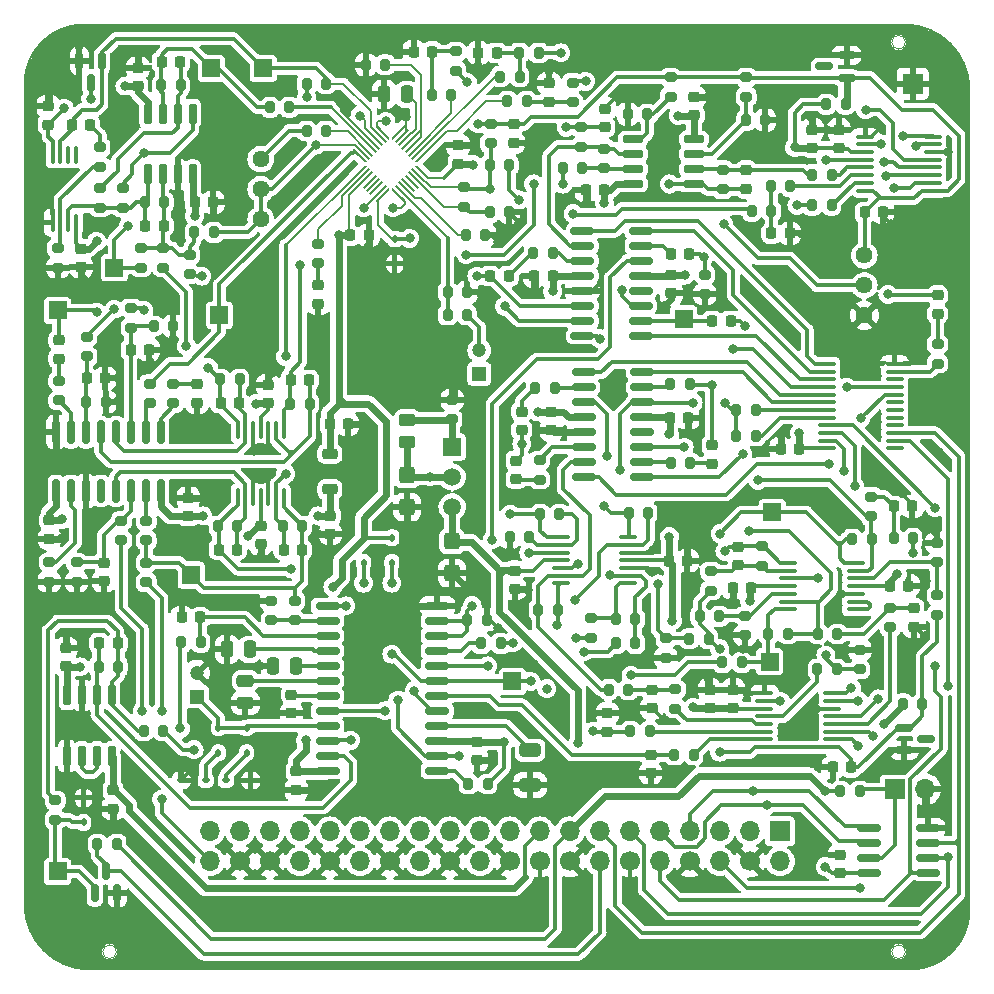
<source format=gbr>
G04 #@! TF.GenerationSoftware,KiCad,Pcbnew,7.0.11*
G04 #@! TF.CreationDate,2025-02-17T22:46:16-08:00*
G04 #@! TF.ProjectId,z5524,7a353532-342e-46b6-9963-61645f706362,0.4*
G04 #@! TF.SameCoordinates,PX3d83120PY6590fa0*
G04 #@! TF.FileFunction,Copper,L1,Top*
G04 #@! TF.FilePolarity,Positive*
%FSLAX46Y46*%
G04 Gerber Fmt 4.6, Leading zero omitted, Abs format (unit mm)*
G04 Created by KiCad (PCBNEW 7.0.11) date 2025-02-17 22:46:16*
%MOMM*%
%LPD*%
G01*
G04 APERTURE LIST*
G04 Aperture macros list*
%AMRoundRect*
0 Rectangle with rounded corners*
0 $1 Rounding radius*
0 $2 $3 $4 $5 $6 $7 $8 $9 X,Y pos of 4 corners*
0 Add a 4 corners polygon primitive as box body*
4,1,4,$2,$3,$4,$5,$6,$7,$8,$9,$2,$3,0*
0 Add four circle primitives for the rounded corners*
1,1,$1+$1,$2,$3*
1,1,$1+$1,$4,$5*
1,1,$1+$1,$6,$7*
1,1,$1+$1,$8,$9*
0 Add four rect primitives between the rounded corners*
20,1,$1+$1,$2,$3,$4,$5,0*
20,1,$1+$1,$4,$5,$6,$7,0*
20,1,$1+$1,$6,$7,$8,$9,0*
20,1,$1+$1,$8,$9,$2,$3,0*%
%AMHorizOval*
0 Thick line with rounded ends*
0 $1 width*
0 $2 $3 position (X,Y) of the first rounded end (center of the circle)*
0 $4 $5 position (X,Y) of the second rounded end (center of the circle)*
0 Add line between two ends*
20,1,$1,$2,$3,$4,$5,0*
0 Add two circle primitives to create the rounded ends*
1,1,$1,$2,$3*
1,1,$1,$4,$5*%
%AMFreePoly0*
4,1,14,0.314644,0.085355,0.385355,0.014644,0.400000,-0.020711,0.400000,-0.050000,0.385355,-0.085355,0.350000,-0.100000,-1.100000,-0.100000,-1.135355,-0.085355,-1.150000,-0.050000,-1.150000,0.050000,-1.135355,0.085355,-1.100000,0.100000,0.279289,0.100000,0.314644,0.085355,0.314644,0.085355,$1*%
%AMFreePoly1*
4,1,14,0.385355,0.085355,0.400000,0.050000,0.400000,0.020711,0.385356,-0.014645,0.314644,-0.085355,0.279289,-0.100000,-1.100000,-0.100000,-1.135355,-0.085355,-1.150000,-0.050000,-1.150000,0.050000,-1.135355,0.085355,-1.100000,0.100000,0.350000,0.100000,0.385355,0.085355,0.385355,0.085355,$1*%
%AMFreePoly2*
4,1,14,0.085355,0.385355,0.100000,0.350000,0.100000,-1.100000,0.085355,-1.135355,0.050000,-1.150000,-0.050000,-1.150000,-0.085355,-1.135355,-0.100000,-1.100000,-0.100000,0.279289,-0.085355,0.314644,-0.014645,0.385356,0.020711,0.400000,0.050000,0.400000,0.085355,0.385355,0.085355,0.385355,$1*%
%AMFreePoly3*
4,1,14,0.014644,0.385355,0.085355,0.314644,0.100000,0.279289,0.100000,-1.100000,0.085355,-1.135355,0.050000,-1.150000,-0.050000,-1.150000,-0.085355,-1.135355,-0.100000,-1.100000,-0.100000,0.350000,-0.085355,0.385355,-0.050000,0.400000,-0.020711,0.400000,0.014644,0.385355,0.014644,0.385355,$1*%
%AMFreePoly4*
4,1,14,1.135355,0.085355,1.150000,0.050000,1.150000,-0.050000,1.135355,-0.085355,1.100000,-0.100000,-0.279289,-0.100000,-0.314646,-0.085355,-0.385355,-0.014644,-0.400000,0.020711,-0.400000,0.050000,-0.385355,0.085355,-0.350000,0.100000,1.100000,0.100000,1.135355,0.085355,1.135355,0.085355,$1*%
%AMFreePoly5*
4,1,14,1.135355,0.085355,1.150000,0.050000,1.150000,-0.050000,1.135355,-0.085355,1.100000,-0.100000,-0.350000,-0.100000,-0.385355,-0.085355,-0.400000,-0.050000,-0.400000,-0.020711,-0.385355,0.014644,-0.314646,0.085355,-0.279289,0.100000,1.100000,0.100000,1.135355,0.085355,1.135355,0.085355,$1*%
%AMFreePoly6*
4,1,14,0.085355,1.135355,0.100000,1.100000,0.100000,-0.279289,0.085355,-0.314646,0.014644,-0.385355,-0.020711,-0.400000,-0.050000,-0.400000,-0.085355,-0.385355,-0.100000,-0.350000,-0.100000,1.100000,-0.085355,1.135355,-0.050000,1.150000,0.050000,1.150000,0.085355,1.135355,0.085355,1.135355,$1*%
%AMFreePoly7*
4,1,14,0.085355,1.135355,0.100000,1.100000,0.100000,-0.350000,0.085355,-0.385355,0.050000,-0.400000,0.020711,-0.400000,-0.014645,-0.385356,-0.085355,-0.314644,-0.100000,-0.279289,-0.100000,1.100000,-0.085355,1.135355,-0.050000,1.150000,0.050000,1.150000,0.085355,1.135355,0.085355,1.135355,$1*%
%AMFreePoly8*
4,1,9,3.862500,-0.866500,0.737500,-0.866500,0.737500,-0.450000,-0.737500,-0.450000,-0.737500,0.450000,0.737500,0.450000,0.737500,0.866500,3.862500,0.866500,3.862500,-0.866500,3.862500,-0.866500,$1*%
G04 Aperture macros list end*
G04 #@! TA.AperFunction,SMDPad,CuDef*
%ADD10RoundRect,0.225000X0.250000X-0.225000X0.250000X0.225000X-0.250000X0.225000X-0.250000X-0.225000X0*%
G04 #@! TD*
G04 #@! TA.AperFunction,SMDPad,CuDef*
%ADD11RoundRect,0.200000X-0.275000X0.200000X-0.275000X-0.200000X0.275000X-0.200000X0.275000X0.200000X0*%
G04 #@! TD*
G04 #@! TA.AperFunction,SMDPad,CuDef*
%ADD12RoundRect,0.225000X-0.225000X-0.250000X0.225000X-0.250000X0.225000X0.250000X-0.225000X0.250000X0*%
G04 #@! TD*
G04 #@! TA.AperFunction,SMDPad,CuDef*
%ADD13RoundRect,0.100000X0.637500X0.100000X-0.637500X0.100000X-0.637500X-0.100000X0.637500X-0.100000X0*%
G04 #@! TD*
G04 #@! TA.AperFunction,SMDPad,CuDef*
%ADD14RoundRect,0.100000X-0.637500X-0.100000X0.637500X-0.100000X0.637500X0.100000X-0.637500X0.100000X0*%
G04 #@! TD*
G04 #@! TA.AperFunction,SMDPad,CuDef*
%ADD15RoundRect,0.218750X0.256250X-0.218750X0.256250X0.218750X-0.256250X0.218750X-0.256250X-0.218750X0*%
G04 #@! TD*
G04 #@! TA.AperFunction,ComponentPad*
%ADD16R,1.700000X1.700000*%
G04 #@! TD*
G04 #@! TA.AperFunction,ComponentPad*
%ADD17O,1.700000X1.700000*%
G04 #@! TD*
G04 #@! TA.AperFunction,ComponentPad*
%ADD18HorizOval,1.700000X0.000000X0.000000X0.000000X0.000000X0*%
G04 #@! TD*
G04 #@! TA.AperFunction,SMDPad,CuDef*
%ADD19RoundRect,0.225000X-0.250000X0.225000X-0.250000X-0.225000X0.250000X-0.225000X0.250000X0.225000X0*%
G04 #@! TD*
G04 #@! TA.AperFunction,SMDPad,CuDef*
%ADD20RoundRect,0.150000X-0.150000X0.825000X-0.150000X-0.825000X0.150000X-0.825000X0.150000X0.825000X0*%
G04 #@! TD*
G04 #@! TA.AperFunction,SMDPad,CuDef*
%ADD21RoundRect,0.150000X0.825000X0.150000X-0.825000X0.150000X-0.825000X-0.150000X0.825000X-0.150000X0*%
G04 #@! TD*
G04 #@! TA.AperFunction,SMDPad,CuDef*
%ADD22RoundRect,0.112500X-0.112500X0.187500X-0.112500X-0.187500X0.112500X-0.187500X0.112500X0.187500X0*%
G04 #@! TD*
G04 #@! TA.AperFunction,SMDPad,CuDef*
%ADD23RoundRect,0.150000X0.150000X-0.725000X0.150000X0.725000X-0.150000X0.725000X-0.150000X-0.725000X0*%
G04 #@! TD*
G04 #@! TA.AperFunction,SMDPad,CuDef*
%ADD24R,1.500000X1.500000*%
G04 #@! TD*
G04 #@! TA.AperFunction,SMDPad,CuDef*
%ADD25RoundRect,0.200000X0.200000X0.275000X-0.200000X0.275000X-0.200000X-0.275000X0.200000X-0.275000X0*%
G04 #@! TD*
G04 #@! TA.AperFunction,SMDPad,CuDef*
%ADD26RoundRect,0.225000X0.225000X0.250000X-0.225000X0.250000X-0.225000X-0.250000X0.225000X-0.250000X0*%
G04 #@! TD*
G04 #@! TA.AperFunction,SMDPad,CuDef*
%ADD27FreePoly0,135.000000*%
G04 #@! TD*
G04 #@! TA.AperFunction,SMDPad,CuDef*
%ADD28RoundRect,0.050000X0.548008X-0.477297X-0.477297X0.548008X-0.548008X0.477297X0.477297X-0.548008X0*%
G04 #@! TD*
G04 #@! TA.AperFunction,SMDPad,CuDef*
%ADD29FreePoly1,135.000000*%
G04 #@! TD*
G04 #@! TA.AperFunction,SMDPad,CuDef*
%ADD30FreePoly2,135.000000*%
G04 #@! TD*
G04 #@! TA.AperFunction,SMDPad,CuDef*
%ADD31RoundRect,0.050000X0.548008X0.477297X0.477297X0.548008X-0.548008X-0.477297X-0.477297X-0.548008X0*%
G04 #@! TD*
G04 #@! TA.AperFunction,SMDPad,CuDef*
%ADD32FreePoly3,135.000000*%
G04 #@! TD*
G04 #@! TA.AperFunction,SMDPad,CuDef*
%ADD33FreePoly4,135.000000*%
G04 #@! TD*
G04 #@! TA.AperFunction,SMDPad,CuDef*
%ADD34FreePoly5,135.000000*%
G04 #@! TD*
G04 #@! TA.AperFunction,SMDPad,CuDef*
%ADD35FreePoly6,135.000000*%
G04 #@! TD*
G04 #@! TA.AperFunction,SMDPad,CuDef*
%ADD36FreePoly7,135.000000*%
G04 #@! TD*
G04 #@! TA.AperFunction,SMDPad,CuDef*
%ADD37RoundRect,0.200000X-0.200000X-0.275000X0.200000X-0.275000X0.200000X0.275000X-0.200000X0.275000X0*%
G04 #@! TD*
G04 #@! TA.AperFunction,SMDPad,CuDef*
%ADD38RoundRect,0.150000X0.150000X-0.587500X0.150000X0.587500X-0.150000X0.587500X-0.150000X-0.587500X0*%
G04 #@! TD*
G04 #@! TA.AperFunction,SMDPad,CuDef*
%ADD39RoundRect,0.200000X0.275000X-0.200000X0.275000X0.200000X-0.275000X0.200000X-0.275000X-0.200000X0*%
G04 #@! TD*
G04 #@! TA.AperFunction,SMDPad,CuDef*
%ADD40RoundRect,0.150000X0.725000X0.150000X-0.725000X0.150000X-0.725000X-0.150000X0.725000X-0.150000X0*%
G04 #@! TD*
G04 #@! TA.AperFunction,ComponentPad*
%ADD41R,1.500000X1.500000*%
G04 #@! TD*
G04 #@! TA.AperFunction,ComponentPad*
%ADD42C,1.500000*%
G04 #@! TD*
G04 #@! TA.AperFunction,SMDPad,CuDef*
%ADD43RoundRect,0.100000X-0.100000X0.637500X-0.100000X-0.637500X0.100000X-0.637500X0.100000X0.637500X0*%
G04 #@! TD*
G04 #@! TA.AperFunction,ComponentPad*
%ADD44R,1.200000X1.200000*%
G04 #@! TD*
G04 #@! TA.AperFunction,ComponentPad*
%ADD45C,1.200000*%
G04 #@! TD*
G04 #@! TA.AperFunction,SMDPad,CuDef*
%ADD46RoundRect,0.112500X0.187500X0.112500X-0.187500X0.112500X-0.187500X-0.112500X0.187500X-0.112500X0*%
G04 #@! TD*
G04 #@! TA.AperFunction,SMDPad,CuDef*
%ADD47RoundRect,0.250000X-0.650000X0.325000X-0.650000X-0.325000X0.650000X-0.325000X0.650000X0.325000X0*%
G04 #@! TD*
G04 #@! TA.AperFunction,SMDPad,CuDef*
%ADD48RoundRect,0.250000X0.450000X-0.262500X0.450000X0.262500X-0.450000X0.262500X-0.450000X-0.262500X0*%
G04 #@! TD*
G04 #@! TA.AperFunction,SMDPad,CuDef*
%ADD49RoundRect,0.150000X-0.825000X-0.150000X0.825000X-0.150000X0.825000X0.150000X-0.825000X0.150000X0*%
G04 #@! TD*
G04 #@! TA.AperFunction,SMDPad,CuDef*
%ADD50RoundRect,0.100000X0.100000X-0.637500X0.100000X0.637500X-0.100000X0.637500X-0.100000X-0.637500X0*%
G04 #@! TD*
G04 #@! TA.AperFunction,SMDPad,CuDef*
%ADD51RoundRect,0.150000X-0.150000X0.587500X-0.150000X-0.587500X0.150000X-0.587500X0.150000X0.587500X0*%
G04 #@! TD*
G04 #@! TA.AperFunction,SMDPad,CuDef*
%ADD52RoundRect,0.250000X0.250000X0.475000X-0.250000X0.475000X-0.250000X-0.475000X0.250000X-0.475000X0*%
G04 #@! TD*
G04 #@! TA.AperFunction,SMDPad,CuDef*
%ADD53RoundRect,0.112500X0.112500X-0.187500X0.112500X0.187500X-0.112500X0.187500X-0.112500X-0.187500X0*%
G04 #@! TD*
G04 #@! TA.AperFunction,SMDPad,CuDef*
%ADD54RoundRect,0.250000X0.425000X-0.450000X0.425000X0.450000X-0.425000X0.450000X-0.425000X-0.450000X0*%
G04 #@! TD*
G04 #@! TA.AperFunction,SMDPad,CuDef*
%ADD55RoundRect,0.150000X-0.587500X-0.150000X0.587500X-0.150000X0.587500X0.150000X-0.587500X0.150000X0*%
G04 #@! TD*
G04 #@! TA.AperFunction,ComponentPad*
%ADD56C,1.440000*%
G04 #@! TD*
G04 #@! TA.AperFunction,SMDPad,CuDef*
%ADD57RoundRect,0.250000X-0.475000X0.250000X-0.475000X-0.250000X0.475000X-0.250000X0.475000X0.250000X0*%
G04 #@! TD*
G04 #@! TA.AperFunction,SMDPad,CuDef*
%ADD58RoundRect,0.150000X0.875000X0.150000X-0.875000X0.150000X-0.875000X-0.150000X0.875000X-0.150000X0*%
G04 #@! TD*
G04 #@! TA.AperFunction,SMDPad,CuDef*
%ADD59RoundRect,0.225000X-0.425000X-0.225000X0.425000X-0.225000X0.425000X0.225000X-0.425000X0.225000X0*%
G04 #@! TD*
G04 #@! TA.AperFunction,SMDPad,CuDef*
%ADD60FreePoly8,0.000000*%
G04 #@! TD*
G04 #@! TA.AperFunction,SMDPad,CuDef*
%ADD61RoundRect,0.150000X0.587500X0.150000X-0.587500X0.150000X-0.587500X-0.150000X0.587500X-0.150000X0*%
G04 #@! TD*
G04 #@! TA.AperFunction,SMDPad,CuDef*
%ADD62RoundRect,0.150000X-0.150000X0.725000X-0.150000X-0.725000X0.150000X-0.725000X0.150000X0.725000X0*%
G04 #@! TD*
G04 #@! TA.AperFunction,ViaPad*
%ADD63C,0.800000*%
G04 #@! TD*
G04 #@! TA.AperFunction,ViaPad*
%ADD64C,0.600000*%
G04 #@! TD*
G04 #@! TA.AperFunction,Conductor*
%ADD65C,0.600000*%
G04 #@! TD*
G04 #@! TA.AperFunction,Conductor*
%ADD66C,0.300000*%
G04 #@! TD*
G04 #@! TA.AperFunction,Conductor*
%ADD67C,0.200000*%
G04 #@! TD*
G04 #@! TA.AperFunction,Conductor*
%ADD68C,0.400000*%
G04 #@! TD*
G04 #@! TA.AperFunction,Conductor*
%ADD69C,0.500000*%
G04 #@! TD*
G04 #@! TA.AperFunction,Profile*
%ADD70C,0.150000*%
G04 #@! TD*
G04 #@! TA.AperFunction,Profile*
%ADD71C,0.050000*%
G04 #@! TD*
G04 APERTURE END LIST*
D10*
X58900000Y23745000D03*
X58900000Y25295000D03*
X60900000Y23745000D03*
X60900000Y25295000D03*
D11*
X21800000Y32825000D03*
X21800000Y31175000D03*
D12*
X64925000Y45700000D03*
X66475000Y45700000D03*
D13*
X74562500Y45725000D03*
X74562500Y46375000D03*
X74562500Y47025000D03*
X74562500Y47675000D03*
X74562500Y48325000D03*
X74562500Y48975000D03*
X74562500Y49625000D03*
X74562500Y50275000D03*
X74562500Y50925000D03*
X74562500Y51575000D03*
X74562500Y52225000D03*
X74562500Y52875000D03*
X68837500Y52875000D03*
X68837500Y52225000D03*
X68837500Y51575000D03*
X68837500Y50925000D03*
X68837500Y50275000D03*
X68837500Y49625000D03*
X68837500Y48975000D03*
X68837500Y48325000D03*
X68837500Y47675000D03*
X68837500Y47025000D03*
X68837500Y46375000D03*
X68837500Y45725000D03*
D14*
X63537500Y24975000D03*
X63537500Y24325000D03*
X63537500Y23675000D03*
X63537500Y23025000D03*
X63537500Y22375000D03*
X63537500Y21725000D03*
X63537500Y21075000D03*
X63537500Y20425000D03*
X69262500Y20425000D03*
X69262500Y21075000D03*
X69262500Y21725000D03*
X69262500Y22375000D03*
X69262500Y23025000D03*
X69262500Y23675000D03*
X69262500Y24325000D03*
X69262500Y24975000D03*
D11*
X78200000Y54525000D03*
X78200000Y52875000D03*
D15*
X78200000Y57112500D03*
X78200000Y58687500D03*
D16*
X64860000Y13300000D03*
D17*
X64860000Y10760000D03*
X62320000Y13300000D03*
D18*
X62320000Y10760000D03*
D17*
X59780000Y13300000D03*
X59780000Y10760000D03*
X57240000Y13300000D03*
D18*
X57240000Y10760000D03*
D17*
X54700000Y13300000D03*
X54700000Y10760000D03*
X52160000Y13300000D03*
D18*
X52160000Y10760000D03*
D17*
X49620000Y13300000D03*
X49620000Y10760000D03*
X47080000Y13300000D03*
D18*
X47080000Y10760000D03*
D17*
X44540000Y13300000D03*
D18*
X44540000Y10760000D03*
D17*
X42000000Y13300000D03*
D18*
X42000000Y10760000D03*
D17*
X39460000Y13300000D03*
X39460000Y10760000D03*
X36920000Y13300000D03*
D18*
X36920000Y10760000D03*
D17*
X34380000Y13300000D03*
X34380000Y10760000D03*
X31840000Y13300000D03*
D18*
X31840000Y10760000D03*
D17*
X29300000Y13300000D03*
X29300000Y10760000D03*
X26760000Y13300000D03*
D18*
X26760000Y10760000D03*
D17*
X24220000Y13300000D03*
X24220000Y10760000D03*
X21680000Y13300000D03*
D18*
X21680000Y10760000D03*
D17*
X19140000Y13300000D03*
D18*
X19140000Y10760000D03*
D17*
X16600000Y13300000D03*
X16600000Y10760000D03*
D19*
X69900000Y11275000D03*
X69900000Y9725000D03*
D20*
X12445000Y47075000D03*
X11175000Y47075000D03*
X9905000Y47075000D03*
X8635000Y47075000D03*
X7365000Y47075000D03*
X6095000Y47075000D03*
X4825000Y47075000D03*
X3555000Y47075000D03*
X3555000Y42125000D03*
X4825000Y42125000D03*
X6095000Y42125000D03*
X7365000Y42125000D03*
X8635000Y42125000D03*
X9905000Y42125000D03*
X11175000Y42125000D03*
X12445000Y42125000D03*
D10*
X21500000Y49525000D03*
X21500000Y51075000D03*
D21*
X77375000Y9795000D03*
X77375000Y11065000D03*
X77375000Y12335000D03*
X77375000Y13605000D03*
X72425000Y13605000D03*
X72425000Y12335000D03*
X72425000Y11065000D03*
X72425000Y9795000D03*
D22*
X17300000Y22050000D03*
X17300000Y19950000D03*
D23*
X11325000Y68905000D03*
X12595000Y68905000D03*
X13865000Y68905000D03*
X15135000Y68905000D03*
X15135000Y74055000D03*
X13865000Y74055000D03*
X12595000Y74055000D03*
X11325000Y74055000D03*
D19*
X37600000Y71375000D03*
X37600000Y69825000D03*
D10*
X25775000Y57975000D03*
X25775000Y59525000D03*
D24*
X56700000Y56700000D03*
X8500000Y61000000D03*
X21100000Y77900000D03*
D22*
X29600000Y38150000D03*
X29600000Y36050000D03*
D25*
X39925000Y63800000D03*
X38275000Y63800000D03*
D26*
X14075000Y78450000D03*
X12525000Y78450000D03*
D27*
X32288909Y67431192D03*
D28*
X32836916Y67448870D03*
X33119759Y67731713D03*
X33402602Y68014555D03*
X33685445Y68297398D03*
X33968287Y68580241D03*
X34251130Y68863084D03*
D29*
X34268808Y69411091D03*
D30*
X34268808Y70188909D03*
D31*
X34251130Y70736916D03*
X33968287Y71019759D03*
X33685445Y71302602D03*
X33402602Y71585445D03*
X33119759Y71868287D03*
X32836916Y72151130D03*
D32*
X32288909Y72168808D03*
D33*
X31511091Y72168808D03*
D28*
X30963084Y72151130D03*
X30680241Y71868287D03*
X30397398Y71585445D03*
X30114555Y71302602D03*
X29831713Y71019759D03*
X29548870Y70736916D03*
D34*
X29531192Y70188909D03*
D35*
X29531192Y69411091D03*
D31*
X29548870Y68863084D03*
X29831713Y68580241D03*
X30114555Y68297398D03*
X30397398Y68014555D03*
X30680241Y67731713D03*
X30963084Y67448870D03*
D36*
X31511091Y67431192D03*
D24*
X64200000Y40300000D03*
D37*
X67575000Y68900000D03*
X69225000Y68900000D03*
D19*
X59100000Y45975000D03*
X59100000Y44425000D03*
D37*
X41175000Y77200000D03*
X42825000Y77200000D03*
D11*
X25750000Y63049998D03*
X25750000Y61399998D03*
D25*
X62825000Y46800000D03*
X61175000Y46800000D03*
D16*
X74575000Y16850000D03*
D17*
X77115000Y16850000D03*
D38*
X6850000Y8062500D03*
X8750000Y8062500D03*
X7800000Y9937500D03*
D39*
X11200000Y37925000D03*
X11200000Y39575000D03*
D11*
X78150000Y37725000D03*
X78150000Y36075000D03*
D37*
X74475000Y38100000D03*
X76125000Y38100000D03*
X67575000Y66300000D03*
X69225000Y66300000D03*
D39*
X37100000Y48175000D03*
X37100000Y49825000D03*
D26*
X15775000Y31400000D03*
X14225000Y31400000D03*
D24*
X3700000Y9900000D03*
D25*
X52025000Y25300000D03*
X50375000Y25300000D03*
X57575000Y19750000D03*
X55925000Y19750000D03*
D14*
X72087500Y72100000D03*
X72087500Y71450000D03*
X72087500Y70800000D03*
X72087500Y70150000D03*
X72087500Y69500000D03*
X72087500Y68850000D03*
X72087500Y68200000D03*
X72087500Y67550000D03*
X77812500Y67550000D03*
X77812500Y68200000D03*
X77812500Y68850000D03*
X77812500Y69500000D03*
X77812500Y70150000D03*
X77812500Y70800000D03*
X77812500Y71450000D03*
X77812500Y72100000D03*
D37*
X11825000Y56075000D03*
X13475000Y56075000D03*
D12*
X26725000Y47750000D03*
X28275000Y47750000D03*
D25*
X41925000Y69700000D03*
X40275000Y69700000D03*
D11*
X37425000Y79325000D03*
X37425000Y77675000D03*
D12*
X55475000Y36200000D03*
X57025000Y36200000D03*
D24*
X15000000Y35000000D03*
D39*
X5300000Y34425000D03*
X5300000Y36075000D03*
D24*
X3700000Y57400000D03*
D37*
X40275000Y65699998D03*
X41925000Y65699998D03*
X51975000Y74000000D03*
X53625000Y74000000D03*
X6125000Y49650000D03*
X7775000Y49650000D03*
D40*
X57575000Y68095000D03*
X57575000Y69365000D03*
X57575000Y70635000D03*
X57575000Y71905000D03*
X52425000Y71905000D03*
X52425000Y70635000D03*
X52425000Y69365000D03*
X52425000Y68095000D03*
D12*
X55525000Y48300000D03*
X57075000Y48300000D03*
D41*
X37100000Y45840000D03*
D42*
X37100000Y43300000D03*
X37100000Y40760000D03*
D10*
X3800000Y53325000D03*
X3800000Y54875000D03*
D19*
X45500000Y48825000D03*
X45500000Y47275000D03*
D37*
X21675000Y74600000D03*
X23325000Y74600000D03*
X39575000Y29200000D03*
X41225000Y29200000D03*
D26*
X18875000Y37150000D03*
X17325000Y37150000D03*
D10*
X23900000Y16825000D03*
X23900000Y18375000D03*
D37*
X7075000Y12200000D03*
X8725000Y12200000D03*
D25*
X65525000Y30000000D03*
X63875000Y30000000D03*
D10*
X54000000Y23725000D03*
X54000000Y25275000D03*
D39*
X9200000Y66075000D03*
X9200000Y67725000D03*
D10*
X4400000Y27250000D03*
X4400000Y28800000D03*
D37*
X68767500Y74860000D03*
X70417500Y74860000D03*
D11*
X48000000Y72905000D03*
X48000000Y71255000D03*
X23800000Y32825000D03*
X23800000Y31175000D03*
D10*
X14750000Y39975000D03*
X14750000Y41525000D03*
X7600000Y34475000D03*
X7600000Y36025000D03*
D12*
X74525000Y40800000D03*
X76075000Y40800000D03*
D25*
X26425000Y76600000D03*
X24775000Y76600000D03*
D39*
X61900000Y29875000D03*
X61900000Y31525000D03*
X44500000Y43075000D03*
X44500000Y44725000D03*
D12*
X9875000Y54075000D03*
X11425000Y54075000D03*
D19*
X76200000Y32175000D03*
X76200000Y30625000D03*
D43*
X22850000Y47312500D03*
X22200000Y47312500D03*
X21550000Y47312500D03*
X20900000Y47312500D03*
X20250000Y47312500D03*
X19600000Y47312500D03*
X18950000Y47312500D03*
X18950000Y41587500D03*
X19600000Y41587500D03*
X20250000Y41587500D03*
X20900000Y41587500D03*
X21550000Y41587500D03*
X22200000Y41587500D03*
X22850000Y41587500D03*
D44*
X39400000Y52027400D03*
D45*
X39400000Y54027400D03*
D26*
X75725000Y34100000D03*
X74175000Y34100000D03*
D39*
X9900000Y55950000D03*
X9900000Y57600000D03*
D25*
X38375000Y58950000D03*
X36725000Y58950000D03*
D24*
X63975000Y27650000D03*
D46*
X16250000Y17600000D03*
X14150000Y17600000D03*
D22*
X32250000Y63450000D03*
X32250000Y61350000D03*
D44*
X15500000Y24700000D03*
D45*
X15500000Y26700000D03*
D39*
X74200000Y30575000D03*
X74200000Y32225000D03*
D25*
X72625000Y38050000D03*
X70975000Y38050000D03*
D12*
X22825000Y37150000D03*
X24375000Y37150000D03*
D11*
X11500000Y51175000D03*
X11500000Y49525000D03*
D10*
X50250000Y21725000D03*
X50250000Y23275000D03*
D47*
X43700000Y20175000D03*
X43700000Y17225000D03*
D25*
X53687500Y40250000D03*
X52037500Y40250000D03*
D48*
X33300000Y46287500D03*
X33300000Y48112500D03*
D49*
X48125000Y64150000D03*
X48125000Y62880000D03*
X48125000Y61610000D03*
X48125000Y60340000D03*
X48125000Y59070000D03*
X48125000Y57800000D03*
X48125000Y56530000D03*
X48125000Y55260000D03*
X53075000Y55260000D03*
X53075000Y56530000D03*
X53075000Y57800000D03*
X53075000Y59070000D03*
X53075000Y60340000D03*
X53075000Y61610000D03*
X53075000Y62880000D03*
X53075000Y64150000D03*
D26*
X12675000Y64550000D03*
X11125000Y64550000D03*
D11*
X13500000Y51175000D03*
X13500000Y49525000D03*
D19*
X62000000Y69255000D03*
X62000000Y67705000D03*
D50*
X3275000Y64837500D03*
X3925000Y64837500D03*
X4575000Y64837500D03*
X5225000Y64837500D03*
X5225000Y70562500D03*
X4575000Y70562500D03*
X3925000Y70562500D03*
X3275000Y70562500D03*
D25*
X40025000Y31200000D03*
X38375000Y31200000D03*
D37*
X68025000Y27000000D03*
X69675000Y27000000D03*
D51*
X7450000Y78537500D03*
X5550000Y78537500D03*
X6500000Y76662500D03*
D25*
X63625000Y73500000D03*
X61975000Y73500000D03*
D37*
X58075000Y31500000D03*
X59725000Y31500000D03*
D52*
X23850000Y27300000D03*
X21950000Y27300000D03*
D11*
X55200000Y29625000D03*
X55200000Y27975000D03*
D39*
X6200000Y53525000D03*
X6200000Y55175000D03*
D53*
X19700000Y19950000D03*
X19700000Y22050000D03*
X5900000Y14050000D03*
X5900000Y16150000D03*
D10*
X69850000Y71150000D03*
X69850000Y72700000D03*
D54*
X33300000Y40750000D03*
X33300000Y43450000D03*
D11*
X38100000Y67824998D03*
X38100000Y66174998D03*
D52*
X33250000Y75700000D03*
X31350000Y75700000D03*
D55*
X75362500Y22050000D03*
X75362500Y20150000D03*
X77237500Y21100000D03*
D11*
X3800000Y51425000D03*
X3800000Y49775000D03*
D25*
X61625000Y27600000D03*
X59975000Y27600000D03*
D26*
X24975000Y51500000D03*
X23425000Y51500000D03*
D54*
X37100000Y35150000D03*
X37100000Y37850000D03*
D37*
X75275000Y24100000D03*
X76925000Y24100000D03*
D56*
X72000000Y62050000D03*
X72000000Y59510000D03*
X72000000Y56970000D03*
D39*
X7300000Y66075000D03*
X7300000Y67725000D03*
D19*
X20900000Y39175000D03*
X20900000Y37625000D03*
D11*
X3700000Y62675000D03*
X3700000Y61025000D03*
D25*
X62825000Y49000000D03*
X61175000Y49000000D03*
D19*
X42400000Y35375000D03*
X42400000Y33825000D03*
D26*
X16875000Y66550000D03*
X15325000Y66550000D03*
D19*
X26800000Y40025000D03*
X26800000Y38475000D03*
D39*
X56000000Y23675000D03*
X56000000Y25325000D03*
D11*
X48900000Y31325000D03*
X48900000Y29675000D03*
D25*
X40125000Y17300000D03*
X38475000Y17300000D03*
D12*
X7225000Y29225000D03*
X8775000Y29225000D03*
D57*
X19600000Y26050000D03*
X19600000Y24150000D03*
D37*
X7175000Y27225000D03*
X8825000Y27225000D03*
D25*
X52625000Y31250000D03*
X50975000Y31250000D03*
X26425000Y72600000D03*
X24775000Y72600000D03*
D11*
X11200000Y36025000D03*
X11200000Y34375000D03*
D26*
X19075000Y49550000D03*
X17525000Y49550000D03*
D25*
X69725000Y30000000D03*
X68075000Y30000000D03*
D10*
X50025000Y72930000D03*
X50025000Y74480000D03*
D19*
X55650000Y60380000D03*
X55650000Y58830000D03*
D10*
X43000000Y47275000D03*
X43000000Y48825000D03*
D56*
X20900000Y70200000D03*
X20900000Y67660000D03*
X20900000Y65120000D03*
D26*
X35400000Y79300000D03*
X33850000Y79300000D03*
D58*
X35850000Y18415000D03*
X35850000Y19685000D03*
X35850000Y20955000D03*
X35850000Y22225000D03*
X35850000Y23495000D03*
X35850000Y24765000D03*
X35850000Y26035000D03*
X35850000Y27305000D03*
X35850000Y28575000D03*
X35850000Y29845000D03*
X35850000Y31115000D03*
X35850000Y32385000D03*
X26550000Y32385000D03*
X26550000Y31115000D03*
X26550000Y29845000D03*
X26550000Y28575000D03*
X26550000Y27305000D03*
X26550000Y26035000D03*
X26550000Y24765000D03*
X26550000Y23495000D03*
X26550000Y22225000D03*
X26550000Y20955000D03*
X26550000Y19685000D03*
X26550000Y18415000D03*
D10*
X67600000Y71150000D03*
X67600000Y72700000D03*
D39*
X14900000Y60475000D03*
X14900000Y62125000D03*
X60000000Y67655000D03*
X60000000Y69305000D03*
D14*
X65537500Y36000000D03*
X65537500Y35350000D03*
X65537500Y34700000D03*
X65537500Y34050000D03*
X65537500Y33400000D03*
X65537500Y32750000D03*
X65537500Y32100000D03*
X71262500Y32100000D03*
X71262500Y32750000D03*
X71262500Y33400000D03*
X71262500Y34050000D03*
X71262500Y34700000D03*
X71262500Y35350000D03*
X71262500Y36000000D03*
D52*
X19950000Y28700000D03*
X18050000Y28700000D03*
D37*
X17275000Y39150000D03*
X18925000Y39150000D03*
D25*
X37025000Y75600000D03*
X35375000Y75600000D03*
D19*
X53900000Y19775000D03*
X53900000Y18225000D03*
D39*
X7300000Y69575000D03*
X7300000Y71225000D03*
D37*
X23375000Y49500000D03*
X25025000Y49500000D03*
D10*
X10500000Y76375000D03*
X10500000Y77925000D03*
D37*
X64075000Y67900000D03*
X65725000Y67900000D03*
X42775000Y79200000D03*
X44425000Y79200000D03*
X22775000Y39150000D03*
X24425000Y39150000D03*
D26*
X49975000Y67580000D03*
X48425000Y67580000D03*
D12*
X40325000Y60300000D03*
X41875000Y60300000D03*
D37*
X10975000Y21800000D03*
X12625000Y21800000D03*
D25*
X14125000Y76450000D03*
X12475000Y76450000D03*
D37*
X44125000Y50850000D03*
X45775000Y50850000D03*
D25*
X46025000Y32050000D03*
X44375000Y32050000D03*
D37*
X29775000Y78200000D03*
X31425000Y78200000D03*
D19*
X3000000Y39625000D03*
X3000000Y38075000D03*
X8400000Y16775000D03*
X8400000Y15225000D03*
D10*
X57600000Y73905000D03*
X57600000Y75455000D03*
D26*
X40875000Y79200000D03*
X39325000Y79200000D03*
D19*
X5700000Y62625000D03*
X5700000Y61075000D03*
D24*
X42200000Y26000000D03*
D37*
X46475000Y69480000D03*
X48125000Y69480000D03*
D11*
X71625000Y28650000D03*
X71625000Y27000000D03*
D19*
X42500000Y44675000D03*
X42500000Y43125000D03*
D39*
X59000000Y33675000D03*
X59000000Y35325000D03*
D59*
X26750000Y45250000D03*
D60*
X26837500Y43750000D03*
D59*
X26750000Y42250000D03*
D39*
X78150000Y31625000D03*
X78150000Y33275000D03*
D11*
X62000000Y77125000D03*
X62000000Y75475000D03*
D10*
X45300000Y75075000D03*
X45300000Y76625000D03*
D37*
X62475000Y65800000D03*
X64125000Y65800000D03*
D19*
X23500000Y24875000D03*
X23500000Y23325000D03*
D12*
X6175000Y51650000D03*
X7725000Y51650000D03*
D37*
X41775000Y75100000D03*
X43425000Y75100000D03*
D12*
X69325000Y18700000D03*
X70875000Y18700000D03*
D10*
X2900000Y73125000D03*
X2900000Y74675000D03*
D26*
X6425000Y73100000D03*
X4875000Y73100000D03*
D12*
X60875000Y33900000D03*
X62425000Y33900000D03*
X72025000Y65700000D03*
X73575000Y65700000D03*
D22*
X32000000Y38150000D03*
X32000000Y36050000D03*
D37*
X50975000Y29200000D03*
X52625000Y29200000D03*
D10*
X39200000Y19325000D03*
X39200000Y20875000D03*
D25*
X57225000Y51150000D03*
X55575000Y51150000D03*
D46*
X20050000Y17600000D03*
X17950000Y17600000D03*
D37*
X17475000Y51550000D03*
X19125000Y51550000D03*
D12*
X28475000Y63750000D03*
X30025000Y63750000D03*
D37*
X43975000Y62300000D03*
X45625000Y62300000D03*
X69975000Y16700000D03*
X71625000Y16700000D03*
D16*
X76100000Y76600000D03*
D37*
X44537500Y40150000D03*
X46187500Y40150000D03*
D11*
X72600000Y41625000D03*
X72600000Y39975000D03*
D25*
X38375000Y57000000D03*
X36725000Y57000000D03*
D11*
X40350000Y73200000D03*
X40350000Y71550000D03*
D25*
X53825000Y21750000D03*
X52175000Y21750000D03*
D39*
X10750000Y61025000D03*
X10750000Y62675000D03*
D12*
X64125000Y63920000D03*
X65675000Y63920000D03*
D39*
X3500000Y14275000D03*
X3500000Y15925000D03*
D25*
X57275000Y44450000D03*
X55625000Y44450000D03*
D61*
X70500000Y77100000D03*
X70500000Y79000000D03*
X68625000Y78050000D03*
D13*
X52025000Y34300000D03*
X52025000Y34950000D03*
X52025000Y35600000D03*
X52025000Y36250000D03*
X52025000Y36900000D03*
X52025000Y37550000D03*
X52025000Y38200000D03*
X46300000Y38200000D03*
X46300000Y37550000D03*
X46300000Y36900000D03*
X46300000Y36250000D03*
X46300000Y35600000D03*
X46300000Y34950000D03*
X46300000Y34300000D03*
D26*
X60675000Y56500000D03*
X59125000Y56500000D03*
D19*
X15500000Y51125000D03*
X15500000Y49575000D03*
X42300000Y73150000D03*
X42300000Y71600000D03*
D25*
X58825000Y29600000D03*
X57175000Y29600000D03*
D39*
X47300000Y75025000D03*
X47300000Y76675000D03*
D37*
X14175000Y29300000D03*
X15825000Y29300000D03*
D39*
X63300000Y35775000D03*
X63300000Y37425000D03*
D49*
X48225000Y52145000D03*
X48225000Y50875000D03*
X48225000Y49605000D03*
X48225000Y48335000D03*
X48225000Y47065000D03*
X48225000Y45795000D03*
X48225000Y44525000D03*
X48225000Y43255000D03*
X53175000Y43255000D03*
X53175000Y44525000D03*
X53175000Y45795000D03*
X53175000Y47065000D03*
X53175000Y48335000D03*
X53175000Y49605000D03*
X53175000Y50875000D03*
X53175000Y52145000D03*
D39*
X9100000Y37925000D03*
X9100000Y39575000D03*
D12*
X55625000Y62200000D03*
X57175000Y62200000D03*
D25*
X12725000Y66550000D03*
X11075000Y66550000D03*
D37*
X41975000Y38200000D03*
X43625000Y38200000D03*
D25*
X16925000Y64000000D03*
X15275000Y64000000D03*
D24*
X17400000Y57000000D03*
D39*
X55600000Y75475000D03*
X55600000Y77125000D03*
D11*
X58500000Y60425000D03*
X58500000Y58775000D03*
D10*
X61300000Y35825000D03*
X61300000Y37375000D03*
D24*
X16700000Y77900000D03*
D39*
X50000000Y69455000D03*
X50000000Y71105000D03*
D62*
X8305000Y24800000D03*
X7035000Y24800000D03*
X5765000Y24800000D03*
X4495000Y24800000D03*
X4495000Y19650000D03*
X5765000Y19650000D03*
X7035000Y19650000D03*
X8305000Y19650000D03*
D11*
X3000000Y36075000D03*
X3000000Y34425000D03*
D39*
X12650000Y61025000D03*
X12650000Y62675000D03*
D12*
X44050000Y60300000D03*
X45600000Y60300000D03*
D63*
X20300000Y43500000D03*
X16000000Y41500000D03*
X33200000Y73800000D03*
X79100000Y70800000D03*
D64*
X39500000Y58750000D03*
D63*
X76500000Y7900000D03*
X55250000Y18250000D03*
X67250000Y41500000D03*
X40400000Y19300000D03*
X54900000Y70400000D03*
X4500000Y30000000D03*
X39300000Y78100000D03*
X8500000Y14000000D03*
X38900000Y71400000D03*
X4100000Y38100000D03*
X23250000Y67250000D03*
X21875000Y52125000D03*
X57000000Y37500000D03*
X73200000Y73200000D03*
X3555000Y45345000D03*
X57250000Y47000000D03*
X68100000Y18700000D03*
X58750000Y26250000D03*
X20800000Y27300000D03*
X22100000Y73300000D03*
X44000000Y27500000D03*
X20000000Y16250000D03*
X70000000Y33400000D03*
X72000000Y79000000D03*
X8700000Y6600000D03*
X20400000Y32800000D03*
X74800000Y42300000D03*
X33500000Y61500000D03*
X33300000Y39200000D03*
X18100000Y24200000D03*
X5500000Y79800000D03*
X53750000Y28000000D03*
X19100000Y78000000D03*
X41000000Y30500000D03*
X41000000Y63200000D03*
X55000000Y57750000D03*
X5300000Y33300000D03*
X17250000Y35250000D03*
X18100000Y30200000D03*
X3700000Y59700000D03*
X64800000Y73500000D03*
X55000000Y22750000D03*
X78300000Y45400000D03*
X70450000Y28650000D03*
X16900000Y65300000D03*
X15500000Y48300000D03*
X3000000Y76000000D03*
X5900000Y17100000D03*
X77100000Y29800000D03*
X60900000Y32800000D03*
X58800000Y75500000D03*
X25400000Y16800000D03*
X32700000Y79300000D03*
X72900000Y47500000D03*
X44100000Y59000000D03*
X42800000Y64800000D03*
X54000000Y35250000D03*
X43500000Y33750000D03*
X67500000Y73750000D03*
X25750000Y38500000D03*
X6250000Y40250000D03*
X30000000Y62750000D03*
X43500000Y71500000D03*
X76250000Y53250000D03*
X67700000Y11275000D03*
X29500000Y47750000D03*
X8000000Y64750000D03*
X73900000Y19500000D03*
X50100000Y61100000D03*
X59800000Y58800000D03*
X5800000Y23000000D03*
X11000000Y32250000D03*
X65300000Y56000000D03*
X32000000Y50250000D03*
X21250000Y23500000D03*
X50500000Y51200000D03*
X3000000Y33300000D03*
X21600000Y43500000D03*
X44300000Y47300000D03*
X20300000Y45500000D03*
X28500000Y78200000D03*
X14000000Y67000000D03*
X4500000Y18100000D03*
X54100000Y37100000D03*
X14200000Y32700000D03*
X30100000Y75700000D03*
X9750000Y18250000D03*
X67925000Y23675000D03*
X25750000Y56250000D03*
X8800000Y51700000D03*
X64900000Y46900000D03*
X53700000Y6100000D03*
X77200000Y39200000D03*
X49000000Y23250000D03*
X68800000Y72700000D03*
X66700000Y63900000D03*
X42000000Y37000000D03*
X76200000Y64200000D03*
X77200000Y34500000D03*
X21550000Y45550000D03*
X20900000Y36600000D03*
X11500000Y53000000D03*
X37250000Y51000000D03*
X7000000Y59000000D03*
X52800000Y75700000D03*
X7600000Y33300000D03*
X78200000Y64200000D03*
X2800000Y66400000D03*
X45300000Y77700000D03*
X61750000Y28750000D03*
X25250000Y43750000D03*
D64*
X42100000Y17300000D03*
D63*
X17250000Y74750000D03*
X10500000Y79100000D03*
X78300000Y49100000D03*
X15250000Y18750000D03*
X38500000Y34000000D03*
X13500000Y55000000D03*
X33400000Y32400000D03*
X74250000Y64750000D03*
X27700000Y75000000D03*
X51200000Y75700000D03*
X31200000Y19600000D03*
X62100000Y25000000D03*
X17250000Y62000000D03*
X8800000Y49700000D03*
X48500000Y66550000D03*
X45500000Y41750000D03*
X5600000Y27225000D03*
X44400000Y48800000D03*
X74800000Y35100000D03*
X45600000Y59000000D03*
X7000000Y63250000D03*
X56250000Y73900000D03*
X19800000Y38300000D03*
X47750000Y20750000D03*
X15300000Y65400000D03*
X4075500Y39700000D03*
X41500000Y20875000D03*
X45125000Y25375000D03*
X35250000Y43300000D03*
X48250000Y28500000D03*
X38895000Y69730046D03*
X50000000Y66500000D03*
X9400000Y76400000D03*
X62300000Y32800000D03*
X55500000Y38250000D03*
X20500000Y49500000D03*
X16000000Y40000000D03*
X25750000Y40000000D03*
X55750000Y31125000D03*
X4250000Y74500000D03*
X55500000Y46900000D03*
X56800000Y60380000D03*
X25600000Y71400000D03*
X39300000Y73200000D03*
X59750000Y20000000D03*
X59750000Y28750000D03*
X74000000Y58750000D03*
X68700000Y10300000D03*
X57500000Y23800000D03*
X66100000Y71200000D03*
X66500000Y47000000D03*
X73700000Y22400000D03*
X68700000Y16700000D03*
X62600000Y16700000D03*
X70300000Y43800000D03*
X63750000Y15500000D03*
X71200000Y42500000D03*
X24700000Y21000000D03*
X27494510Y63753802D03*
X24800000Y75500000D03*
X27000000Y34000000D03*
X46750000Y72905000D03*
X66300000Y66300000D03*
X43000000Y46100000D03*
X23500000Y35500000D03*
X59100000Y51100000D03*
X60200000Y37000000D03*
X28100000Y32385000D03*
X78000000Y27300000D03*
X78000000Y40700000D03*
X79100000Y11100000D03*
X79100000Y25600000D03*
X49000000Y21750000D03*
X28500000Y21000000D03*
X12500000Y16000000D03*
X12500000Y23500000D03*
X15250000Y20200000D03*
X31500000Y73400000D03*
X58400000Y61900000D03*
X75300000Y72125000D03*
X70900000Y25400000D03*
X24250000Y61250000D03*
X39200000Y60300000D03*
X71500000Y24325000D03*
X76400000Y71300000D03*
X73400000Y71500000D03*
X71600000Y8500000D03*
X64900000Y24300000D03*
X7000000Y57250000D03*
X42000000Y40150000D03*
X23000000Y53500000D03*
X23000000Y43557084D03*
X14600000Y54400000D03*
X16462500Y52562500D03*
X59800000Y38500000D03*
X31400000Y23500000D03*
X47343467Y65593467D03*
X40275000Y67700000D03*
X9675000Y64575000D03*
X55500000Y68100000D03*
X46300000Y79200000D03*
X72100000Y74400000D03*
X38400000Y76700000D03*
X73700000Y70000000D03*
X48400000Y76800000D03*
X68750000Y70150000D03*
X73200000Y24500000D03*
X76100000Y36900000D03*
X32500000Y24400000D03*
X29600000Y34300000D03*
X37700000Y19700000D03*
X52250000Y26500000D03*
X14100000Y22000000D03*
X71500000Y20500000D03*
X60100000Y64700000D03*
X42750000Y66750000D03*
X40100000Y27300000D03*
X45950000Y30750000D03*
X15900000Y60300000D03*
X41550000Y57750000D03*
X33500000Y63500000D03*
X38300000Y62100000D03*
X44000000Y68100000D03*
X46500000Y68100000D03*
X49962500Y40850000D03*
X61900000Y56100000D03*
X51300000Y43900000D03*
X50500000Y35000000D03*
X60200000Y49600000D03*
X57500000Y49600000D03*
X73800000Y68800000D03*
X8500000Y57500000D03*
X74500000Y67800000D03*
X11000000Y57400000D03*
X10850000Y23500000D03*
X72700000Y21400000D03*
X69000000Y44400000D03*
X71700000Y48250000D03*
X70500000Y50900000D03*
X61700000Y45250000D03*
X60900000Y54100000D03*
X49600000Y55000000D03*
X29600000Y66100000D03*
X32100000Y66100000D03*
X6500000Y75300000D03*
X11000000Y70750000D03*
X29300000Y73900000D03*
X51449500Y59100000D03*
X33900000Y25200000D03*
X40500000Y38000000D03*
X43600000Y36900000D03*
X38800000Y32400000D03*
X42250000Y29250000D03*
X47500000Y32900000D03*
X54500000Y34250000D03*
X47800000Y35900000D03*
X56750000Y45800000D03*
X63000000Y43000000D03*
X68750000Y28200000D03*
X68100000Y34700000D03*
X50200000Y45100000D03*
X62250000Y38750000D03*
X32000000Y28300000D03*
X43750000Y26000000D03*
X32000000Y34300000D03*
X47625000Y29625000D03*
D65*
X33415000Y32385000D02*
X35850000Y32385000D01*
X64925000Y46875000D02*
X64900000Y46900000D01*
D66*
X50025000Y74525000D02*
X51200000Y75700000D01*
X76250000Y53250000D02*
X75875000Y52875000D01*
X67925000Y23675000D02*
X69262500Y23675000D01*
D65*
X20900000Y37625000D02*
X20900000Y36600000D01*
D66*
X21550000Y42989339D02*
X21550000Y41587500D01*
X21425000Y23325000D02*
X21250000Y23500000D01*
X73200000Y72700000D02*
X73200000Y73200000D01*
D67*
X27700000Y74282843D02*
X30397398Y71585445D01*
D66*
X18050000Y30150000D02*
X18100000Y30200000D01*
X63537500Y24975000D02*
X62125000Y24975000D01*
X55200000Y27975000D02*
X53775000Y27975000D01*
D65*
X25775000Y38475000D02*
X25750000Y38500000D01*
X3000000Y38075000D02*
X4075000Y38075000D01*
D67*
X27700000Y75000000D02*
X27700000Y74282843D01*
D66*
X20250000Y43450000D02*
X20300000Y43500000D01*
D65*
X40400000Y19300000D02*
X40375000Y19325000D01*
D66*
X77375000Y16590000D02*
X77115000Y16850000D01*
D65*
X16875000Y65325000D02*
X16900000Y65300000D01*
D66*
X20000000Y16250000D02*
X20000000Y17550000D01*
D65*
X45710000Y47065000D02*
X48225000Y47065000D01*
D66*
X14225000Y32675000D02*
X14200000Y32700000D01*
X52160000Y7640000D02*
X53700000Y6100000D01*
X33350000Y61350000D02*
X33500000Y61500000D01*
X21550000Y45550000D02*
X21550000Y47312500D01*
X52160000Y10760000D02*
X52160000Y7640000D01*
D65*
X3000000Y74775000D02*
X2900000Y74675000D01*
D66*
X59775000Y58775000D02*
X59800000Y58800000D01*
X38375000Y58950000D02*
X39300000Y58950000D01*
X73900000Y19500000D02*
X74550000Y20150000D01*
X73575000Y65425000D02*
X73575000Y65700000D01*
X8750000Y51650000D02*
X8800000Y51700000D01*
D68*
X4500000Y18100000D02*
X4500000Y18790000D01*
D66*
X15250000Y18700000D02*
X14150000Y17600000D01*
X11500000Y53000000D02*
X11425000Y53075000D01*
X66680000Y63920000D02*
X66700000Y63900000D01*
X45300000Y76625000D02*
X45300000Y77700000D01*
D65*
X67500000Y73750000D02*
X67600000Y73650000D01*
X57075000Y47175000D02*
X57075000Y48300000D01*
X57250000Y47000000D02*
X57075000Y47175000D01*
D66*
X72600000Y72100000D02*
X73200000Y72700000D01*
D65*
X43500000Y33750000D02*
X43425000Y33825000D01*
D66*
X21950000Y27300000D02*
X20800000Y27300000D01*
X61900000Y28900000D02*
X61900000Y29875000D01*
X51975000Y74000000D02*
X51975000Y74875000D01*
X5550000Y78537500D02*
X5550000Y79750000D01*
D65*
X10500000Y77925000D02*
X10500000Y79100000D01*
D66*
X48970000Y59070000D02*
X48125000Y59070000D01*
X61750000Y28750000D02*
X61900000Y28900000D01*
D65*
X45500000Y47275000D02*
X45710000Y47065000D01*
D66*
X8800000Y49700000D02*
X8750000Y49650000D01*
X20300000Y45500000D02*
X20250000Y45550000D01*
X20250000Y45550000D02*
X20250000Y47312500D01*
X5300000Y34425000D02*
X5300000Y33300000D01*
D65*
X21875000Y52125000D02*
X21500000Y51750000D01*
X58755000Y75455000D02*
X58800000Y75500000D01*
D66*
X75875000Y52875000D02*
X74562500Y52875000D01*
X25775000Y56275000D02*
X25750000Y56250000D01*
D65*
X33400000Y32400000D02*
X33415000Y32385000D01*
D66*
X77812500Y70800000D02*
X79100000Y70800000D01*
D65*
X15975000Y41525000D02*
X16000000Y41500000D01*
D66*
X77200000Y39200000D02*
X78150000Y38250000D01*
X7600000Y34475000D02*
X7600000Y33300000D01*
X21600000Y43039339D02*
X21550000Y42989339D01*
X21800000Y32825000D02*
X20425000Y32825000D01*
D65*
X37250000Y51000000D02*
X37250000Y49975000D01*
X3000000Y76000000D02*
X3000000Y74775000D01*
X67600000Y73650000D02*
X67600000Y72700000D01*
D66*
X50100000Y61100000D02*
X49800000Y60800000D01*
X44540000Y10760000D02*
X44540000Y7790000D01*
X7725000Y51650000D02*
X8750000Y51650000D01*
D65*
X57025000Y36200000D02*
X57025000Y37475000D01*
X25375000Y16825000D02*
X23900000Y16825000D01*
D66*
X42800000Y64800000D02*
X42800000Y64824998D01*
D65*
X38500000Y34000000D02*
X38250000Y34000000D01*
D66*
X21600000Y43500000D02*
X21600000Y43039339D01*
X55225000Y18225000D02*
X55250000Y18250000D01*
D67*
X33200000Y73800000D02*
X33200000Y72514214D01*
D66*
X53900000Y18225000D02*
X55225000Y18225000D01*
X20425000Y32825000D02*
X20400000Y32800000D01*
D65*
X68800000Y72700000D02*
X69850000Y72700000D01*
D66*
X40300000Y31200000D02*
X41000000Y30500000D01*
X18150000Y24150000D02*
X18100000Y24200000D01*
X40400000Y63800000D02*
X39925000Y63800000D01*
D69*
X76800000Y34100000D02*
X75725000Y34100000D01*
D66*
X15500000Y49575000D02*
X15500000Y48300000D01*
D65*
X55650000Y58400000D02*
X55650000Y58830000D01*
D66*
X6095000Y42125000D02*
X6095000Y40405000D01*
D65*
X44325000Y47275000D02*
X45500000Y47275000D01*
D66*
X76200000Y30625000D02*
X76275000Y30625000D01*
X39325000Y79200000D02*
X39325000Y78125000D01*
D67*
X33200000Y73079899D02*
X32288909Y72168808D01*
D65*
X60900000Y25295000D02*
X61805000Y25295000D01*
D66*
X43700000Y17225000D02*
X42175000Y17225000D01*
X42175000Y17225000D02*
X42100000Y17300000D01*
D65*
X48500000Y67505000D02*
X48425000Y67580000D01*
X38875000Y71375000D02*
X38900000Y71400000D01*
X8400000Y14100000D02*
X8500000Y14000000D01*
D66*
X77375000Y13605000D02*
X77375000Y16590000D01*
X54100000Y37100000D02*
X53900000Y36900000D01*
X42000000Y38175000D02*
X41975000Y38200000D01*
X13500000Y55000000D02*
X13500000Y56050000D01*
D65*
X61805000Y25295000D02*
X62100000Y25000000D01*
X64925000Y45700000D02*
X64925000Y46875000D01*
X25400000Y16800000D02*
X25375000Y16825000D01*
D66*
X43500000Y71500000D02*
X43400000Y71600000D01*
X53900000Y36900000D02*
X52025000Y36900000D01*
X41000000Y63200000D02*
X40400000Y63800000D01*
X50025000Y74480000D02*
X50025000Y74525000D01*
X43400000Y71600000D02*
X42300000Y71600000D01*
X76075000Y40800000D02*
X76075000Y41025000D01*
X32250000Y61350000D02*
X33350000Y61350000D01*
D65*
X48500000Y66550000D02*
X48500000Y67505000D01*
X37250000Y49975000D02*
X37100000Y49825000D01*
D66*
X69325000Y18700000D02*
X68100000Y18700000D01*
D65*
X55000000Y57750000D02*
X55650000Y58400000D01*
D66*
X62125000Y24975000D02*
X62100000Y25000000D01*
D65*
X57025000Y37475000D02*
X57000000Y37500000D01*
X14750000Y41525000D02*
X15975000Y41525000D01*
X40375000Y19325000D02*
X39200000Y19325000D01*
X60875000Y33900000D02*
X60875000Y32825000D01*
D66*
X42000000Y37000000D02*
X42000000Y38175000D01*
X72000000Y79000000D02*
X70500000Y79000000D01*
X51975000Y74875000D02*
X52800000Y75700000D01*
X63625000Y73500000D02*
X64800000Y73500000D01*
X53650000Y35600000D02*
X52025000Y35600000D01*
X50250000Y23275000D02*
X49025000Y23275000D01*
X8750000Y6650000D02*
X8750000Y8062500D01*
X54000000Y23725000D02*
X54025000Y23725000D01*
X2800000Y66400000D02*
X3275000Y65925000D01*
X72087500Y72100000D02*
X72600000Y72100000D01*
X39325000Y78125000D02*
X39300000Y78100000D01*
X71262500Y33400000D02*
X70000000Y33400000D01*
X49800000Y60800000D02*
X49800000Y59900000D01*
X54025000Y23725000D02*
X55000000Y22750000D01*
X29775000Y78200000D02*
X28500000Y78200000D01*
X33850000Y79300000D02*
X32700000Y79300000D01*
D65*
X37600000Y71375000D02*
X38875000Y71375000D01*
D66*
X11425000Y53075000D02*
X11425000Y54075000D01*
D69*
X77200000Y34500000D02*
X76800000Y34100000D01*
D65*
X21500000Y51750000D02*
X21500000Y51075000D01*
X5700000Y60300000D02*
X5700000Y61075000D01*
D66*
X3700000Y61025000D02*
X3700000Y59700000D01*
X76075000Y41025000D02*
X74800000Y42300000D01*
D65*
X8400000Y15225000D02*
X8400000Y14100000D01*
D66*
X5765000Y24800000D02*
X5765000Y23035000D01*
D65*
X4400000Y28800000D02*
X4400000Y29900000D01*
D66*
X8750000Y49650000D02*
X7775000Y49650000D01*
X25775000Y57975000D02*
X25775000Y56275000D01*
X49025000Y23275000D02*
X49000000Y23250000D01*
X78150000Y38250000D02*
X78150000Y37725000D01*
X20250000Y41587500D02*
X20250000Y43450000D01*
D65*
X58750000Y25445000D02*
X58900000Y25295000D01*
D66*
X13865000Y67135000D02*
X13865000Y68905000D01*
D65*
X43425000Y33825000D02*
X42400000Y33825000D01*
D66*
X53775000Y27975000D02*
X53750000Y28000000D01*
X4075000Y38075000D02*
X4100000Y38100000D01*
X74550000Y20150000D02*
X75362500Y20150000D01*
D65*
X4400000Y29900000D02*
X4500000Y30000000D01*
D66*
X20000000Y17550000D02*
X20050000Y17600000D01*
X71625000Y28650000D02*
X70450000Y28650000D01*
D68*
X4500000Y18790000D02*
X4495000Y18795000D01*
D65*
X30025000Y62775000D02*
X30000000Y62750000D01*
X57600000Y75455000D02*
X58755000Y75455000D01*
X28275000Y47750000D02*
X29500000Y47750000D01*
X58750000Y26250000D02*
X58750000Y25445000D01*
X26837500Y43750000D02*
X25250000Y43750000D01*
D66*
X5900000Y16150000D02*
X5900000Y17100000D01*
X76275000Y30625000D02*
X77100000Y29800000D01*
X40025000Y31200000D02*
X40300000Y31200000D01*
X77100000Y34400000D02*
X77200000Y34500000D01*
X19600000Y24150000D02*
X18150000Y24150000D01*
X14000000Y67000000D02*
X13865000Y67135000D01*
X39300000Y58950000D02*
X39500000Y58750000D01*
D68*
X31350000Y75700000D02*
X30100000Y75700000D01*
D65*
X30025000Y63750000D02*
X30025000Y62775000D01*
X38250000Y34000000D02*
X37100000Y35150000D01*
X3555000Y45345000D02*
X3555000Y47075000D01*
X44300000Y47300000D02*
X44325000Y47275000D01*
D66*
X67700000Y11275000D02*
X69900000Y11275000D01*
D65*
X16875000Y66550000D02*
X16875000Y65325000D01*
D66*
X65675000Y63920000D02*
X66680000Y63920000D01*
X5550000Y79750000D02*
X5500000Y79800000D01*
D68*
X4495000Y18795000D02*
X4495000Y19650000D01*
D66*
X18050000Y28700000D02*
X18050000Y30150000D01*
D65*
X33300000Y40750000D02*
X33300000Y39200000D01*
D66*
X3000000Y34425000D02*
X3000000Y33300000D01*
X14225000Y31400000D02*
X14225000Y32675000D01*
X23500000Y23325000D02*
X21425000Y23325000D01*
X5765000Y23035000D02*
X5800000Y23000000D01*
X42800000Y64824998D02*
X41925000Y65699998D01*
X8700000Y6600000D02*
X8750000Y6650000D01*
X74250000Y64750000D02*
X73575000Y65425000D01*
X58500000Y58775000D02*
X59775000Y58775000D01*
D67*
X33200000Y72514214D02*
X32836916Y72151130D01*
D66*
X6095000Y40405000D02*
X6250000Y40250000D01*
D65*
X26800000Y38475000D02*
X25775000Y38475000D01*
D67*
X33200000Y73800000D02*
X33200000Y73079899D01*
D66*
X54000000Y35250000D02*
X53650000Y35600000D01*
X15250000Y18750000D02*
X15250000Y18700000D01*
D65*
X44100000Y59000000D02*
X44100000Y60250000D01*
X44100000Y60250000D02*
X44050000Y60300000D01*
D66*
X13500000Y56050000D02*
X13475000Y56075000D01*
D65*
X7000000Y59000000D02*
X5700000Y60300000D01*
D66*
X3275000Y65925000D02*
X3275000Y64837500D01*
X49800000Y59900000D02*
X48970000Y59070000D01*
D65*
X60875000Y32825000D02*
X60900000Y32800000D01*
X37100000Y40760000D02*
X37100000Y37850000D01*
D66*
X46300000Y36250000D02*
X44850000Y36250000D01*
D65*
X57575000Y73880000D02*
X57600000Y73905000D01*
D66*
X74125000Y34050000D02*
X71262500Y34050000D01*
D65*
X7000000Y63250000D02*
X6375000Y62625000D01*
X41100000Y31900000D02*
X41100000Y35000000D01*
X15135000Y66740000D02*
X15325000Y66550000D01*
X57595000Y73900000D02*
X57600000Y73905000D01*
D66*
X44850000Y36250000D02*
X43975000Y35375000D01*
D65*
X47750000Y20750000D02*
X47750000Y25250000D01*
X46475000Y48825000D02*
X45500000Y48825000D01*
X15325000Y65425000D02*
X15300000Y65400000D01*
X74800000Y35100000D02*
X74175000Y34475000D01*
D66*
X74175000Y34100000D02*
X74125000Y34050000D01*
D65*
X41900000Y35400000D02*
X41500000Y35400000D01*
X3555000Y40817500D02*
X3555000Y42125000D01*
X5600000Y27225000D02*
X4425000Y27225000D01*
X44425000Y48825000D02*
X45500000Y48825000D01*
X4495000Y24700000D02*
X4495000Y27155000D01*
X3000000Y39625000D02*
X3000000Y40262500D01*
X41500000Y35400000D02*
X41100000Y35400000D01*
X44400000Y48800000D02*
X44425000Y48825000D01*
X4495000Y27155000D02*
X4400000Y27250000D01*
X46965000Y48335000D02*
X46475000Y48825000D01*
X20675000Y39175000D02*
X19800000Y38300000D01*
X47750000Y25250000D02*
X41100000Y31900000D01*
X56250000Y73900000D02*
X57595000Y73900000D01*
X6375000Y62625000D02*
X5700000Y62625000D01*
X4425000Y27225000D02*
X4400000Y27250000D01*
X4000500Y39625000D02*
X3000000Y39625000D01*
X4075500Y39700000D02*
X4000500Y39625000D01*
X37200000Y37750000D02*
X37100000Y37850000D01*
D66*
X5225000Y64837500D02*
X5225000Y63100000D01*
D65*
X38750000Y37750000D02*
X41100000Y35400000D01*
D66*
X43975000Y35375000D02*
X42400000Y35375000D01*
D65*
X48125000Y60340000D02*
X45640000Y60340000D01*
D66*
X20900000Y39175000D02*
X20675000Y39175000D01*
D65*
X3000000Y40262500D02*
X3555000Y40817500D01*
X45600000Y60300000D02*
X45600000Y59000000D01*
X57575000Y71905000D02*
X57575000Y73880000D01*
D66*
X20900000Y39175000D02*
X20900000Y41587500D01*
D65*
X74175000Y34475000D02*
X74175000Y34100000D01*
X41100000Y35000000D02*
X41500000Y35400000D01*
X38750000Y37750000D02*
X37200000Y37750000D01*
D66*
X5225000Y63100000D02*
X5700000Y62625000D01*
D65*
X41925000Y35375000D02*
X41900000Y35400000D01*
X48225000Y48335000D02*
X46965000Y48335000D01*
X15325000Y66550000D02*
X15325000Y65425000D01*
X15135000Y68905000D02*
X15135000Y66740000D01*
X41100000Y35000000D02*
X41100000Y35400000D01*
X45640000Y60340000D02*
X45600000Y60300000D01*
X35250000Y43300000D02*
X37100000Y43300000D01*
X33300000Y43450000D02*
X33300000Y46287500D01*
D66*
X50975000Y29200000D02*
X50275000Y28500000D01*
D65*
X35850000Y20955000D02*
X39120000Y20955000D01*
D67*
X35079899Y68600000D02*
X34268808Y69411091D01*
D66*
X41500000Y20875000D02*
X41500000Y18675000D01*
D65*
X38800046Y69825000D02*
X38895000Y69730046D01*
X41500000Y20875000D02*
X39200000Y20875000D01*
D66*
X50275000Y28500000D02*
X48250000Y28500000D01*
D67*
X36375000Y68600000D02*
X35079899Y68600000D01*
D65*
X33450000Y43300000D02*
X33300000Y43450000D01*
X37600000Y69825000D02*
X38800046Y69825000D01*
D66*
X41500000Y18675000D02*
X40125000Y17300000D01*
D65*
X35250000Y43300000D02*
X33450000Y43300000D01*
D66*
X37600000Y69825000D02*
X36375000Y68600000D01*
D65*
X39120000Y20955000D02*
X39200000Y20875000D01*
X62300000Y33775000D02*
X62425000Y33900000D01*
X50995000Y68095000D02*
X52425000Y68095000D01*
X49975000Y67580000D02*
X50480000Y67580000D01*
D66*
X52025000Y36250000D02*
X55425000Y36250000D01*
D65*
X10500000Y75900000D02*
X10500000Y76375000D01*
X25750000Y40000000D02*
X26775000Y40000000D01*
X20525000Y49525000D02*
X21500000Y49525000D01*
X50480000Y67580000D02*
X50995000Y68095000D01*
X55525000Y48300000D02*
X55525000Y46925000D01*
X11325000Y75075000D02*
X10500000Y75900000D01*
X50000000Y67555000D02*
X49975000Y67580000D01*
X11325000Y74055000D02*
X11325000Y75075000D01*
D66*
X20900000Y47312500D02*
X20900000Y48400000D01*
D65*
X55750000Y35925000D02*
X55475000Y36200000D01*
X20500000Y49500000D02*
X20525000Y49525000D01*
X14775000Y40000000D02*
X14750000Y39975000D01*
X9425000Y76375000D02*
X10500000Y76375000D01*
X8475000Y16775000D02*
X8400000Y16775000D01*
X55650000Y60380000D02*
X55610000Y60340000D01*
X8400000Y16775000D02*
X8400000Y19555000D01*
D66*
X3275000Y71725000D02*
X2900000Y72100000D01*
D65*
X13250000Y40000000D02*
X12445000Y40805000D01*
X14725000Y40000000D02*
X13250000Y40000000D01*
X56800000Y60380000D02*
X55650000Y60380000D01*
D66*
X3275000Y70562500D02*
X3275000Y71725000D01*
D65*
X4250000Y74500000D02*
X4250000Y74475000D01*
X53175000Y48335000D02*
X55560000Y48335000D01*
X55750000Y31125000D02*
X55750000Y35925000D01*
D66*
X44540000Y13300000D02*
X43290000Y12050000D01*
D65*
X16000000Y40000000D02*
X14775000Y40000000D01*
D66*
X4250000Y74475000D02*
X2900000Y73125000D01*
D65*
X55500000Y38250000D02*
X55500000Y36225000D01*
X42380000Y8500000D02*
X16250000Y8500000D01*
D66*
X65537500Y34050000D02*
X62575000Y34050000D01*
D65*
X26800000Y40025000D02*
X26800000Y42200000D01*
X26775000Y40000000D02*
X26800000Y40025000D01*
X26800000Y42200000D02*
X26750000Y42250000D01*
D66*
X55425000Y36250000D02*
X55475000Y36200000D01*
D65*
X16250000Y8500000D02*
X9750000Y15000000D01*
X9750000Y15000000D02*
X9750000Y15500000D01*
X8400000Y19555000D02*
X8305000Y19650000D01*
D66*
X21500000Y49000000D02*
X21500000Y49525000D01*
X55525000Y46925000D02*
X55500000Y46900000D01*
D65*
X43290000Y9410000D02*
X42380000Y8500000D01*
X55610000Y60340000D02*
X53075000Y60340000D01*
D66*
X62575000Y34050000D02*
X62425000Y33900000D01*
D65*
X14750000Y39975000D02*
X14725000Y40000000D01*
X9750000Y15500000D02*
X8475000Y16775000D01*
X55500000Y36225000D02*
X55475000Y36200000D01*
X62300000Y32800000D02*
X62300000Y33775000D01*
X12445000Y40805000D02*
X12445000Y42125000D01*
X9400000Y76400000D02*
X9425000Y76375000D01*
X50000000Y66500000D02*
X50000000Y67555000D01*
D66*
X43290000Y12050000D02*
X43290000Y9410000D01*
X2900000Y72100000D02*
X2900000Y73125000D01*
X20900000Y48400000D02*
X21500000Y49000000D01*
X55600000Y77125000D02*
X51043321Y77125000D01*
X79050000Y67550000D02*
X77812500Y67550000D01*
X39325000Y73225000D02*
X39300000Y73200000D01*
X77812500Y67550000D02*
X76850000Y67550000D01*
D67*
X28885786Y71400000D02*
X25600000Y71400000D01*
D66*
X72750000Y67550000D02*
X72087500Y67550000D01*
X72025000Y65700000D02*
X72025000Y62075000D01*
X70485000Y77085000D02*
X70500000Y77100000D01*
X66500000Y77085000D02*
X70485000Y77085000D01*
X80000000Y68500000D02*
X79050000Y67550000D01*
D65*
X70500000Y77100000D02*
X70500000Y74942500D01*
D66*
X40350000Y73200000D02*
X39300000Y73200000D01*
X80000000Y72200000D02*
X80000000Y68500000D01*
X72025000Y62075000D02*
X72000000Y62050000D01*
X51043321Y77125000D02*
X47718321Y73800000D01*
X62040000Y77085000D02*
X62000000Y77125000D01*
X66500000Y77085000D02*
X62040000Y77085000D01*
X19780000Y64000000D02*
X16925000Y64000000D01*
X72025000Y65700000D02*
X73225000Y66900000D01*
X72500000Y77100000D02*
X75200000Y74400000D01*
X70500000Y77100000D02*
X72500000Y77100000D01*
X42300000Y73150000D02*
X40400000Y73150000D01*
X20900000Y65120000D02*
X20900000Y67660000D01*
X43800000Y73800000D02*
X43150000Y73150000D01*
X73225000Y66900000D02*
X73400000Y66900000D01*
X75200000Y74400000D02*
X77800000Y74400000D01*
X25600000Y71400000D02*
X21860000Y67660000D01*
D65*
X70500000Y74942500D02*
X70417500Y74860000D01*
D66*
X73400000Y66900000D02*
X72750000Y67550000D01*
X76200000Y66900000D02*
X73400000Y66900000D01*
X77800000Y74400000D02*
X80000000Y72200000D01*
X20900000Y65120000D02*
X19780000Y64000000D01*
D67*
X29548870Y70736916D02*
X28885786Y71400000D01*
D66*
X47718321Y73800000D02*
X43800000Y73800000D01*
X21860000Y67660000D02*
X20900000Y67660000D01*
X62000000Y77125000D02*
X55600000Y77125000D01*
X43150000Y73150000D02*
X42300000Y73150000D01*
X40400000Y73150000D02*
X40350000Y73200000D01*
X40350000Y73250000D02*
X40350000Y73225000D01*
X76850000Y67550000D02*
X76200000Y66900000D01*
X76925000Y24100000D02*
X76925000Y28125000D01*
X59750000Y20000000D02*
X62300000Y20000000D01*
X58825000Y29600000D02*
X58825000Y30075000D01*
X71500000Y18700000D02*
X70875000Y18700000D01*
X76925000Y28125000D02*
X78150000Y29350000D01*
X58075000Y30825000D02*
X58075000Y31500000D01*
X63537500Y20425000D02*
X64475000Y20425000D01*
X70875000Y19425000D02*
X69875000Y20425000D01*
X75362500Y22050000D02*
X74850000Y22050000D01*
X75950000Y22050000D02*
X76925000Y23025000D01*
X70875000Y18700000D02*
X70875000Y19425000D01*
X74850000Y22050000D02*
X71500000Y18700000D01*
X58075000Y32750000D02*
X59000000Y33675000D01*
X58825000Y30075000D02*
X58075000Y30825000D01*
X76925000Y23025000D02*
X76925000Y24100000D01*
X64475000Y20425000D02*
X69262500Y20425000D01*
X69875000Y20425000D02*
X69262500Y20425000D01*
X62300000Y20000000D02*
X62725000Y20425000D01*
X59750000Y28750000D02*
X59675000Y28750000D01*
X75362500Y22050000D02*
X75950000Y22050000D01*
X78150000Y29350000D02*
X78150000Y31625000D01*
X62725000Y20425000D02*
X63537500Y20425000D01*
X58075000Y31500000D02*
X58075000Y32750000D01*
X59675000Y28750000D02*
X58825000Y29600000D01*
X66500000Y45725000D02*
X66475000Y45700000D01*
X70600000Y71100000D02*
X69900000Y71100000D01*
X16725000Y4200000D02*
X8725000Y12200000D01*
X67600000Y71150000D02*
X69850000Y71150000D01*
X66810000Y74860000D02*
X68767500Y74860000D01*
X69970000Y9795000D02*
X69900000Y9725000D01*
X66100000Y74150000D02*
X66810000Y74860000D01*
X70900000Y70800000D02*
X70600000Y71100000D01*
X45841077Y5041077D02*
X45000000Y4200000D01*
X68700000Y10300000D02*
X69275000Y9725000D01*
D65*
X56250000Y16250000D02*
X58000000Y18000000D01*
X58000000Y18000000D02*
X67400000Y18000000D01*
D66*
X60970000Y23675000D02*
X60900000Y23745000D01*
X69975000Y16700000D02*
X68700000Y16700000D01*
X69275000Y9725000D02*
X69900000Y9725000D01*
X45841077Y12061077D02*
X45841077Y5041077D01*
X69900000Y71100000D02*
X69850000Y71150000D01*
D65*
X66475000Y46975000D02*
X66500000Y47000000D01*
D66*
X45000000Y4200000D02*
X16725000Y4200000D01*
D65*
X73700000Y22400000D02*
X75275000Y23975000D01*
X57555000Y23745000D02*
X57500000Y23800000D01*
D66*
X72425000Y9795000D02*
X69970000Y9795000D01*
D65*
X60900000Y23745000D02*
X58900000Y23745000D01*
X58900000Y23745000D02*
X57555000Y23745000D01*
D66*
X74000000Y58750000D02*
X74062500Y58687500D01*
X66100000Y71200000D02*
X66100000Y74150000D01*
D65*
X47080000Y13300000D02*
X50030000Y16250000D01*
X75275000Y23975000D02*
X75275000Y24100000D01*
D66*
X63537500Y23675000D02*
X60970000Y23675000D01*
D65*
X50030000Y16250000D02*
X56250000Y16250000D01*
D66*
X72087500Y70800000D02*
X70900000Y70800000D01*
D65*
X66100000Y71200000D02*
X66150000Y71150000D01*
D66*
X74062500Y58687500D02*
X78200000Y58687500D01*
D65*
X66475000Y45700000D02*
X66475000Y46975000D01*
D66*
X47080000Y13300000D02*
X45841077Y12061077D01*
D65*
X67400000Y18000000D02*
X68700000Y16700000D01*
X66150000Y71150000D02*
X67600000Y71150000D01*
D66*
X68837500Y45725000D02*
X66500000Y45725000D01*
X7300000Y71225000D02*
X7300000Y72225000D01*
X7300000Y72225000D02*
X6425000Y73100000D01*
X70300000Y43800000D02*
X70300000Y45636396D01*
X59200000Y16700000D02*
X62300000Y16700000D01*
X57240000Y14740000D02*
X59200000Y16700000D01*
X57240000Y13300000D02*
X57240000Y14740000D01*
X62600000Y16700000D02*
X62900000Y16700000D01*
X70300000Y45636396D02*
X69561396Y46375000D01*
X62900000Y16700000D02*
X67350000Y16700000D01*
X70345000Y13705000D02*
X71825000Y13705000D01*
X69561396Y46375000D02*
X68837500Y46375000D01*
X62300000Y16700000D02*
X62600000Y16700000D01*
X67350000Y16700000D02*
X70345000Y13705000D01*
X59900000Y15500000D02*
X63750000Y15500000D01*
X71200000Y42500000D02*
X71200000Y45900000D01*
X54700000Y13300000D02*
X56000000Y12000000D01*
X71200000Y45900000D02*
X70075000Y47025000D01*
X56000000Y12000000D02*
X57800000Y12000000D01*
X69890000Y12435000D02*
X71825000Y12435000D01*
X58500000Y12700000D02*
X58500000Y14100000D01*
X57800000Y12000000D02*
X58500000Y12700000D01*
X63750000Y15500000D02*
X66825000Y15500000D01*
X58500000Y14100000D02*
X59900000Y15500000D01*
X70075000Y47025000D02*
X68837500Y47025000D01*
X66825000Y15500000D02*
X69890000Y12435000D01*
X24800000Y75500000D02*
X24775000Y75525000D01*
D65*
X27750000Y34750000D02*
X27000000Y34000000D01*
X29600000Y38150000D02*
X29600000Y38100000D01*
X28000000Y49500000D02*
X27994510Y49500000D01*
D67*
X28400000Y67148528D02*
X28400000Y63825000D01*
D65*
X27994510Y49500000D02*
X27494510Y50000000D01*
D66*
X32000000Y38150000D02*
X29600000Y38150000D01*
D65*
X26510000Y18375000D02*
X26550000Y18415000D01*
X27494510Y63753802D02*
X28471198Y63753802D01*
X27494510Y63753802D02*
X27494510Y50000000D01*
X31500000Y48000000D02*
X30000000Y49500000D01*
X29600000Y39850000D02*
X31500000Y41750000D01*
X28471198Y63753802D02*
X28475000Y63750000D01*
X29600000Y38100000D02*
X27750000Y36250000D01*
D67*
X28400000Y63825000D02*
X28475000Y63750000D01*
D65*
X26750000Y45250000D02*
X26750000Y47725000D01*
X28000000Y49500000D02*
X27500000Y49500000D01*
X26750000Y47725000D02*
X26725000Y47750000D01*
X31500000Y41750000D02*
X31500000Y48000000D01*
X27494510Y50000000D02*
X27494510Y49505490D01*
D66*
X24775000Y75525000D02*
X24775000Y76600000D01*
D65*
X24700000Y21000000D02*
X24700000Y20100000D01*
X30000000Y49500000D02*
X28000000Y49500000D01*
X27500000Y49500000D02*
X26725000Y48725000D01*
X29600000Y38150000D02*
X29600000Y39850000D01*
X27750000Y36250000D02*
X27750000Y34750000D01*
X23900000Y19300000D02*
X23900000Y18375000D01*
X23900000Y18375000D02*
X26510000Y18375000D01*
X26725000Y48725000D02*
X26725000Y47750000D01*
X24700000Y20100000D02*
X23900000Y19300000D01*
D67*
X29831713Y68580241D02*
X28400000Y67148528D01*
D66*
X48000000Y72905000D02*
X50000000Y72905000D01*
X50000000Y72905000D02*
X50025000Y72930000D01*
X46750000Y72905000D02*
X48000000Y72905000D01*
X67575000Y66300000D02*
X66300000Y66300000D01*
D67*
X34251130Y70736916D02*
X40714214Y77200000D01*
X40714214Y77200000D02*
X41175000Y77200000D01*
X37025000Y75600000D02*
X37025000Y74076472D01*
X37025000Y74076472D02*
X33968287Y71019759D01*
X34288909Y70188909D02*
X36700000Y72600000D01*
X36700000Y72600000D02*
X37500000Y72600000D01*
X34268808Y70188909D02*
X34288909Y70188909D01*
X37500000Y72600000D02*
X40000000Y75100000D01*
X40000000Y75100000D02*
X41775000Y75100000D01*
D66*
X14125000Y75800000D02*
X14125000Y76450000D01*
X13865000Y72865000D02*
X13865000Y74055000D01*
X11000000Y72400000D02*
X13400000Y72400000D01*
X14125000Y78400000D02*
X14075000Y78450000D01*
X8800000Y69225000D02*
X8800000Y70200000D01*
X14125000Y76450000D02*
X14125000Y78400000D01*
X13865000Y75540000D02*
X14125000Y75800000D01*
X13400000Y72400000D02*
X13865000Y72865000D01*
X13865000Y74055000D02*
X13865000Y75540000D01*
X7300000Y67725000D02*
X8800000Y69225000D01*
X8800000Y70200000D02*
X11000000Y72400000D01*
D67*
X34000000Y72748528D02*
X34000000Y74950000D01*
X33119759Y71868287D02*
X34000000Y72748528D01*
X34000000Y74950000D02*
X33250000Y75700000D01*
D66*
X18975000Y35500000D02*
X17325000Y37150000D01*
X17325000Y37150000D02*
X17325000Y39100000D01*
X17325000Y39100000D02*
X17275000Y39150000D01*
X17275000Y39275000D02*
X18950000Y40950000D01*
X59100000Y45975000D02*
X59100000Y51100000D01*
X43000000Y45175000D02*
X43000000Y47275000D01*
X42500000Y44675000D02*
X43000000Y45175000D01*
X17275000Y39150000D02*
X17275000Y39275000D01*
X59100000Y51100000D02*
X57275000Y51100000D01*
X57275000Y51100000D02*
X57225000Y51150000D01*
X23500000Y35500000D02*
X18975000Y35500000D01*
X18950000Y40950000D02*
X18950000Y41587500D01*
X40875000Y79200000D02*
X42775000Y79200000D01*
X42825000Y79150000D02*
X42775000Y79200000D01*
X42825000Y77200000D02*
X42825000Y79150000D01*
X35425000Y79325000D02*
X35400000Y79300000D01*
X35400000Y79300000D02*
X35400000Y75625000D01*
X37425000Y79325000D02*
X35425000Y79325000D01*
X35400000Y75625000D02*
X35375000Y75600000D01*
X64900000Y36000000D02*
X63475000Y37425000D01*
X61350000Y37425000D02*
X61300000Y37375000D01*
X60575000Y37375000D02*
X61300000Y37375000D01*
X60200000Y37000000D02*
X60575000Y37375000D01*
X28100000Y32385000D02*
X26550000Y32385000D01*
X65537500Y36000000D02*
X64900000Y36000000D01*
X63475000Y37425000D02*
X63300000Y37425000D01*
X63300000Y37425000D02*
X61350000Y37425000D01*
X57575000Y69365000D02*
X59940000Y69365000D01*
X59940000Y69365000D02*
X60000000Y69305000D01*
X67575000Y68900000D02*
X67200000Y68900000D01*
X67200000Y68900000D02*
X66845000Y69255000D01*
X60050000Y69255000D02*
X62000000Y69255000D01*
X60000000Y69305000D02*
X60050000Y69255000D01*
X66845000Y69255000D02*
X62000000Y69255000D01*
X7800000Y10500000D02*
X7075000Y11225000D01*
X16100000Y2900000D02*
X47800000Y2900000D01*
X9062500Y9937500D02*
X16100000Y2900000D01*
X47800000Y2900000D02*
X49620000Y4720000D01*
X7075000Y11225000D02*
X7075000Y12200000D01*
X7800000Y9937500D02*
X9062500Y9937500D01*
X7800000Y9937500D02*
X7800000Y10500000D01*
X49620000Y4720000D02*
X49620000Y10760000D01*
X71025000Y47675000D02*
X68837500Y47675000D01*
X75900000Y9700000D02*
X75900000Y10100000D01*
X54700000Y10760000D02*
X54700000Y9100000D01*
X76100000Y9795000D02*
X75995000Y9795000D01*
X78500000Y20300000D02*
X78500000Y24700000D01*
X75900000Y17700000D02*
X78500000Y20300000D01*
X75900000Y10100000D02*
X75900000Y17700000D01*
X76100000Y9795000D02*
X75900000Y9995000D01*
X75995000Y9795000D02*
X75900000Y9700000D01*
X75900000Y9995000D02*
X75900000Y10100000D01*
X54700000Y9100000D02*
X56300000Y7500000D01*
X77375000Y9795000D02*
X76100000Y9795000D01*
X73700000Y7500000D02*
X75900000Y9700000D01*
X78000000Y25200000D02*
X78000000Y27300000D01*
X78000000Y40700000D02*
X71025000Y47675000D01*
X78500000Y24700000D02*
X78000000Y25200000D01*
X56300000Y7500000D02*
X73700000Y7500000D01*
X50900000Y7000000D02*
X53200000Y4700000D01*
X79765000Y12365000D02*
X80000000Y12600000D01*
X80000000Y12100000D02*
X80000000Y12300000D01*
X77375000Y12335000D02*
X79765000Y12335000D01*
X49620000Y13300000D02*
X50900000Y12020000D01*
X77975000Y47025000D02*
X74562500Y47025000D01*
X50900000Y12020000D02*
X50900000Y7000000D01*
X80000000Y8000000D02*
X80000000Y12100000D01*
X53200000Y4700000D02*
X76700000Y4700000D01*
X76700000Y4700000D02*
X80000000Y8000000D01*
X79765000Y12335000D02*
X80000000Y12100000D01*
X80000000Y12300000D02*
X80000000Y12600000D01*
X79765000Y12335000D02*
X79765000Y12365000D01*
X80000000Y45000000D02*
X77975000Y47025000D01*
X80000000Y12600000D02*
X80000000Y45000000D01*
X79100000Y43100000D02*
X79100000Y25600000D01*
X53360000Y8340000D02*
X53360000Y12100000D01*
X79100000Y8600000D02*
X76800000Y6300000D01*
X79100000Y10600000D02*
X79100000Y11100000D01*
X77375000Y11065000D02*
X79065000Y11065000D01*
X79065000Y11065000D02*
X79100000Y11100000D01*
X76800000Y6300000D02*
X55400000Y6300000D01*
X79100000Y43100000D02*
X75825000Y46375000D01*
X53360000Y12100000D02*
X52160000Y13300000D01*
X75825000Y46375000D02*
X74562500Y46375000D01*
X55400000Y6300000D02*
X53360000Y8340000D01*
X79100000Y10600000D02*
X79100000Y8600000D01*
X12595000Y68905000D02*
X12595000Y66680000D01*
X12725000Y64600000D02*
X12725000Y66550000D01*
X15275000Y63175000D02*
X15275000Y64000000D01*
X12687500Y62712500D02*
X12650000Y62675000D01*
X12675000Y64550000D02*
X12725000Y64600000D01*
X12650000Y62675000D02*
X12650000Y64525000D01*
X13975000Y62125000D02*
X14900000Y62125000D01*
X10750000Y62675000D02*
X12650000Y62675000D01*
X12595000Y66680000D02*
X12725000Y66550000D01*
X12650000Y64525000D02*
X12675000Y64550000D01*
X12650000Y62675000D02*
X13425000Y62675000D01*
X13425000Y62675000D02*
X13975000Y62125000D01*
X14900000Y62800000D02*
X15275000Y63175000D01*
X14900000Y62125000D02*
X14900000Y62800000D01*
X19075000Y49125000D02*
X19075000Y49550000D01*
X18900000Y45500000D02*
X9300000Y45500000D01*
X19125000Y51550000D02*
X19125000Y49600000D01*
X9300000Y45500000D02*
X8635000Y46165000D01*
X19600000Y47312500D02*
X19600000Y48600000D01*
X19600000Y46200000D02*
X18900000Y45500000D01*
X19600000Y48600000D02*
X19075000Y49125000D01*
X19125000Y49600000D02*
X19075000Y49550000D01*
X19600000Y47312500D02*
X19600000Y46200000D01*
X8635000Y46165000D02*
X8635000Y47075000D01*
X15775000Y29350000D02*
X15825000Y29300000D01*
X19550000Y31400000D02*
X15775000Y31400000D01*
X21105000Y29845000D02*
X19550000Y31400000D01*
X26550000Y29845000D02*
X21105000Y29845000D01*
X15775000Y31400000D02*
X15775000Y29350000D01*
X52150000Y21725000D02*
X52175000Y21750000D01*
X26595000Y21000000D02*
X26550000Y20955000D01*
X28500000Y21000000D02*
X26595000Y21000000D01*
X50250000Y21725000D02*
X52150000Y21725000D01*
X50250000Y21725000D02*
X49025000Y21725000D01*
X49025000Y21725000D02*
X49000000Y21750000D01*
X41100000Y24000000D02*
X40335000Y24765000D01*
X53925000Y19750000D02*
X53900000Y19775000D01*
X53900000Y19775000D02*
X47225000Y19775000D01*
X43000000Y24000000D02*
X41100000Y24000000D01*
X40335000Y24765000D02*
X35850000Y24765000D01*
X55925000Y19750000D02*
X53925000Y19750000D01*
X47225000Y19775000D02*
X43000000Y24000000D01*
X13500000Y51175000D02*
X15450000Y51175000D01*
X15450000Y51175000D02*
X15500000Y51125000D01*
X74562500Y52225000D02*
X77550000Y52225000D01*
X77550000Y52225000D02*
X78200000Y52875000D01*
X23300000Y45400000D02*
X23400000Y45300000D01*
X8200000Y44600000D02*
X22300000Y44600000D01*
X23700000Y45400000D02*
X25025000Y46725000D01*
X22300000Y44600000D02*
X22900000Y44600000D01*
X23400000Y45100000D02*
X23700000Y45400000D01*
X7365000Y45435000D02*
X8200000Y44600000D01*
X22200000Y46500000D02*
X23300000Y45400000D01*
X25025000Y51450000D02*
X24975000Y51500000D01*
X23400000Y45300000D02*
X23400000Y45100000D01*
X22200000Y47312500D02*
X22200000Y46500000D01*
X25025000Y49500000D02*
X25025000Y51450000D01*
X7365000Y47075000D02*
X7365000Y45435000D01*
X25025000Y46725000D02*
X25025000Y49500000D01*
X23300000Y45400000D02*
X23700000Y45400000D01*
X22900000Y44600000D02*
X23400000Y45100000D01*
X12500000Y23500000D02*
X12500000Y33075000D01*
X12500000Y16000000D02*
X12500000Y14860000D01*
X12500000Y14860000D02*
X16600000Y10760000D01*
X12500000Y33075000D02*
X11200000Y34375000D01*
X15250000Y20200000D02*
X14300000Y20200000D01*
X14300000Y20200000D02*
X12700000Y21800000D01*
X12700000Y21800000D02*
X12625000Y21800000D01*
X4575000Y64837500D02*
X4575000Y65875000D01*
X11075000Y66550000D02*
X11325000Y66800000D01*
X4900000Y66200000D02*
X7175000Y66200000D01*
X4575000Y65875000D02*
X4900000Y66200000D01*
X7300000Y66075000D02*
X9200000Y66075000D01*
X10350000Y66550000D02*
X11075000Y66550000D01*
X11325000Y66800000D02*
X11325000Y68905000D01*
X11125000Y64550000D02*
X11125000Y66500000D01*
X9200000Y66075000D02*
X9875000Y66075000D01*
X7175000Y66200000D02*
X7300000Y66075000D01*
X11125000Y66500000D02*
X11075000Y66550000D01*
X9875000Y66075000D02*
X10350000Y66550000D01*
X43000000Y49725000D02*
X43000000Y48825000D01*
X44125000Y50850000D02*
X43000000Y49725000D01*
X41875000Y60300000D02*
X43875000Y62300000D01*
X43875000Y62300000D02*
X43975000Y62300000D01*
X42550000Y43075000D02*
X42500000Y43125000D01*
X44500000Y43075000D02*
X42550000Y43075000D01*
D67*
X30700000Y73300000D02*
X30800000Y73400000D01*
D66*
X58100000Y62200000D02*
X58400000Y61900000D01*
X58500000Y60425000D02*
X58500000Y61800000D01*
X58500000Y61800000D02*
X58400000Y61900000D01*
X57175000Y62200000D02*
X58100000Y62200000D01*
D67*
X30700000Y72979899D02*
X30700000Y73300000D01*
X31511091Y72168808D02*
X30700000Y72979899D01*
X30800000Y73400000D02*
X31500000Y73400000D01*
D66*
X77787500Y72125000D02*
X77812500Y72100000D01*
X75300000Y72125000D02*
X77787500Y72125000D01*
X70475000Y24975000D02*
X69262500Y24975000D01*
X70900000Y25400000D02*
X70475000Y24975000D01*
X42825000Y57800000D02*
X48125000Y57800000D01*
X22850000Y48975000D02*
X23375000Y49500000D01*
X23375000Y49500000D02*
X23375000Y51450000D01*
X24250000Y53050000D02*
X23425000Y52225000D01*
X22850000Y47312500D02*
X22850000Y48975000D01*
X23425000Y52225000D02*
X23425000Y51500000D01*
X40325000Y60300000D02*
X42825000Y57800000D01*
X23375000Y51450000D02*
X23425000Y51500000D01*
X39200000Y60300000D02*
X40325000Y60300000D01*
X24250000Y61250000D02*
X24250000Y53050000D01*
X71500000Y24325000D02*
X69262500Y24325000D01*
X76400000Y71300000D02*
X76550000Y71450000D01*
X76550000Y71450000D02*
X77812500Y71450000D01*
X23610000Y24765000D02*
X23500000Y24875000D01*
X26550000Y24765000D02*
X23610000Y24765000D01*
X56530000Y56530000D02*
X53075000Y56530000D01*
X59125000Y56500000D02*
X56900000Y56500000D01*
X56900000Y56500000D02*
X56700000Y56700000D01*
X56700000Y56700000D02*
X56530000Y56530000D01*
X26545000Y27300000D02*
X26550000Y27305000D01*
X23850000Y27300000D02*
X26545000Y27300000D01*
X62040000Y8500000D02*
X59780000Y10760000D01*
X71600000Y8500000D02*
X62040000Y8500000D01*
X73350000Y71450000D02*
X72087500Y71450000D01*
X73400000Y71500000D02*
X73350000Y71450000D01*
X64875000Y24325000D02*
X63537500Y24325000D01*
X64900000Y24300000D02*
X64875000Y24325000D01*
X26550000Y28575000D02*
X25425000Y28575000D01*
X25425000Y28575000D02*
X25300000Y28700000D01*
X25300000Y28700000D02*
X19950000Y28700000D01*
X39400000Y55975000D02*
X38375000Y57000000D01*
X39400000Y54027400D02*
X39400000Y55975000D01*
X19615000Y26035000D02*
X19600000Y26050000D01*
X26550000Y26035000D02*
X19615000Y26035000D01*
X43700000Y20175000D02*
X41650000Y22225000D01*
X35850000Y22225000D02*
X40700000Y22225000D01*
X41650000Y22225000D02*
X40700000Y22225000D01*
X21100000Y77900000D02*
X25600000Y77900000D01*
X3925000Y71725000D02*
X4875000Y72675000D01*
X4875000Y73100000D02*
X4875000Y73475000D01*
X8600000Y80400000D02*
X18600000Y80400000D01*
X7450000Y78537500D02*
X7450000Y79250000D01*
X7000000Y74400000D02*
X7450000Y74850000D01*
X4875000Y72675000D02*
X4875000Y73100000D01*
D67*
X30200000Y72914214D02*
X30963084Y72151130D01*
D66*
X18600000Y80400000D02*
X21100000Y77900000D01*
D67*
X30200000Y74300000D02*
X30200000Y72914214D01*
D66*
X5800000Y74400000D02*
X7000000Y74400000D01*
D67*
X26425000Y76600000D02*
X27900000Y76600000D01*
D66*
X25600000Y77900000D02*
X26425000Y77075000D01*
D67*
X27900000Y76600000D02*
X30200000Y74300000D01*
D66*
X4875000Y73475000D02*
X5800000Y74400000D01*
X7450000Y79250000D02*
X8600000Y80400000D01*
X3925000Y70562500D02*
X3925000Y71725000D01*
X7450000Y74850000D02*
X7450000Y78537500D01*
X26425000Y77075000D02*
X26425000Y76600000D01*
X15500000Y24700000D02*
X17300000Y22900000D01*
X26550000Y22225000D02*
X19875000Y22225000D01*
X19875000Y22225000D02*
X19700000Y22050000D01*
X17300000Y22050000D02*
X19700000Y22050000D01*
X17300000Y22900000D02*
X17300000Y22050000D01*
X44537500Y40150000D02*
X44537500Y38762500D01*
X3800000Y54875000D02*
X3800000Y57300000D01*
X45100000Y38200000D02*
X46300000Y38200000D01*
X44537500Y38762500D02*
X45100000Y38200000D01*
X42000000Y40150000D02*
X44537500Y40150000D01*
X7000000Y57250000D02*
X6850000Y57400000D01*
X3800000Y57300000D02*
X3700000Y57400000D01*
X6850000Y57400000D02*
X3700000Y57400000D01*
X25750000Y61399998D02*
X25750000Y59550000D01*
X25750000Y59550000D02*
X25775000Y59525000D01*
X22200000Y39725000D02*
X22775000Y39150000D01*
D67*
X29531192Y69411091D02*
X23020101Y62900000D01*
D66*
X22200000Y42757084D02*
X22200000Y41587500D01*
D67*
X29531192Y69411091D02*
X29511091Y69411091D01*
D66*
X22825000Y37150000D02*
X22825000Y39100000D01*
X22825000Y39100000D02*
X22775000Y39150000D01*
X22200000Y41587500D02*
X22200000Y39725000D01*
X23000000Y43557084D02*
X22200000Y42757084D01*
X23000000Y62900000D02*
X23000000Y53500000D01*
D67*
X23020101Y62900000D02*
X23000000Y62900000D01*
D66*
X24375000Y39100000D02*
X24425000Y39150000D01*
X24375000Y37150000D02*
X24375000Y39100000D01*
X15300000Y34700000D02*
X13975000Y36025000D01*
X23800000Y32825000D02*
X23800000Y33900000D01*
X13975000Y36025000D02*
X11200000Y36025000D01*
X22850000Y40725000D02*
X24425000Y39150000D01*
X11200000Y36025000D02*
X11200000Y37925000D01*
X22850000Y41587500D02*
X22850000Y40725000D01*
X24375000Y34475000D02*
X23800000Y33900000D01*
X24375000Y37150000D02*
X24375000Y34475000D01*
X15000000Y35000000D02*
X16100000Y33900000D01*
X16100000Y33900000D02*
X23800000Y33900000D01*
X27915000Y19685000D02*
X28500000Y19100000D01*
X28500000Y17600000D02*
X26200000Y15300000D01*
X7175000Y29175000D02*
X7225000Y29225000D01*
X14900000Y15300000D02*
X7035000Y23165000D01*
X26200000Y15300000D02*
X14900000Y15300000D01*
X26550000Y19685000D02*
X27915000Y19685000D01*
X28500000Y19100000D02*
X28500000Y17600000D01*
X7035000Y27085000D02*
X7175000Y27225000D01*
X7035000Y23165000D02*
X7035000Y24800000D01*
X7035000Y24800000D02*
X7035000Y27085000D01*
X7175000Y27225000D02*
X7175000Y29175000D01*
X3700000Y31100000D02*
X2900000Y30300000D01*
X2900000Y30300000D02*
X2900000Y16525000D01*
X10500000Y21800000D02*
X8305000Y23995000D01*
X10975000Y21800000D02*
X10500000Y21800000D01*
X8825000Y26425000D02*
X8825000Y27225000D01*
X8305000Y23995000D02*
X8305000Y24800000D01*
X8305000Y24800000D02*
X8305000Y25905000D01*
X8775000Y30225000D02*
X7900000Y31100000D01*
X8825000Y27225000D02*
X8825000Y29175000D01*
X7900000Y31100000D02*
X3700000Y31100000D01*
X2900000Y16525000D02*
X3500000Y15925000D01*
X8305000Y25905000D02*
X8825000Y26425000D01*
X8775000Y29225000D02*
X8775000Y30225000D01*
X8825000Y29175000D02*
X8775000Y29225000D01*
X59075000Y44450000D02*
X59100000Y44425000D01*
X57275000Y44450000D02*
X59075000Y44450000D01*
X64125000Y67850000D02*
X64075000Y67900000D01*
X64125000Y63920000D02*
X64125000Y65800000D01*
X64125000Y65800000D02*
X64125000Y67850000D01*
X55625000Y62200000D02*
X54945000Y62880000D01*
X54945000Y62880000D02*
X53075000Y62880000D01*
X17475000Y49600000D02*
X17525000Y49550000D01*
X16462500Y52562500D02*
X17475000Y51550000D01*
X17525000Y49375000D02*
X17525000Y49550000D01*
X14600000Y54400000D02*
X14600000Y58950000D01*
X17475000Y51550000D02*
X17475000Y49600000D01*
X18950000Y47950000D02*
X17525000Y49375000D01*
X12650000Y60900000D02*
X12650000Y61025000D01*
X14600000Y58950000D02*
X12650000Y60900000D01*
X18950000Y47312500D02*
X18950000Y47950000D01*
X19600000Y42700000D02*
X19600000Y41587500D01*
X18600000Y43700000D02*
X19600000Y42700000D01*
X18875000Y37150000D02*
X18875000Y39100000D01*
X18875000Y39100000D02*
X18925000Y39150000D01*
X8635000Y43335000D02*
X9000000Y43700000D01*
X9000000Y43700000D02*
X18600000Y43700000D01*
X19600000Y39825000D02*
X18925000Y39150000D01*
X19600000Y41587500D02*
X19600000Y39825000D01*
X8635000Y42125000D02*
X8635000Y43335000D01*
X63300000Y35775000D02*
X61350000Y35775000D01*
X59000000Y35325000D02*
X60800000Y35325000D01*
X63725000Y35350000D02*
X63300000Y35775000D01*
X61350000Y35775000D02*
X61300000Y35825000D01*
X60800000Y35325000D02*
X61300000Y35825000D01*
X65537500Y35350000D02*
X63725000Y35350000D01*
X6175000Y53500000D02*
X6200000Y53525000D01*
X6125000Y49650000D02*
X6125000Y51600000D01*
X6095000Y47075000D02*
X6095000Y49620000D01*
X6095000Y49620000D02*
X6125000Y49650000D01*
X6175000Y51650000D02*
X6175000Y53500000D01*
X6125000Y51600000D02*
X6175000Y51650000D01*
X9875000Y54075000D02*
X9875000Y55925000D01*
X9875000Y55925000D02*
X9900000Y55950000D01*
X10025000Y56075000D02*
X9900000Y55950000D01*
X9875000Y54075000D02*
X9875000Y47105000D01*
X11825000Y56075000D02*
X10025000Y56075000D01*
X9875000Y47105000D02*
X9905000Y47075000D01*
X7600000Y36025000D02*
X7600000Y38400000D01*
X7600000Y38400000D02*
X8775000Y39575000D01*
X7550000Y36075000D02*
X7600000Y36025000D01*
X9905000Y42125000D02*
X9905000Y40380000D01*
X9905000Y40380000D02*
X9100000Y39575000D01*
X5300000Y36075000D02*
X7550000Y36075000D01*
X8775000Y39575000D02*
X9100000Y39575000D01*
X70100000Y37700000D02*
X69700000Y37700000D01*
X70300000Y36000000D02*
X69900000Y36400000D01*
X31400000Y23500000D02*
X26555000Y23500000D01*
X71262500Y36000000D02*
X70300000Y36000000D01*
X70100000Y37700000D02*
X70450000Y38050000D01*
X59800000Y38500000D02*
X61600000Y40300000D01*
X70450000Y38050000D02*
X70975000Y38050000D01*
X67100000Y40300000D02*
X64200000Y40300000D01*
X69900000Y37500000D02*
X69700000Y37700000D01*
X26555000Y23500000D02*
X26550000Y23495000D01*
X69700000Y37700000D02*
X67100000Y40300000D01*
X69900000Y36400000D02*
X69900000Y37500000D01*
X61600000Y40300000D02*
X64200000Y40300000D01*
X69900000Y37500000D02*
X70100000Y37700000D01*
X16250000Y18900000D02*
X16250000Y17600000D01*
X17300000Y19950000D02*
X16250000Y18900000D01*
X52025000Y25300000D02*
X53975000Y25300000D01*
X55950000Y25275000D02*
X56000000Y25325000D01*
X53975000Y25300000D02*
X54000000Y25275000D01*
X54000000Y25275000D02*
X55950000Y25275000D01*
X71975000Y30000000D02*
X74200000Y32225000D01*
X69725000Y30000000D02*
X71975000Y30000000D01*
X74200000Y32225000D02*
X76150000Y32225000D01*
X76150000Y32225000D02*
X76200000Y32175000D01*
X74525000Y40800000D02*
X73700000Y41625000D01*
X74475000Y38100000D02*
X74475000Y40750000D01*
X74475000Y40750000D02*
X74525000Y40800000D01*
X73700000Y41625000D02*
X72600000Y41625000D01*
X78200000Y54525000D02*
X78200000Y57112500D01*
X17950000Y18050000D02*
X19700000Y19800000D01*
X19700000Y19800000D02*
X19700000Y19950000D01*
X17950000Y17600000D02*
X17950000Y18050000D01*
X4725000Y14275000D02*
X4950000Y14050000D01*
X5500000Y9900000D02*
X6850000Y8550000D01*
X3500000Y14275000D02*
X4725000Y14275000D01*
X3500000Y10100000D02*
X3700000Y9900000D01*
X6850000Y8550000D02*
X6850000Y8062500D01*
X3700000Y9900000D02*
X5500000Y9900000D01*
X4950000Y14050000D02*
X5900000Y14050000D01*
X3500000Y14275000D02*
X3500000Y10100000D01*
X7035000Y18635000D02*
X7035000Y19650000D01*
X5765000Y18635000D02*
X6100000Y18300000D01*
X6700000Y18300000D02*
X7035000Y18635000D01*
X5765000Y19650000D02*
X5765000Y18635000D01*
X6100000Y18300000D02*
X6700000Y18300000D01*
X62850000Y48975000D02*
X62825000Y49000000D01*
X68837500Y48975000D02*
X62850000Y48975000D01*
X63300000Y46800000D02*
X64825000Y48325000D01*
X62825000Y46800000D02*
X63300000Y46800000D01*
X68837500Y48325000D02*
X64825000Y48325000D01*
X65725000Y67900000D02*
X69900000Y67900000D01*
X69900000Y67900000D02*
X70850000Y68850000D01*
X70850000Y68850000D02*
X72087500Y68850000D01*
X47300000Y75025000D02*
X45350000Y75025000D01*
X43450000Y75075000D02*
X43425000Y75100000D01*
X45300000Y75075000D02*
X43450000Y75075000D01*
X45350000Y75025000D02*
X45300000Y75075000D01*
X40275000Y67700000D02*
X38224998Y67700000D01*
D67*
X35289216Y67824998D02*
X38100000Y67824998D01*
D66*
X51500000Y66000000D02*
X62275000Y66000000D01*
X40350000Y69775000D02*
X40275000Y69700000D01*
X38224998Y67700000D02*
X38100000Y67824998D01*
X51000000Y65500000D02*
X51500000Y66000000D01*
X47343467Y65593467D02*
X47436934Y65500000D01*
X47436934Y65500000D02*
X51000000Y65500000D01*
D67*
X34251130Y68863084D02*
X35289216Y67824998D01*
D66*
X40275000Y69700000D02*
X40275000Y67700000D01*
X40350000Y71575000D02*
X40350000Y69775000D01*
X62275000Y66000000D02*
X62475000Y65800000D01*
X8500000Y61000000D02*
X8500000Y63400000D01*
X10750000Y61025000D02*
X8525000Y61025000D01*
X58745000Y67655000D02*
X60000000Y67655000D01*
X57575000Y68095000D02*
X58305000Y68095000D01*
X60000000Y67655000D02*
X61950000Y67655000D01*
X57575000Y68095000D02*
X55505000Y68095000D01*
X8525000Y61025000D02*
X8500000Y61000000D01*
X61950000Y67655000D02*
X62000000Y67705000D01*
X8500000Y63400000D02*
X9675000Y64575000D01*
X55505000Y68095000D02*
X55500000Y68100000D01*
X58305000Y68095000D02*
X58745000Y67655000D01*
X69300000Y66300000D02*
X69225000Y66300000D01*
X71200000Y68200000D02*
X69300000Y66300000D01*
X72087500Y68200000D02*
X71200000Y68200000D01*
X72100000Y74400000D02*
X73300000Y74400000D01*
X74400000Y73300000D02*
X74400000Y71100000D01*
X73300000Y74400000D02*
X74400000Y73300000D01*
X74400000Y71100000D02*
X75350000Y70150000D01*
X46300000Y79200000D02*
X44425000Y79200000D01*
X75350000Y70150000D02*
X77812500Y70150000D01*
X73700000Y70000000D02*
X74400000Y70000000D01*
X38400000Y76700000D02*
X37425000Y77675000D01*
X74400000Y70000000D02*
X74900000Y69500000D01*
X74900000Y69500000D02*
X77812500Y69500000D01*
X47425000Y76800000D02*
X47300000Y76675000D01*
X68750000Y70150000D02*
X72087500Y70150000D01*
X48400000Y76800000D02*
X47425000Y76800000D01*
X72275000Y22375000D02*
X69262500Y22375000D01*
X74200000Y30575000D02*
X74200000Y24300000D01*
X74200000Y24300000D02*
X72275000Y22375000D01*
X65125000Y23025000D02*
X68025000Y25925000D01*
X68025000Y25925000D02*
X68025000Y27000000D01*
X63537500Y23025000D02*
X65125000Y23025000D01*
D67*
X28251472Y72600000D02*
X26425000Y72600000D01*
X29831713Y71019759D02*
X28251472Y72600000D01*
D66*
X71725000Y23025000D02*
X73200000Y24500000D01*
X76100000Y38075000D02*
X76125000Y38100000D01*
X76100000Y36900000D02*
X76100000Y38075000D01*
X69262500Y23025000D02*
X71725000Y23025000D01*
X74575000Y12175000D02*
X74575000Y16850000D01*
X71775000Y16850000D02*
X74575000Y16850000D01*
X73465000Y11065000D02*
X74575000Y12175000D01*
X71625000Y16700000D02*
X71775000Y16850000D01*
X72425000Y11065000D02*
X73465000Y11065000D01*
X3925000Y66825000D02*
X6675000Y69575000D01*
X3925000Y62900000D02*
X3700000Y62675000D01*
X3925000Y64837500D02*
X3925000Y66825000D01*
X6675000Y69575000D02*
X7300000Y69575000D01*
X3925000Y64837500D02*
X3925000Y62900000D01*
X24775000Y72600000D02*
X23270002Y72600000D01*
X23270002Y72600000D02*
X20900000Y70229998D01*
X47120000Y62880000D02*
X45300000Y64700000D01*
X51265000Y70635000D02*
X50795000Y71105000D01*
X46055000Y71255000D02*
X48000000Y71255000D01*
X52425000Y70635000D02*
X51265000Y70635000D01*
X50795000Y71105000D02*
X50000000Y71105000D01*
X48000000Y71255000D02*
X49850000Y71255000D01*
X45300000Y70500000D02*
X46055000Y71255000D01*
X48125000Y62880000D02*
X47120000Y62880000D01*
X45300000Y64700000D02*
X45300000Y70500000D01*
X49850000Y71255000D02*
X50000000Y71105000D01*
X37685000Y19685000D02*
X35850000Y19685000D01*
X57091679Y27600000D02*
X59975000Y27600000D01*
X29600000Y36050000D02*
X29600000Y34300000D01*
X52250000Y26500000D02*
X55991679Y26500000D01*
X32500000Y24400000D02*
X32500000Y22010001D01*
X32500000Y22010001D02*
X34825001Y19685000D01*
X55991679Y26500000D02*
X57091679Y27600000D01*
X37700000Y19700000D02*
X37685000Y19685000D01*
X34825001Y19685000D02*
X35850000Y19685000D01*
X62813604Y22375000D02*
X62488604Y22700000D01*
X63537500Y22375000D02*
X62813604Y22375000D01*
X56000000Y23675000D02*
X56975000Y22700000D01*
X62488604Y22700000D02*
X57400000Y22700000D01*
X56975000Y22700000D02*
X57400000Y22700000D01*
X14100000Y29225000D02*
X14175000Y29300000D01*
X14100000Y22000000D02*
X14100000Y29225000D01*
X69262500Y21075000D02*
X70925000Y21075000D01*
X70925000Y21075000D02*
X71500000Y20500000D01*
X63537500Y21725000D02*
X53850000Y21725000D01*
X53850000Y21725000D02*
X53825000Y21750000D01*
X42750000Y66750000D02*
X41925000Y67575000D01*
X72000000Y59510000D02*
X68110000Y59510000D01*
X67990000Y59510000D02*
X65700000Y61800000D01*
X68110000Y59510000D02*
X67990000Y59510000D01*
X41925000Y67575000D02*
X41925000Y69700000D01*
X65700000Y61800000D02*
X63000000Y61800000D01*
X63000000Y61800000D02*
X60100000Y64700000D01*
X63537500Y21075000D02*
X58900000Y21075000D01*
X58900000Y21075000D02*
X57575000Y19750000D01*
X40095000Y27305000D02*
X40100000Y27300000D01*
X46025000Y30825000D02*
X46025000Y32050000D01*
X45950000Y30750000D02*
X46025000Y30825000D01*
X35850000Y27305000D02*
X40095000Y27305000D01*
X46025000Y34025000D02*
X46300000Y34300000D01*
X46025000Y32050000D02*
X46025000Y34025000D01*
X23860000Y31115000D02*
X23800000Y31175000D01*
X26550000Y31115000D02*
X23860000Y31115000D01*
X21800000Y31175000D02*
X23800000Y31175000D01*
X48150000Y69455000D02*
X48125000Y69480000D01*
X52425000Y69365000D02*
X50090000Y69365000D01*
X50000000Y69455000D02*
X48150000Y69455000D01*
X50090000Y69365000D02*
X50000000Y69455000D01*
X59110000Y70635000D02*
X57575000Y70635000D01*
X62000000Y73525000D02*
X61975000Y73500000D01*
X61975000Y73500000D02*
X59110000Y70635000D01*
X62000000Y75475000D02*
X62000000Y73525000D01*
X55600000Y75475000D02*
X54125000Y74000000D01*
X54125000Y74000000D02*
X53625000Y74000000D01*
X53105000Y71905000D02*
X53625000Y72425000D01*
X53625000Y72425000D02*
X53625000Y74000000D01*
X52425000Y71905000D02*
X53105000Y71905000D01*
X36725000Y57000000D02*
X36725000Y58950000D01*
D67*
X32836916Y67448870D02*
X36725000Y63560786D01*
D66*
X36725000Y58950000D02*
X36725000Y63560786D01*
D67*
X36373530Y66174998D02*
X38100000Y66174998D01*
D66*
X40275000Y65699998D02*
X38575000Y65699998D01*
D67*
X33968287Y68580241D02*
X36373530Y66174998D01*
D66*
X38575000Y65699998D02*
X38100000Y66174998D01*
X42770000Y56530000D02*
X48125000Y56530000D01*
X15900000Y60300000D02*
X15487500Y60300000D01*
X41550000Y57750000D02*
X42770000Y56530000D01*
D67*
X37600000Y63800000D02*
X38275000Y63800000D01*
X33119759Y67731713D02*
X33951472Y66900000D01*
X33951472Y66900000D02*
X34500000Y66900000D01*
X34500000Y66900000D02*
X37600000Y63800000D01*
D66*
X46475000Y69480000D02*
X46475000Y68125000D01*
X32250000Y63450000D02*
X33450000Y63450000D01*
X46475000Y68125000D02*
X46500000Y68100000D01*
D67*
X31511091Y67431192D02*
X30789949Y66710050D01*
D66*
X33450000Y63450000D02*
X33500000Y63500000D01*
D67*
X30789949Y66710050D02*
X30789949Y64660049D01*
X31999998Y63450000D02*
X32250000Y63450000D01*
D66*
X44000000Y68100000D02*
X44000000Y64600000D01*
X44000000Y64600000D02*
X41500000Y62100000D01*
D67*
X30789949Y64660049D02*
X31999998Y63450000D01*
D66*
X41500000Y62100000D02*
X38300000Y62100000D01*
X4825000Y48750000D02*
X3800000Y49775000D01*
X4825000Y47075000D02*
X4825000Y48750000D01*
D67*
X29548870Y68863084D02*
X27750000Y67064214D01*
X27750000Y67064214D02*
X27750000Y66250000D01*
X27750000Y66250000D02*
X25750000Y64250000D01*
X25750000Y64250000D02*
X25750000Y63049998D01*
D66*
X46802500Y61610000D02*
X46112500Y62300000D01*
X48125000Y61610000D02*
X46802500Y61610000D01*
X46112500Y62300000D02*
X45625000Y62300000D01*
X12445000Y48245000D02*
X12445000Y47075000D01*
X13500000Y49300000D02*
X12445000Y48245000D01*
X13500000Y49525000D02*
X13500000Y49300000D01*
X11500000Y49525000D02*
X11175000Y49200000D01*
X11175000Y49200000D02*
X11175000Y47075000D01*
X23325000Y74600000D02*
X26817157Y74600000D01*
D67*
X30114555Y71302602D02*
X26817157Y74600000D01*
D66*
X72087500Y69500000D02*
X70500000Y69500000D01*
X69900000Y68900000D02*
X69225000Y68900000D01*
X70500000Y69500000D02*
X69900000Y68900000D01*
X45775000Y50850000D02*
X48200000Y50850000D01*
X48200000Y50850000D02*
X48225000Y50875000D01*
X50562500Y40250000D02*
X52037500Y40250000D01*
X49962500Y40850000D02*
X50562500Y40250000D01*
X61500000Y56500000D02*
X60675000Y56500000D01*
X52037500Y38212500D02*
X52025000Y38200000D01*
X61900000Y56100000D02*
X61500000Y56500000D01*
X52037500Y40250000D02*
X52037500Y38212500D01*
D65*
X37100000Y48175000D02*
X37100000Y45840000D01*
X33300000Y48112500D02*
X37037500Y48112500D01*
X37037500Y48112500D02*
X37100000Y48175000D01*
D66*
X44500000Y44725000D02*
X45570000Y45795000D01*
X45570000Y45795000D02*
X48225000Y45795000D01*
X35850000Y18415000D02*
X37360000Y18415000D01*
X37360000Y18415000D02*
X38475000Y17300000D01*
X17400000Y55600000D02*
X17400000Y57000000D01*
X14700000Y52900000D02*
X17400000Y55600000D01*
D67*
X28750000Y70750000D02*
X28970101Y70750000D01*
D66*
X28550000Y70750000D02*
X17400000Y59600000D01*
D67*
X28970101Y70750000D02*
X29531192Y70188909D01*
D66*
X13225000Y52900000D02*
X14700000Y52900000D01*
X17400000Y59600000D02*
X17400000Y57000000D01*
X11500000Y51175000D02*
X13225000Y52900000D01*
X28750000Y70750000D02*
X28550000Y70750000D01*
X55300000Y50875000D02*
X55575000Y51150000D01*
X53175000Y50875000D02*
X55300000Y50875000D01*
X51300000Y48600000D02*
X51300000Y43900000D01*
X61175000Y46800000D02*
X61175000Y49000000D01*
X53500000Y34500000D02*
X53500000Y34000000D01*
X53180000Y49600000D02*
X53175000Y49605000D01*
X52625000Y33125000D02*
X52625000Y31250000D01*
X50550000Y34950000D02*
X50500000Y35000000D01*
X52305000Y49605000D02*
X51300000Y48600000D01*
X52625000Y31250000D02*
X52625000Y29200000D01*
X52025000Y34950000D02*
X50550000Y34950000D01*
X52025000Y34950000D02*
X53050000Y34950000D01*
X60800000Y49000000D02*
X60200000Y49600000D01*
X53175000Y49605000D02*
X52305000Y49605000D01*
X61175000Y49000000D02*
X60800000Y49000000D01*
X57500000Y49600000D02*
X53180000Y49600000D01*
X53500000Y34000000D02*
X52625000Y33125000D01*
X53050000Y34950000D02*
X53500000Y34500000D01*
X53175000Y44525000D02*
X55550000Y44525000D01*
X55550000Y44525000D02*
X55625000Y44450000D01*
X6200000Y55200000D02*
X6200000Y55175000D01*
X77812500Y68850000D02*
X73850000Y68850000D01*
X8500000Y57500000D02*
X6200000Y55200000D01*
X73850000Y68850000D02*
X73800000Y68800000D01*
X10800000Y57600000D02*
X9900000Y57600000D01*
X77812500Y68200000D02*
X76300000Y68200000D01*
X75900000Y67800000D02*
X74500000Y67800000D01*
X76300000Y68200000D02*
X75900000Y67800000D01*
X11000000Y57400000D02*
X10800000Y57600000D01*
X72700000Y21400000D02*
X72375000Y21725000D01*
X9100000Y32183358D02*
X9100000Y37925000D01*
X72375000Y21725000D02*
X69262500Y21725000D01*
X10850000Y30433358D02*
X9100000Y32183358D01*
X10850000Y23500000D02*
X10850000Y30433358D01*
X50600000Y53000000D02*
X49745000Y52145000D01*
X62100000Y53000000D02*
X50600000Y53000000D01*
X68837500Y50275000D02*
X64825000Y50275000D01*
X64825000Y50275000D02*
X62100000Y53000000D01*
X49745000Y52145000D02*
X48225000Y52145000D01*
X69000000Y44400000D02*
X62875000Y44400000D01*
X62875000Y44400000D02*
X60275000Y41800000D01*
X73725000Y50275000D02*
X74562500Y50275000D01*
X49495000Y43255000D02*
X48225000Y43255000D01*
X71700000Y48250000D02*
X73725000Y50275000D01*
X60275000Y41800000D02*
X50950000Y41800000D01*
X50950000Y41800000D02*
X49495000Y43255000D01*
X74537500Y50900000D02*
X74562500Y50925000D01*
X61700000Y45250000D02*
X59705000Y43255000D01*
X59705000Y43255000D02*
X53175000Y43255000D01*
X70500000Y50900000D02*
X74537500Y50900000D01*
X3575000Y36075000D02*
X3000000Y36075000D01*
X4825000Y40875000D02*
X5200000Y40500000D01*
X5200000Y37700000D02*
X3575000Y36075000D01*
X5200000Y40500000D02*
X5200000Y37700000D01*
X4825000Y42125000D02*
X4825000Y40875000D01*
X53175000Y52145000D02*
X61705000Y52145000D01*
X61705000Y52145000D02*
X64225000Y49625000D01*
X64225000Y49625000D02*
X68837500Y49625000D01*
X68837500Y51575000D02*
X66525000Y51575000D01*
X66525000Y51575000D02*
X62840000Y55260000D01*
X62840000Y55260000D02*
X53075000Y55260000D01*
X57550000Y64150000D02*
X53075000Y64150000D01*
X68837500Y52225000D02*
X67375000Y52225000D01*
X60900000Y60800000D02*
X57550000Y64150000D01*
X67375000Y52225000D02*
X60900000Y58700000D01*
X60900000Y58700000D02*
X60900000Y60800000D01*
X49340000Y55260000D02*
X48125000Y55260000D01*
X49600000Y55000000D02*
X49340000Y55260000D01*
X60900000Y54100000D02*
X62600000Y54100000D01*
X62600000Y54100000D02*
X65775000Y50925000D01*
X65775000Y50925000D02*
X68837500Y50925000D01*
X51750000Y65000000D02*
X50850000Y64100000D01*
X57900000Y65000000D02*
X51750000Y65000000D01*
X48175000Y64100000D02*
X48125000Y64150000D01*
X67825000Y52875000D02*
X67150000Y53550000D01*
X67150000Y55750000D02*
X57900000Y65000000D01*
X67150000Y53550000D02*
X67150000Y55750000D01*
X50850000Y64100000D02*
X48175000Y64100000D01*
X68837500Y52875000D02*
X67825000Y52875000D01*
X11200000Y39575000D02*
X11200000Y42100000D01*
X11200000Y42100000D02*
X11175000Y42125000D01*
D67*
X29614214Y66100000D02*
X29600000Y66100000D01*
X32100000Y66100000D02*
X32800000Y66100000D01*
X30963084Y67448870D02*
X29614214Y66100000D01*
X33100000Y66620101D02*
X32288909Y67431192D01*
X32800000Y66100000D02*
X33100000Y66400000D01*
X33100000Y66400000D02*
X33100000Y66620101D01*
D66*
X9200000Y68117893D02*
X10000000Y68917893D01*
X9200000Y67725000D02*
X9200000Y68117893D01*
X11000000Y70750000D02*
X13250000Y70750000D01*
X15135000Y72635000D02*
X15135000Y74055000D01*
X13250000Y70750000D02*
X15135000Y72635000D01*
X10000000Y68917893D02*
X10000000Y69750000D01*
X6500000Y76662500D02*
X6500000Y75300000D01*
X10000000Y69750000D02*
X11000000Y70750000D01*
X51449500Y59100000D02*
X51449500Y58650500D01*
D67*
X29700000Y72848528D02*
X30680241Y71868287D01*
D66*
X51449500Y58650500D02*
X52300000Y57800000D01*
D67*
X29300000Y73900000D02*
X29700000Y73500000D01*
X29700000Y73500000D02*
X29700000Y72848528D01*
D66*
X52300000Y57800000D02*
X53075000Y57800000D01*
X44250000Y53250000D02*
X49450000Y53250000D01*
X49450000Y53250000D02*
X50500000Y54300000D01*
X50500000Y60200000D02*
X51910000Y61610000D01*
X33900000Y25200000D02*
X33900000Y24978738D01*
X40500000Y38000000D02*
X40500000Y49500000D01*
X50500000Y54300000D02*
X50500000Y60200000D01*
X33900000Y24978738D02*
X35383738Y23495000D01*
X40500000Y49500000D02*
X44250000Y53250000D01*
X51910000Y61610000D02*
X53075000Y61610000D01*
X35383738Y23495000D02*
X35850000Y23495000D01*
X44375000Y30625000D02*
X44375000Y32050000D01*
X45250000Y34950000D02*
X46300000Y34950000D01*
X46500000Y42300000D02*
X48750000Y40050000D01*
X48750000Y40050000D02*
X48750000Y35500000D01*
X50375000Y25300000D02*
X49700000Y25300000D01*
X44375000Y34075000D02*
X45250000Y34950000D01*
X48750000Y35500000D02*
X48200000Y34950000D01*
X47125000Y44525000D02*
X46500000Y43900000D01*
X49700000Y25300000D02*
X44375000Y30625000D01*
X48200000Y34950000D02*
X46300000Y34950000D01*
X46500000Y43900000D02*
X46500000Y42300000D01*
X48225000Y44525000D02*
X47125000Y44525000D01*
X44375000Y32050000D02*
X44375000Y34075000D01*
X50975000Y31250000D02*
X50975000Y33975000D01*
X50900000Y31325000D02*
X50975000Y31250000D01*
X51300000Y34300000D02*
X52025000Y34300000D01*
X50975000Y33975000D02*
X51300000Y34300000D01*
X48900000Y31325000D02*
X50900000Y31325000D01*
X38290000Y31115000D02*
X38375000Y31200000D01*
X35850000Y29845000D02*
X37945000Y29845000D01*
X43600000Y36900000D02*
X46300000Y36900000D01*
X35850000Y31115000D02*
X38290000Y31115000D01*
X38800000Y32400000D02*
X38375000Y31975000D01*
X37945000Y29845000D02*
X38375000Y30275000D01*
X38375000Y30275000D02*
X38375000Y31200000D01*
X38375000Y31975000D02*
X38375000Y31200000D01*
X37875000Y28575000D02*
X38500000Y29200000D01*
X35850000Y28575000D02*
X37875000Y28575000D01*
X38500000Y29200000D02*
X39575000Y29200000D01*
X46300000Y37550000D02*
X44275000Y37550000D01*
X46187500Y40150000D02*
X47250000Y40150000D01*
X47250000Y40150000D02*
X47700000Y39700000D01*
X47700000Y38000000D02*
X47250000Y37550000D01*
X47700000Y39700000D02*
X47700000Y38000000D01*
X44275000Y37550000D02*
X43625000Y38200000D01*
X47250000Y37550000D02*
X46300000Y37550000D01*
X53687500Y37975000D02*
X53687500Y40250000D01*
X49500000Y36860661D02*
X50189339Y37550000D01*
X49500000Y34900000D02*
X49500000Y36860661D01*
X42200000Y29200000D02*
X41225000Y29200000D01*
X53262500Y37550000D02*
X53687500Y37975000D01*
X50189339Y37550000D02*
X52025000Y37550000D01*
X52025000Y37550000D02*
X53262500Y37550000D01*
X47500000Y32900000D02*
X49500000Y34900000D01*
X42250000Y29250000D02*
X42200000Y29200000D01*
X63875000Y30000000D02*
X63875000Y27625000D01*
X64400000Y32100000D02*
X63875000Y31575000D01*
X65537500Y32100000D02*
X64400000Y32100000D01*
X63900000Y27600000D02*
X61625000Y27600000D01*
X63875000Y27625000D02*
X63900000Y27600000D01*
X63875000Y31575000D02*
X63875000Y30000000D01*
X55200000Y29625000D02*
X57150000Y29625000D01*
X57150000Y29625000D02*
X57175000Y29600000D01*
X47250000Y35600000D02*
X46300000Y35600000D01*
X47800000Y35900000D02*
X47550000Y35900000D01*
X54500000Y30325000D02*
X55200000Y29625000D01*
X47550000Y35900000D02*
X47250000Y35600000D01*
X54500000Y34250000D02*
X54500000Y30325000D01*
X61900000Y31525000D02*
X62325000Y31525000D01*
X62325000Y31525000D02*
X64200000Y33400000D01*
X64200000Y33400000D02*
X65537500Y33400000D01*
X59900000Y31525000D02*
X61900000Y31525000D01*
X53180000Y45800000D02*
X53175000Y45795000D01*
X56750000Y45800000D02*
X53180000Y45800000D01*
X72600000Y39975000D02*
X72600000Y38075000D01*
X72600000Y38075000D02*
X72625000Y38050000D01*
X71262500Y35350000D02*
X72350000Y35350000D01*
X63000000Y43000000D02*
X69100000Y43000000D01*
X72125000Y39975000D02*
X72600000Y39975000D01*
X69100000Y43000000D02*
X72125000Y39975000D01*
X72350000Y35350000D02*
X72625000Y35625000D01*
X72625000Y35625000D02*
X72625000Y38050000D01*
X69675000Y27000000D02*
X68750000Y27925000D01*
X68100000Y34700000D02*
X65537500Y34700000D01*
X69675000Y27000000D02*
X71625000Y27000000D01*
X68750000Y27925000D02*
X68750000Y28200000D01*
X69200000Y35200000D02*
X69200000Y33800000D01*
X68150000Y32750000D02*
X68100000Y32750000D01*
X49195000Y49605000D02*
X48225000Y49605000D01*
X50200000Y45100000D02*
X50200000Y48600000D01*
X50200000Y48600000D02*
X49195000Y49605000D01*
X68075000Y32725000D02*
X68100000Y32750000D01*
X69200000Y33800000D02*
X68150000Y32750000D01*
X65650000Y38750000D02*
X69200000Y35200000D01*
X62250000Y38750000D02*
X65650000Y38750000D01*
X68075000Y30000000D02*
X68075000Y32725000D01*
X65525000Y30000000D02*
X68075000Y30000000D01*
X68100000Y32750000D02*
X65537500Y32750000D01*
X72800000Y34700000D02*
X71262500Y34700000D01*
X78150000Y33275000D02*
X78150000Y36075000D01*
X74175000Y36075000D02*
X72800000Y34700000D01*
X78150000Y36075000D02*
X74175000Y36075000D01*
X15100000Y79500000D02*
X16700000Y77900000D01*
X13000000Y79500000D02*
X15100000Y79500000D01*
X12475000Y78400000D02*
X12525000Y78450000D01*
X12595000Y75795000D02*
X12595000Y74055000D01*
X20600000Y74600000D02*
X17300000Y77900000D01*
X12600000Y75800000D02*
X12595000Y75795000D01*
X12600000Y75800000D02*
X12475000Y75925000D01*
X21675000Y74600000D02*
X20600000Y74600000D01*
X12475000Y75925000D02*
X12475000Y76450000D01*
X17300000Y77900000D02*
X16700000Y77900000D01*
X12525000Y78450000D02*
X12525000Y79025000D01*
X12475000Y76450000D02*
X12475000Y78400000D01*
X12525000Y79025000D02*
X13000000Y79500000D01*
X34465000Y26035000D02*
X35850000Y26035000D01*
X43750000Y26000000D02*
X42200000Y26000000D01*
X35850000Y26035000D02*
X42165000Y26035000D01*
X32000000Y36050000D02*
X32000000Y34300000D01*
X32200000Y28300000D02*
X34465000Y26035000D01*
X47675000Y29675000D02*
X47625000Y29625000D01*
X32000000Y28300000D02*
X32200000Y28300000D01*
X42165000Y26035000D02*
X42200000Y26000000D01*
X48900000Y29675000D02*
X47675000Y29675000D01*
D67*
X34500000Y72682843D02*
X34500000Y77300000D01*
X33685445Y71302602D02*
X34500000Y72117157D01*
X33402602Y71585445D02*
X34500000Y72682843D01*
X34500000Y72117157D02*
X34500000Y72682843D01*
X34500000Y77300000D02*
X33600000Y78200000D01*
X33600000Y78200000D02*
X31425000Y78200000D01*
D66*
X3800000Y53325000D02*
X3800000Y51425000D01*
X72250000Y32750000D02*
X71262500Y32750000D01*
X72500000Y32500000D02*
X72250000Y32750000D01*
X72500000Y32500000D02*
X72500000Y32300000D01*
X72500000Y32300000D02*
X72300000Y32100000D01*
X72300000Y32100000D02*
X71262500Y32100000D01*
G04 #@! TA.AperFunction,Conductor*
G36*
X48203077Y9996134D02*
G01*
X48278419Y10111451D01*
X48294616Y10148377D01*
X48340296Y10202726D01*
X48408108Y10223751D01*
X48476522Y10204776D01*
X48523817Y10151826D01*
X48524198Y10151017D01*
X48532897Y10132362D01*
X48643096Y9974982D01*
X48658402Y9953123D01*
X48813123Y9798402D01*
X48992361Y9672898D01*
X48996749Y9670852D01*
X49050034Y9623936D01*
X49069500Y9556657D01*
X49069500Y5000215D01*
X49049498Y4932094D01*
X49032595Y4911120D01*
X47608880Y3487405D01*
X47546568Y3453379D01*
X47519785Y3450500D01*
X45271408Y3450500D01*
X45203287Y3470502D01*
X45156794Y3524158D01*
X45146690Y3594432D01*
X45176184Y3659012D01*
X45209652Y3686328D01*
X45239574Y3703153D01*
X45251133Y3708894D01*
X45262055Y3713638D01*
X45288720Y3725220D01*
X45302506Y3736437D01*
X45320264Y3748523D01*
X45335759Y3757234D01*
X45364750Y3786227D01*
X45374309Y3794853D01*
X45406108Y3820722D01*
X45416360Y3835248D01*
X45430197Y3851674D01*
X46222189Y4643666D01*
X46225222Y4646598D01*
X46272121Y4690397D01*
X46293414Y4725414D01*
X46300663Y4736067D01*
X46325438Y4768735D01*
X46331957Y4785268D01*
X46341518Y4804516D01*
X46350749Y4819695D01*
X46361809Y4859172D01*
X46365916Y4871383D01*
X46380953Y4909513D01*
X46382771Y4927198D01*
X46386781Y4948298D01*
X46391577Y4965412D01*
X46391577Y5006397D01*
X46392238Y5019284D01*
X46396429Y5060048D01*
X46393409Y5077566D01*
X46391577Y5098973D01*
X46391577Y9384067D01*
X46411579Y9452188D01*
X46465235Y9498681D01*
X46535509Y9508785D01*
X46558489Y9503240D01*
X46745483Y9439045D01*
X46745490Y9439043D01*
X46967477Y9402000D01*
X47192523Y9402000D01*
X47414509Y9439043D01*
X47414516Y9439045D01*
X47627369Y9512117D01*
X47627371Y9512119D01*
X47825298Y9619231D01*
X47845688Y9635102D01*
X47207587Y10273203D01*
X47222315Y10275320D01*
X47353100Y10335048D01*
X47461761Y10429202D01*
X47539493Y10550156D01*
X47564361Y10634850D01*
X48203077Y9996134D01*
G37*
G04 #@! TD.AperFunction*
G04 #@! TA.AperFunction,Conductor*
G36*
X6363488Y26752244D02*
G01*
X6420324Y26709697D01*
X6435862Y26682412D01*
X6450381Y26647360D01*
X6450465Y26647157D01*
X6458461Y26636737D01*
X6484063Y26570518D01*
X6484500Y26560031D01*
X6484500Y26173557D01*
X6464498Y26105436D01*
X6410842Y26058943D01*
X6340568Y26048839D01*
X6294361Y26065103D01*
X6178401Y26133682D01*
X6019000Y26179993D01*
X6019000Y23420009D01*
X6178402Y23466320D01*
X6294361Y23534897D01*
X6363177Y23552357D01*
X6430508Y23529840D01*
X6474978Y23474496D01*
X6484500Y23426444D01*
X6484500Y23176562D01*
X6484427Y23172261D01*
X6482238Y23108173D01*
X6491941Y23068354D01*
X6494349Y23055681D01*
X6499928Y23015087D01*
X6499931Y23015076D01*
X6507009Y22998782D01*
X6513858Y22978418D01*
X6518067Y22961148D01*
X6538154Y22925421D01*
X6543890Y22913872D01*
X6555658Y22886783D01*
X6560220Y22876280D01*
X6561668Y22874500D01*
X6571432Y22862498D01*
X6583519Y22844740D01*
X6592234Y22829241D01*
X6621217Y22800258D01*
X6629854Y22790687D01*
X6655718Y22758896D01*
X6655723Y22758890D01*
X6670242Y22748642D01*
X6686676Y22734799D01*
X8280880Y21140595D01*
X8314906Y21078283D01*
X8309841Y21007468D01*
X8267294Y20950632D01*
X8200774Y20925821D01*
X8191785Y20925500D01*
X8111894Y20925500D01*
X8023435Y20914878D01*
X7882658Y20859362D01*
X7882654Y20859359D01*
X7762075Y20767921D01*
X7759095Y20764940D01*
X7755701Y20763087D01*
X7755211Y20762715D01*
X7755155Y20762789D01*
X7696783Y20730914D01*
X7625968Y20735979D01*
X7580905Y20764940D01*
X7577924Y20767921D01*
X7457345Y20859359D01*
X7457341Y20859362D01*
X7316564Y20914878D01*
X7316565Y20914878D01*
X7228105Y20925500D01*
X7228102Y20925500D01*
X6841898Y20925500D01*
X6841894Y20925500D01*
X6753435Y20914878D01*
X6612658Y20859362D01*
X6612654Y20859359D01*
X6492075Y20767921D01*
X6489095Y20764940D01*
X6485701Y20763087D01*
X6485211Y20762715D01*
X6485155Y20762789D01*
X6426783Y20730914D01*
X6355968Y20735979D01*
X6310905Y20764940D01*
X6307924Y20767921D01*
X6187345Y20859359D01*
X6187341Y20859362D01*
X6046564Y20914878D01*
X6046565Y20914878D01*
X5958105Y20925500D01*
X5958102Y20925500D01*
X5571898Y20925500D01*
X5571894Y20925500D01*
X5483435Y20914878D01*
X5342658Y20859362D01*
X5342654Y20859360D01*
X5287184Y20817295D01*
X5220819Y20792072D01*
X5151352Y20806733D01*
X5121956Y20828598D01*
X5051503Y20899051D01*
X5051501Y20899052D01*
X4908401Y20983682D01*
X4749000Y21029993D01*
X4749000Y18270009D01*
X4908399Y18316319D01*
X5051499Y18400947D01*
X5070465Y18419913D01*
X5132776Y18453939D01*
X5203592Y18448876D01*
X5260429Y18406330D01*
X5275128Y18381023D01*
X5290220Y18346280D01*
X5290221Y18346279D01*
X5290222Y18346278D01*
X5301432Y18332498D01*
X5313519Y18314740D01*
X5322234Y18299241D01*
X5351217Y18270258D01*
X5359854Y18260687D01*
X5385718Y18228896D01*
X5385723Y18228890D01*
X5400242Y18218642D01*
X5416676Y18204799D01*
X5702559Y17918916D01*
X5705549Y17915823D01*
X5749320Y17868956D01*
X5779244Y17850759D01*
X5784332Y17847665D01*
X5794996Y17840407D01*
X5827658Y17815639D01*
X5844203Y17809115D01*
X5863429Y17799565D01*
X5878618Y17790328D01*
X5918087Y17779269D01*
X5930300Y17775163D01*
X5968436Y17760124D01*
X5986117Y17758307D01*
X6007217Y17754296D01*
X6024335Y17749500D01*
X6065319Y17749500D01*
X6078206Y17748839D01*
X6118970Y17744648D01*
X6118970Y17744649D01*
X6118972Y17744648D01*
X6129356Y17746439D01*
X6136489Y17747668D01*
X6157896Y17749500D01*
X6688439Y17749500D01*
X6692740Y17749427D01*
X6756826Y17747238D01*
X6796635Y17756941D01*
X6809311Y17759350D01*
X6849920Y17764930D01*
X6866225Y17772014D01*
X6886590Y17778862D01*
X6903852Y17783067D01*
X6939577Y17803155D01*
X6951133Y17808894D01*
X6988720Y17825220D01*
X7002506Y17836437D01*
X7020264Y17848523D01*
X7035759Y17857234D01*
X7064750Y17886227D01*
X7074309Y17894853D01*
X7106108Y17920722D01*
X7116360Y17935248D01*
X7130197Y17951674D01*
X7416112Y18237589D01*
X7419145Y18240521D01*
X7466044Y18284320D01*
X7466045Y18284323D01*
X7466047Y18284324D01*
X7471484Y18291006D01*
X7472573Y18290120D01*
X7518322Y18331799D01*
X7588323Y18343648D01*
X7653618Y18315771D01*
X7693475Y18257018D01*
X7699500Y18218523D01*
X7699500Y17486281D01*
X7679498Y17418160D01*
X7662595Y17397186D01*
X7651832Y17386424D01*
X7651827Y17386417D01*
X7571383Y17250395D01*
X7527290Y17098626D01*
X7524500Y17063172D01*
X7524500Y16486839D01*
X7527290Y16451376D01*
X7571383Y16299606D01*
X7651827Y16163584D01*
X7656688Y16157317D01*
X7655189Y16156155D01*
X7684325Y16102798D01*
X7679260Y16031983D01*
X7650300Y15986920D01*
X7571109Y15907729D01*
X7481152Y15761885D01*
X7427257Y15599242D01*
X7427255Y15599230D01*
X7417000Y15498853D01*
X7417000Y15479000D01*
X8528000Y15479000D01*
X8596121Y15458998D01*
X8642614Y15405342D01*
X8654000Y15353000D01*
X8654000Y14267000D01*
X8698853Y14267000D01*
X8698852Y14267001D01*
X8799229Y14277256D01*
X8799241Y14277258D01*
X8961884Y14331153D01*
X9107728Y14421110D01*
X9133884Y14447266D01*
X9196196Y14481292D01*
X9267012Y14476228D01*
X9312076Y14447267D01*
X15737014Y8022329D01*
X15742231Y8016787D01*
X15782069Y7971819D01*
X15782073Y7971815D01*
X15831521Y7937683D01*
X15837648Y7933176D01*
X15867486Y7909799D01*
X15884943Y7896122D01*
X15894018Y7892037D01*
X15913879Y7880835D01*
X15922064Y7875186D01*
X15922070Y7875182D01*
X15978258Y7853874D01*
X15985274Y7850967D01*
X16040063Y7826307D01*
X16040067Y7826307D01*
X16040068Y7826306D01*
X16049854Y7824513D01*
X16071823Y7818389D01*
X16081128Y7814860D01*
X16140809Y7807614D01*
X16148271Y7806478D01*
X16207394Y7795643D01*
X16267357Y7799270D01*
X16274964Y7799500D01*
X42355025Y7799500D01*
X42362633Y7799270D01*
X42422606Y7795642D01*
X42481734Y7806478D01*
X42489215Y7807617D01*
X42548872Y7814860D01*
X42558172Y7818388D01*
X42580135Y7824510D01*
X42589932Y7826305D01*
X42644772Y7850988D01*
X42651738Y7853872D01*
X42707930Y7875182D01*
X42716117Y7880835D01*
X42735982Y7892039D01*
X42745057Y7896122D01*
X42792375Y7933195D01*
X42798456Y7937670D01*
X42847929Y7971817D01*
X42887776Y8016797D01*
X42892961Y8022306D01*
X43815290Y8944633D01*
X43893877Y9044943D01*
X43963694Y9200068D01*
X43992818Y9359001D01*
X44024771Y9422399D01*
X44085928Y9458459D01*
X44156872Y9455731D01*
X44157667Y9455461D01*
X44205488Y9439044D01*
X44205490Y9439043D01*
X44427477Y9402000D01*
X44652523Y9402000D01*
X44874509Y9439043D01*
X44874516Y9439045D01*
X45087369Y9512117D01*
X45087375Y9512120D01*
X45104607Y9521445D01*
X45174037Y9536276D01*
X45240464Y9511216D01*
X45282797Y9454221D01*
X45290577Y9410632D01*
X45290577Y5321292D01*
X45270575Y5253171D01*
X45253672Y5232197D01*
X44808880Y4787405D01*
X44746568Y4753379D01*
X44719785Y4750500D01*
X17005214Y4750500D01*
X16937093Y4770502D01*
X16916119Y4787405D01*
X9562404Y12141121D01*
X9528378Y12203433D01*
X9525499Y12230216D01*
X9525499Y12514361D01*
X9525498Y12514369D01*
X9519254Y12561797D01*
X9510044Y12631762D01*
X9449536Y12777841D01*
X9353282Y12903282D01*
X9227841Y12999536D01*
X9198958Y13011500D01*
X9081760Y13060045D01*
X9005332Y13070107D01*
X8964361Y13075500D01*
X8964358Y13075500D01*
X8485640Y13075500D01*
X8485631Y13075499D01*
X8383689Y13062078D01*
X8368238Y13060044D01*
X8222160Y12999537D01*
X8222157Y12999535D01*
X8096715Y12903280D01*
X7999962Y12777188D01*
X7942624Y12735321D01*
X7871753Y12731099D01*
X7809851Y12765863D01*
X7800038Y12777188D01*
X7703284Y12903280D01*
X7703282Y12903281D01*
X7703282Y12903282D01*
X7577841Y12999536D01*
X7548958Y13011500D01*
X7431760Y13060045D01*
X7355332Y13070107D01*
X7314361Y13075500D01*
X7314358Y13075500D01*
X6835640Y13075500D01*
X6835631Y13075499D01*
X6733689Y13062078D01*
X6718238Y13060044D01*
X6572160Y12999537D01*
X6572157Y12999535D01*
X6446718Y12903282D01*
X6350465Y12777843D01*
X6350463Y12777840D01*
X6289955Y12631761D01*
X6274500Y12514364D01*
X6274500Y11885641D01*
X6274501Y11885632D01*
X6282882Y11821975D01*
X6289956Y11768238D01*
X6350464Y11622159D01*
X6446718Y11496718D01*
X6467886Y11480475D01*
X6475203Y11474861D01*
X6517071Y11417524D01*
X6524500Y11374898D01*
X6524500Y11236562D01*
X6524427Y11232261D01*
X6522238Y11168173D01*
X6531941Y11128354D01*
X6534349Y11115681D01*
X6539928Y11075087D01*
X6539931Y11075076D01*
X6547009Y11058782D01*
X6553858Y11038418D01*
X6558067Y11021148D01*
X6578154Y10985421D01*
X6583890Y10973872D01*
X6595837Y10946370D01*
X6600220Y10936280D01*
X6600222Y10936278D01*
X6611432Y10922498D01*
X6623519Y10904740D01*
X6632234Y10889241D01*
X6661217Y10860258D01*
X6669854Y10850687D01*
X6695718Y10818896D01*
X6695723Y10818890D01*
X6710242Y10808642D01*
X6726676Y10794799D01*
X7062595Y10458880D01*
X7096621Y10396568D01*
X7099500Y10369785D01*
X7099500Y9383215D01*
X7079498Y9315094D01*
X7025842Y9268601D01*
X6955568Y9258497D01*
X6890988Y9287991D01*
X6884405Y9294120D01*
X5897441Y10281084D01*
X5894450Y10284178D01*
X5850683Y10331042D01*
X5850681Y10331043D01*
X5850680Y10331044D01*
X5815664Y10352338D01*
X5805004Y10359593D01*
X5802766Y10361290D01*
X5772342Y10384361D01*
X5772339Y10384363D01*
X5772338Y10384363D01*
X5755806Y10390883D01*
X5736568Y10400438D01*
X5721383Y10409672D01*
X5721380Y10409673D01*
X5681918Y10420730D01*
X5669693Y10424841D01*
X5631566Y10439876D01*
X5619456Y10441122D01*
X5613873Y10441696D01*
X5592784Y10445704D01*
X5575665Y10450500D01*
X5575662Y10450500D01*
X5534681Y10450500D01*
X5521794Y10451161D01*
X5481029Y10455353D01*
X5463511Y10452332D01*
X5442104Y10450500D01*
X4976499Y10450500D01*
X4908378Y10470502D01*
X4861885Y10524158D01*
X4850499Y10576500D01*
X4850499Y10681517D01*
X4838070Y10760001D01*
X4835646Y10775304D01*
X4794686Y10855692D01*
X4778050Y10888343D01*
X4688342Y10978051D01*
X4594649Y11025789D01*
X4575304Y11035646D01*
X4481519Y11050500D01*
X4481516Y11050500D01*
X4176500Y11050500D01*
X4108379Y11070502D01*
X4061886Y11124158D01*
X4050500Y11176500D01*
X4050500Y13467349D01*
X4070502Y13535470D01*
X4099795Y13567310D01*
X4203282Y13646718D01*
X4225141Y13675205D01*
X4282479Y13717072D01*
X4325103Y13724500D01*
X4444786Y13724500D01*
X4512907Y13704498D01*
X4533881Y13687595D01*
X4552546Y13668930D01*
X4555536Y13665837D01*
X4599320Y13618956D01*
X4634348Y13597656D01*
X4644994Y13590410D01*
X4677658Y13565639D01*
X4694198Y13559117D01*
X4713429Y13549565D01*
X4728618Y13540328D01*
X4768087Y13529269D01*
X4780300Y13525163D01*
X4818436Y13510124D01*
X4836117Y13508307D01*
X4857217Y13504296D01*
X4874335Y13499500D01*
X4915319Y13499500D01*
X4928206Y13498839D01*
X4968970Y13494648D01*
X4968970Y13494649D01*
X4968972Y13494648D01*
X4979356Y13496439D01*
X4986489Y13497668D01*
X5007896Y13499500D01*
X5374444Y13499500D01*
X5442565Y13479498D01*
X5449953Y13474368D01*
X5539112Y13407624D01*
X5539113Y13407624D01*
X5539117Y13407621D01*
X5677333Y13356069D01*
X5677336Y13356069D01*
X5677338Y13356068D01*
X5704703Y13353127D01*
X5738435Y13349500D01*
X6061564Y13349501D01*
X6088519Y13352399D01*
X6122661Y13356068D01*
X6122662Y13356069D01*
X6122667Y13356069D01*
X6260883Y13407621D01*
X6378976Y13496024D01*
X6467379Y13614117D01*
X6518931Y13752333D01*
X6521063Y13772158D01*
X6525499Y13813424D01*
X6525499Y13813426D01*
X6525500Y13813435D01*
X6525499Y14286564D01*
X6523464Y14305500D01*
X6518932Y14347662D01*
X6518931Y14347664D01*
X6518931Y14347667D01*
X6467379Y14485883D01*
X6467376Y14485887D01*
X6467376Y14485888D01*
X6378976Y14603977D01*
X6260887Y14692377D01*
X6260884Y14692378D01*
X6260883Y14692379D01*
X6122667Y14743931D01*
X6122666Y14743932D01*
X6122661Y14743933D01*
X6061568Y14750500D01*
X5738443Y14750500D01*
X5738419Y14750498D01*
X5677338Y14743933D01*
X5638637Y14729498D01*
X5544622Y14694432D01*
X5539112Y14692377D01*
X5449953Y14625632D01*
X5383433Y14600821D01*
X5374444Y14600500D01*
X5230215Y14600500D01*
X5162094Y14620502D01*
X5141120Y14637405D01*
X5122442Y14656083D01*
X5119451Y14659177D01*
X5075683Y14706042D01*
X5075681Y14706043D01*
X5075680Y14706044D01*
X5040664Y14727338D01*
X5030004Y14734593D01*
X4997342Y14759361D01*
X4997339Y14759363D01*
X4997338Y14759363D01*
X4980806Y14765883D01*
X4961568Y14775438D01*
X4946383Y14784672D01*
X4946380Y14784673D01*
X4906918Y14795730D01*
X4894693Y14799841D01*
X4856566Y14814876D01*
X4844456Y14816122D01*
X4838873Y14816696D01*
X4817784Y14820704D01*
X4800665Y14825500D01*
X4800662Y14825500D01*
X4759681Y14825500D01*
X4746794Y14826161D01*
X4706029Y14830353D01*
X4688511Y14827332D01*
X4667104Y14825500D01*
X4325103Y14825500D01*
X4256982Y14845502D01*
X4225141Y14874795D01*
X4203282Y14903282D01*
X4182907Y14918916D01*
X4115030Y14971000D01*
X7417000Y14971000D01*
X7417000Y14951148D01*
X7427255Y14850771D01*
X7427257Y14850759D01*
X7481152Y14688116D01*
X7571109Y14542272D01*
X7571114Y14542266D01*
X7692265Y14421115D01*
X7692271Y14421110D01*
X7838115Y14331153D01*
X8000758Y14277258D01*
X8000770Y14277256D01*
X8101147Y14267001D01*
X8101147Y14267000D01*
X8146000Y14267000D01*
X8146000Y14971000D01*
X7417000Y14971000D01*
X4115030Y14971000D01*
X4077841Y14999536D01*
X4077838Y14999537D01*
X4077187Y15000037D01*
X4035320Y15057375D01*
X4031098Y15128246D01*
X4065862Y15190149D01*
X4077187Y15199963D01*
X4077838Y15200464D01*
X4077841Y15200464D01*
X4203282Y15296718D01*
X4299536Y15422159D01*
X4360044Y15568238D01*
X4375500Y15685639D01*
X4375499Y15925000D01*
X5167000Y15925000D01*
X5167000Y15899824D01*
X5169767Y15864669D01*
X5169769Y15864656D01*
X5213508Y15714107D01*
X5293309Y15579172D01*
X5293314Y15579165D01*
X5404164Y15468315D01*
X5404171Y15468310D01*
X5539106Y15388509D01*
X5675000Y15349029D01*
X5675000Y15925000D01*
X6125000Y15925000D01*
X6125000Y15349029D01*
X6260893Y15388509D01*
X6395828Y15468310D01*
X6395835Y15468315D01*
X6506685Y15579165D01*
X6506690Y15579172D01*
X6586491Y15714107D01*
X6630230Y15864656D01*
X6630232Y15864669D01*
X6632999Y15899824D01*
X6633000Y15899825D01*
X6633000Y15925000D01*
X6125000Y15925000D01*
X5675000Y15925000D01*
X5167000Y15925000D01*
X4375499Y15925000D01*
X4375499Y16164360D01*
X4360044Y16281762D01*
X4321423Y16375000D01*
X5167000Y16375000D01*
X5675000Y16375000D01*
X5675000Y16950973D01*
X6125000Y16950973D01*
X6125000Y16375000D01*
X6633000Y16375000D01*
X6633000Y16400176D01*
X6632999Y16400177D01*
X6630232Y16435332D01*
X6630230Y16435345D01*
X6586491Y16585894D01*
X6506690Y16720829D01*
X6506685Y16720836D01*
X6395835Y16831686D01*
X6395828Y16831691D01*
X6260893Y16911492D01*
X6125000Y16950973D01*
X5675000Y16950973D01*
X5539106Y16911492D01*
X5404171Y16831691D01*
X5404164Y16831686D01*
X5293314Y16720836D01*
X5293309Y16720829D01*
X5213508Y16585894D01*
X5169769Y16435345D01*
X5169767Y16435332D01*
X5167000Y16400177D01*
X5167000Y16375000D01*
X4321423Y16375000D01*
X4299536Y16427841D01*
X4203282Y16553282D01*
X4077841Y16649536D01*
X3931762Y16710044D01*
X3931760Y16710045D01*
X3814363Y16725500D01*
X3814361Y16725500D01*
X3576500Y16725500D01*
X3508379Y16745502D01*
X3461886Y16799158D01*
X3450500Y16851500D01*
X3450500Y18760069D01*
X3470502Y18828190D01*
X3524158Y18874683D01*
X3594432Y18884787D01*
X3659012Y18855293D01*
X3697396Y18795567D01*
X3697497Y18795222D01*
X3736318Y18661600D01*
X3820948Y18518499D01*
X3820949Y18518497D01*
X3938497Y18400949D01*
X4081600Y18316319D01*
X4241000Y18270009D01*
X4241000Y21029993D01*
X4081598Y20983682D01*
X3938498Y20899052D01*
X3938496Y20899051D01*
X3820949Y20781504D01*
X3820948Y20781502D01*
X3736318Y20638402D01*
X3697497Y20504779D01*
X3659283Y20444944D01*
X3594787Y20415267D01*
X3524484Y20425171D01*
X3470697Y20471511D01*
X3450501Y20539574D01*
X3450500Y20539933D01*
X3450500Y26535719D01*
X3470502Y26603840D01*
X3524158Y26650333D01*
X3594432Y26660437D01*
X3659012Y26630943D01*
X3665595Y26624814D01*
X3757595Y26532814D01*
X3791621Y26470502D01*
X3794500Y26443719D01*
X3794500Y24031895D01*
X3805122Y23943436D01*
X3860638Y23802659D01*
X3860641Y23802655D01*
X3952077Y23682078D01*
X4072654Y23590642D01*
X4072658Y23590639D01*
X4213435Y23535123D01*
X4213434Y23535123D01*
X4241394Y23531766D01*
X4301898Y23524500D01*
X4301901Y23524500D01*
X4688099Y23524500D01*
X4688102Y23524500D01*
X4776564Y23535123D01*
X4917342Y23590639D01*
X4972815Y23632706D01*
X5039178Y23657929D01*
X5108645Y23643269D01*
X5138043Y23621403D01*
X5208497Y23550949D01*
X5351600Y23466319D01*
X5511000Y23420009D01*
X5511000Y26179993D01*
X5510999Y26179994D01*
X5356654Y26135150D01*
X5285658Y26135352D01*
X5226041Y26173906D01*
X5196732Y26238570D01*
X5195500Y26256147D01*
X5195500Y26340869D01*
X5215502Y26408990D01*
X5269158Y26455483D01*
X5339432Y26465587D01*
X5363108Y26459800D01*
X5420745Y26439632D01*
X5503936Y26430259D01*
X5534744Y26417314D01*
X5539064Y26419664D01*
X5579775Y26421714D01*
X5600000Y26419435D01*
X5779255Y26439632D01*
X5949522Y26499211D01*
X6025892Y26547198D01*
X6102259Y26595182D01*
X6102259Y26595183D01*
X6102262Y26595184D01*
X6229816Y26722738D01*
X6229817Y26722741D01*
X6230360Y26723283D01*
X6292672Y26757308D01*
X6363488Y26752244D01*
G37*
G04 #@! TD.AperFunction*
G04 #@! TA.AperFunction,Conductor*
G36*
X51617412Y9510476D02*
G01*
X51825483Y9439045D01*
X51825490Y9439043D01*
X52047477Y9402000D01*
X52272523Y9402000D01*
X52494509Y9439043D01*
X52494516Y9439045D01*
X52642588Y9489878D01*
X52713512Y9493079D01*
X52774908Y9457426D01*
X52807282Y9394241D01*
X52809500Y9370705D01*
X52809500Y8351562D01*
X52809427Y8347261D01*
X52807238Y8283173D01*
X52816941Y8243354D01*
X52819349Y8230681D01*
X52824928Y8190087D01*
X52824931Y8190076D01*
X52832009Y8173782D01*
X52838858Y8153418D01*
X52843067Y8136148D01*
X52863154Y8100421D01*
X52868890Y8088872D01*
X52874642Y8075632D01*
X52885220Y8051280D01*
X52885855Y8050500D01*
X52896432Y8037498D01*
X52908519Y8019740D01*
X52917234Y8004241D01*
X52946217Y7975258D01*
X52954854Y7965687D01*
X52980718Y7933896D01*
X52980723Y7933890D01*
X52995242Y7923642D01*
X53011676Y7909799D01*
X55002559Y5918916D01*
X55005549Y5915823D01*
X55049320Y5868956D01*
X55084332Y5847665D01*
X55094996Y5840407D01*
X55127658Y5815639D01*
X55144203Y5809115D01*
X55163429Y5799565D01*
X55178618Y5790328D01*
X55218087Y5779269D01*
X55230300Y5775163D01*
X55268436Y5760124D01*
X55286117Y5758307D01*
X55307217Y5754296D01*
X55324335Y5749500D01*
X55365319Y5749500D01*
X55378206Y5748839D01*
X55418970Y5744648D01*
X55418970Y5744649D01*
X55418972Y5744648D01*
X55429356Y5746439D01*
X55436489Y5747668D01*
X55457896Y5749500D01*
X76666783Y5749500D01*
X76734904Y5729498D01*
X76781397Y5675842D01*
X76791501Y5605568D01*
X76762007Y5540988D01*
X76755879Y5534405D01*
X76508880Y5287405D01*
X76446567Y5253380D01*
X76419784Y5250500D01*
X53480214Y5250500D01*
X53412093Y5270502D01*
X53391119Y5287405D01*
X51487405Y7191120D01*
X51453379Y7253432D01*
X51450500Y7280215D01*
X51450500Y9391303D01*
X51470502Y9459424D01*
X51524158Y9505917D01*
X51594432Y9516021D01*
X51617412Y9510476D01*
G37*
G04 #@! TD.AperFunction*
G04 #@! TA.AperFunction,Conductor*
G36*
X76254571Y9171882D02*
G01*
X76272290Y9163657D01*
X76277656Y9160640D01*
X76277657Y9160640D01*
X76277658Y9160639D01*
X76326770Y9141272D01*
X76418435Y9105123D01*
X76418434Y9105123D01*
X76446394Y9101766D01*
X76506898Y9094500D01*
X76506901Y9094500D01*
X78243099Y9094500D01*
X78243102Y9094500D01*
X78317584Y9103445D01*
X78331565Y9105123D01*
X78365447Y9118485D01*
X78377274Y9123150D01*
X78447983Y9129533D01*
X78510919Y9096676D01*
X78546100Y9035009D01*
X78549500Y9005935D01*
X78549500Y8880215D01*
X78529498Y8812094D01*
X78512595Y8791120D01*
X76608880Y6887405D01*
X76546568Y6853379D01*
X76519785Y6850500D01*
X74133216Y6850500D01*
X74065095Y6870502D01*
X74018602Y6924158D01*
X74008498Y6994432D01*
X74037992Y7059012D01*
X74044116Y7065591D01*
X74047824Y7069300D01*
X74064749Y7086226D01*
X74074309Y7094853D01*
X74106108Y7120722D01*
X74116360Y7135248D01*
X74130197Y7151674D01*
X76121446Y9142923D01*
X76183756Y9176947D01*
X76254571Y9171882D01*
G37*
G04 #@! TD.AperFunction*
G04 #@! TA.AperFunction,Conductor*
G36*
X58363076Y9996134D02*
G01*
X58363077Y9996134D01*
X58438419Y10111451D01*
X58454616Y10148377D01*
X58500296Y10202726D01*
X58568108Y10223751D01*
X58636522Y10204776D01*
X58683817Y10151826D01*
X58684198Y10151017D01*
X58692897Y10132362D01*
X58803096Y9974982D01*
X58818402Y9953123D01*
X58973123Y9798402D01*
X59152361Y9672898D01*
X59350670Y9580425D01*
X59562023Y9523793D01*
X59780000Y9504723D01*
X59997977Y9523793D01*
X60116759Y9555621D01*
X60187735Y9553932D01*
X60238465Y9523010D01*
X61495880Y8265595D01*
X61529906Y8203283D01*
X61524841Y8132468D01*
X61482294Y8075632D01*
X61415774Y8050821D01*
X61406785Y8050500D01*
X56580215Y8050500D01*
X56512094Y8070502D01*
X56491120Y8087405D01*
X55287405Y9291120D01*
X55253379Y9353432D01*
X55250500Y9380215D01*
X55250500Y9556657D01*
X55270502Y9624778D01*
X55323250Y9670852D01*
X55327639Y9672898D01*
X55506877Y9798402D01*
X55661598Y9953123D01*
X55787102Y10132361D01*
X55795800Y10151015D01*
X55842715Y10204299D01*
X55910992Y10223761D01*
X55978953Y10203220D01*
X56025019Y10149198D01*
X56025382Y10148379D01*
X56041580Y10111452D01*
X56116921Y9996134D01*
X56116922Y9996133D01*
X56755638Y10634850D01*
X56780507Y10550156D01*
X56858239Y10429202D01*
X56966900Y10335048D01*
X57097685Y10275320D01*
X57112411Y10273203D01*
X56474310Y9635102D01*
X56494697Y9619234D01*
X56494701Y9619232D01*
X56692628Y9512118D01*
X56692630Y9512117D01*
X56905483Y9439045D01*
X56905490Y9439043D01*
X57127477Y9402000D01*
X57352523Y9402000D01*
X57574509Y9439043D01*
X57574516Y9439045D01*
X57787369Y9512117D01*
X57787371Y9512119D01*
X57985298Y9619231D01*
X58005687Y9635102D01*
X57367587Y10273203D01*
X57382315Y10275320D01*
X57513100Y10335048D01*
X57621761Y10429202D01*
X57699493Y10550156D01*
X57724360Y10634850D01*
X58363076Y9996134D01*
G37*
G04 #@! TD.AperFunction*
G04 #@! TA.AperFunction,Conductor*
G36*
X66612906Y14929498D02*
G01*
X66633880Y14912595D01*
X69249873Y12296602D01*
X69283899Y12234290D01*
X69278834Y12163475D01*
X69236287Y12106639D01*
X69226927Y12100268D01*
X69192276Y12078895D01*
X69192265Y12078886D01*
X69071114Y11957735D01*
X69071109Y11957729D01*
X68981152Y11811885D01*
X68927257Y11649242D01*
X68927255Y11649230D01*
X68917000Y11548853D01*
X68917000Y11529000D01*
X70028000Y11529000D01*
X70096121Y11508998D01*
X70142614Y11455342D01*
X70154000Y11403000D01*
X70154000Y11147000D01*
X70133998Y11078879D01*
X70080342Y11032386D01*
X70028000Y11021000D01*
X69084615Y11021000D01*
X69043000Y11028071D01*
X69037159Y11030115D01*
X68879255Y11085368D01*
X68700000Y11105565D01*
X68520745Y11085368D01*
X68520742Y11085368D01*
X68520742Y11085367D01*
X68350477Y11025789D01*
X68350474Y11025788D01*
X68197739Y10929818D01*
X68197737Y10929817D01*
X68070183Y10802263D01*
X68070182Y10802261D01*
X67974212Y10649526D01*
X67974212Y10649525D01*
X67936597Y10542026D01*
X67914632Y10479255D01*
X67894435Y10300000D01*
X67914632Y10120745D01*
X67917884Y10111452D01*
X67974211Y9950478D01*
X67974212Y9950475D01*
X68070182Y9797740D01*
X68070183Y9797738D01*
X68197737Y9670184D01*
X68197739Y9670183D01*
X68350474Y9574213D01*
X68350475Y9574213D01*
X68350478Y9574211D01*
X68520745Y9514632D01*
X68686664Y9495938D01*
X68752114Y9468436D01*
X68761649Y9459826D01*
X68877559Y9343916D01*
X68880549Y9340823D01*
X68923492Y9294842D01*
X68924320Y9293956D01*
X68924322Y9293955D01*
X68940434Y9284157D01*
X68988245Y9231673D01*
X69000091Y9161672D01*
X68972212Y9096378D01*
X68913458Y9056523D01*
X68874967Y9050500D01*
X62320215Y9050500D01*
X62252094Y9070502D01*
X62231120Y9087405D01*
X62131620Y9186905D01*
X62097594Y9249217D01*
X62102659Y9320032D01*
X62145206Y9376868D01*
X62211726Y9401679D01*
X62220715Y9402000D01*
X62432523Y9402000D01*
X62654509Y9439043D01*
X62654516Y9439045D01*
X62867369Y9512117D01*
X62867371Y9512119D01*
X63065298Y9619231D01*
X63085688Y9635102D01*
X62447587Y10273203D01*
X62462315Y10275320D01*
X62593100Y10335048D01*
X62701761Y10429202D01*
X62779493Y10550156D01*
X62804361Y10634850D01*
X63443077Y9996134D01*
X63518419Y10111451D01*
X63534616Y10148377D01*
X63580296Y10202726D01*
X63648108Y10223751D01*
X63716522Y10204776D01*
X63763817Y10151826D01*
X63764198Y10151017D01*
X63772897Y10132362D01*
X63883096Y9974982D01*
X63898402Y9953123D01*
X64053123Y9798402D01*
X64232361Y9672898D01*
X64430670Y9580425D01*
X64642023Y9523793D01*
X64860000Y9504723D01*
X65077977Y9523793D01*
X65289330Y9580425D01*
X65487639Y9672898D01*
X65666877Y9798402D01*
X65821598Y9953123D01*
X65947102Y10132361D01*
X66039575Y10330670D01*
X66096207Y10542023D01*
X66115277Y10760000D01*
X66096207Y10977977D01*
X66039575Y11189330D01*
X65947102Y11387638D01*
X65947101Y11387640D01*
X65947100Y11387642D01*
X65821604Y11566869D01*
X65821601Y11566873D01*
X65821598Y11566877D01*
X65666877Y11721598D01*
X65655140Y11729816D01*
X65589499Y11775779D01*
X65525932Y11820289D01*
X65481605Y11875745D01*
X65474296Y11946364D01*
X65506327Y12009725D01*
X65567528Y12045710D01*
X65598203Y12049501D01*
X65741518Y12049501D01*
X65835304Y12064354D01*
X65948342Y12121950D01*
X66038050Y12211658D01*
X66095646Y12324696D01*
X66110500Y12418481D01*
X66110499Y14181518D01*
X66095646Y14275304D01*
X66050615Y14363682D01*
X66038050Y14388343D01*
X65948342Y14478051D01*
X65857687Y14524241D01*
X65835304Y14535646D01*
X65741519Y14550500D01*
X65741516Y14550500D01*
X64180842Y14550500D01*
X64112721Y14570502D01*
X64066228Y14624158D01*
X64056124Y14694432D01*
X64085618Y14759012D01*
X64113802Y14783184D01*
X64252262Y14870184D01*
X64294674Y14912597D01*
X64356983Y14946620D01*
X64383768Y14949500D01*
X66544785Y14949500D01*
X66612906Y14929498D01*
G37*
G04 #@! TD.AperFunction*
G04 #@! TA.AperFunction,Conductor*
G36*
X18680507Y10550156D02*
G01*
X18758239Y10429202D01*
X18866900Y10335048D01*
X18997685Y10275320D01*
X19012411Y10273203D01*
X18374310Y9635102D01*
X18394697Y9619234D01*
X18394701Y9619232D01*
X18592628Y9512118D01*
X18592630Y9512117D01*
X18786176Y9445673D01*
X18844111Y9404636D01*
X18870663Y9338791D01*
X18857402Y9269044D01*
X18808537Y9217539D01*
X18745264Y9200500D01*
X16592347Y9200500D01*
X16524226Y9220502D01*
X16503252Y9237405D01*
X16445815Y9294842D01*
X16411789Y9357154D01*
X16416854Y9427969D01*
X16459401Y9484805D01*
X16525921Y9509616D01*
X16545888Y9509458D01*
X16600000Y9504723D01*
X16817977Y9523793D01*
X17029330Y9580425D01*
X17227639Y9672898D01*
X17406877Y9798402D01*
X17561598Y9953123D01*
X17687102Y10132361D01*
X17695800Y10151015D01*
X17742715Y10204299D01*
X17810992Y10223761D01*
X17878953Y10203220D01*
X17925019Y10149198D01*
X17925382Y10148379D01*
X17941580Y10111452D01*
X18016921Y9996134D01*
X18655638Y10634851D01*
X18680507Y10550156D01*
G37*
G04 #@! TD.AperFunction*
G04 #@! TA.AperFunction,Conductor*
G36*
X21220507Y10550156D02*
G01*
X21298239Y10429202D01*
X21406900Y10335048D01*
X21537685Y10275320D01*
X21552411Y10273203D01*
X20914310Y9635102D01*
X20934697Y9619234D01*
X20934701Y9619232D01*
X21132628Y9512118D01*
X21132630Y9512117D01*
X21326176Y9445673D01*
X21384111Y9404636D01*
X21410663Y9338791D01*
X21397402Y9269044D01*
X21348537Y9217539D01*
X21285264Y9200500D01*
X19534736Y9200500D01*
X19466615Y9220502D01*
X19420122Y9274158D01*
X19410018Y9344432D01*
X19439512Y9409012D01*
X19493824Y9445673D01*
X19687369Y9512117D01*
X19687371Y9512119D01*
X19885298Y9619231D01*
X19905688Y9635102D01*
X19267587Y10273203D01*
X19282315Y10275320D01*
X19413100Y10335048D01*
X19521761Y10429202D01*
X19599493Y10550156D01*
X19624361Y10634850D01*
X20263077Y9996134D01*
X20263078Y9996134D01*
X20304516Y10059559D01*
X20358519Y10105648D01*
X20428867Y10115223D01*
X20493225Y10085246D01*
X20515482Y10059560D01*
X20556921Y9996134D01*
X21195638Y10634851D01*
X21220507Y10550156D01*
G37*
G04 #@! TD.AperFunction*
G04 #@! TA.AperFunction,Conductor*
G36*
X26300507Y10550156D02*
G01*
X26378239Y10429202D01*
X26486900Y10335048D01*
X26617685Y10275320D01*
X26632411Y10273203D01*
X25994310Y9635102D01*
X26014697Y9619234D01*
X26014701Y9619232D01*
X26212628Y9512118D01*
X26212630Y9512117D01*
X26406176Y9445673D01*
X26464111Y9404636D01*
X26490663Y9338791D01*
X26477402Y9269044D01*
X26428537Y9217539D01*
X26365264Y9200500D01*
X22074736Y9200500D01*
X22006615Y9220502D01*
X21960122Y9274158D01*
X21950018Y9344432D01*
X21979512Y9409012D01*
X22033824Y9445673D01*
X22227369Y9512117D01*
X22227371Y9512119D01*
X22425298Y9619231D01*
X22445687Y9635102D01*
X21807587Y10273203D01*
X21822315Y10275320D01*
X21953100Y10335048D01*
X22061761Y10429202D01*
X22139493Y10550156D01*
X22164361Y10634850D01*
X22803077Y9996134D01*
X22878419Y10111451D01*
X22894616Y10148377D01*
X22940296Y10202726D01*
X23008108Y10223751D01*
X23076522Y10204776D01*
X23123817Y10151826D01*
X23124198Y10151017D01*
X23132897Y10132362D01*
X23243096Y9974982D01*
X23258402Y9953123D01*
X23413123Y9798402D01*
X23592361Y9672898D01*
X23790670Y9580425D01*
X24002023Y9523793D01*
X24220000Y9504723D01*
X24437977Y9523793D01*
X24649330Y9580425D01*
X24847639Y9672898D01*
X25026877Y9798402D01*
X25181598Y9953123D01*
X25307102Y10132361D01*
X25315800Y10151015D01*
X25362715Y10204299D01*
X25430992Y10223761D01*
X25498953Y10203220D01*
X25545019Y10149198D01*
X25545382Y10148379D01*
X25561580Y10111452D01*
X25636921Y9996134D01*
X26275638Y10634851D01*
X26300507Y10550156D01*
G37*
G04 #@! TD.AperFunction*
G04 #@! TA.AperFunction,Conductor*
G36*
X31380507Y10550156D02*
G01*
X31458239Y10429202D01*
X31566900Y10335048D01*
X31697685Y10275320D01*
X31712411Y10273203D01*
X31074310Y9635102D01*
X31094697Y9619234D01*
X31094701Y9619232D01*
X31292628Y9512118D01*
X31292630Y9512117D01*
X31486176Y9445673D01*
X31544111Y9404636D01*
X31570663Y9338791D01*
X31557402Y9269044D01*
X31508537Y9217539D01*
X31445264Y9200500D01*
X27154736Y9200500D01*
X27086615Y9220502D01*
X27040122Y9274158D01*
X27030018Y9344432D01*
X27059512Y9409012D01*
X27113824Y9445673D01*
X27307369Y9512117D01*
X27307371Y9512119D01*
X27505298Y9619231D01*
X27525688Y9635102D01*
X26887587Y10273203D01*
X26902315Y10275320D01*
X27033100Y10335048D01*
X27141761Y10429202D01*
X27219493Y10550156D01*
X27244361Y10634850D01*
X27883077Y9996134D01*
X27958419Y10111451D01*
X27974616Y10148377D01*
X28020296Y10202726D01*
X28088108Y10223751D01*
X28156522Y10204776D01*
X28203817Y10151826D01*
X28204198Y10151017D01*
X28212897Y10132362D01*
X28323096Y9974982D01*
X28338402Y9953123D01*
X28493123Y9798402D01*
X28672361Y9672898D01*
X28870670Y9580425D01*
X29082023Y9523793D01*
X29300000Y9504723D01*
X29517977Y9523793D01*
X29729330Y9580425D01*
X29927639Y9672898D01*
X30106877Y9798402D01*
X30261598Y9953123D01*
X30387102Y10132361D01*
X30395800Y10151015D01*
X30442715Y10204299D01*
X30510992Y10223761D01*
X30578953Y10203220D01*
X30625019Y10149198D01*
X30625382Y10148379D01*
X30641580Y10111452D01*
X30716921Y9996134D01*
X31355638Y10634851D01*
X31380507Y10550156D01*
G37*
G04 #@! TD.AperFunction*
G04 #@! TA.AperFunction,Conductor*
G36*
X36460507Y10550156D02*
G01*
X36538239Y10429202D01*
X36646900Y10335048D01*
X36777685Y10275320D01*
X36792411Y10273203D01*
X36154310Y9635102D01*
X36174697Y9619234D01*
X36174701Y9619232D01*
X36372628Y9512118D01*
X36372630Y9512117D01*
X36566176Y9445673D01*
X36624111Y9404636D01*
X36650663Y9338791D01*
X36637402Y9269044D01*
X36588537Y9217539D01*
X36525264Y9200500D01*
X32234736Y9200500D01*
X32166615Y9220502D01*
X32120122Y9274158D01*
X32110018Y9344432D01*
X32139512Y9409012D01*
X32193824Y9445673D01*
X32387369Y9512117D01*
X32387371Y9512119D01*
X32585298Y9619231D01*
X32605687Y9635102D01*
X31967587Y10273203D01*
X31982315Y10275320D01*
X32113100Y10335048D01*
X32221761Y10429202D01*
X32299493Y10550156D01*
X32324361Y10634850D01*
X32963077Y9996134D01*
X33038419Y10111451D01*
X33054616Y10148377D01*
X33100296Y10202726D01*
X33168108Y10223751D01*
X33236522Y10204776D01*
X33283817Y10151826D01*
X33284198Y10151017D01*
X33292897Y10132362D01*
X33403096Y9974982D01*
X33418402Y9953123D01*
X33573123Y9798402D01*
X33752361Y9672898D01*
X33950670Y9580425D01*
X34162023Y9523793D01*
X34380000Y9504723D01*
X34597977Y9523793D01*
X34809330Y9580425D01*
X35007639Y9672898D01*
X35186877Y9798402D01*
X35341598Y9953123D01*
X35467102Y10132361D01*
X35475800Y10151015D01*
X35522715Y10204299D01*
X35590992Y10223761D01*
X35658953Y10203220D01*
X35705019Y10149198D01*
X35705382Y10148379D01*
X35721580Y10111452D01*
X35796921Y9996134D01*
X36435638Y10634851D01*
X36460507Y10550156D01*
G37*
G04 #@! TD.AperFunction*
G04 #@! TA.AperFunction,Conductor*
G36*
X41540507Y10550156D02*
G01*
X41618239Y10429202D01*
X41726900Y10335048D01*
X41857685Y10275320D01*
X41872410Y10273203D01*
X41234310Y9635102D01*
X41254697Y9619234D01*
X41254701Y9619232D01*
X41452628Y9512118D01*
X41452630Y9512117D01*
X41646176Y9445673D01*
X41704111Y9404636D01*
X41730663Y9338791D01*
X41717402Y9269044D01*
X41668537Y9217539D01*
X41605264Y9200500D01*
X37314736Y9200500D01*
X37246615Y9220502D01*
X37200122Y9274158D01*
X37190018Y9344432D01*
X37219512Y9409012D01*
X37273824Y9445673D01*
X37467369Y9512117D01*
X37467371Y9512119D01*
X37665298Y9619231D01*
X37685687Y9635102D01*
X37047587Y10273203D01*
X37062315Y10275320D01*
X37193100Y10335048D01*
X37301761Y10429202D01*
X37379493Y10550156D01*
X37404361Y10634850D01*
X38043077Y9996134D01*
X38118419Y10111451D01*
X38134616Y10148377D01*
X38180296Y10202726D01*
X38248108Y10223751D01*
X38316522Y10204776D01*
X38363817Y10151826D01*
X38364198Y10151017D01*
X38372897Y10132362D01*
X38483096Y9974982D01*
X38498402Y9953123D01*
X38653123Y9798402D01*
X38832361Y9672898D01*
X39030670Y9580425D01*
X39242023Y9523793D01*
X39460000Y9504723D01*
X39677977Y9523793D01*
X39889330Y9580425D01*
X40087639Y9672898D01*
X40266877Y9798402D01*
X40421598Y9953123D01*
X40547102Y10132361D01*
X40555800Y10151015D01*
X40602715Y10204299D01*
X40670992Y10223761D01*
X40738953Y10203220D01*
X40785019Y10149198D01*
X40785382Y10148379D01*
X40801580Y10111452D01*
X40876921Y9996134D01*
X41515638Y10634851D01*
X41540507Y10550156D01*
G37*
G04 #@! TD.AperFunction*
G04 #@! TA.AperFunction,Conductor*
G36*
X9214012Y20207009D02*
G01*
X9220595Y20200880D01*
X12419164Y17002311D01*
X12453190Y16939999D01*
X12448125Y16869184D01*
X12405578Y16812348D01*
X12344179Y16788009D01*
X12320749Y16785369D01*
X12320742Y16785368D01*
X12150477Y16725789D01*
X12150474Y16725788D01*
X11997739Y16629818D01*
X11997737Y16629817D01*
X11870183Y16502263D01*
X11870182Y16502261D01*
X11774212Y16349526D01*
X11774211Y16349523D01*
X11748834Y16277000D01*
X11714632Y16179255D01*
X11694435Y16000000D01*
X11714632Y15820745D01*
X11760773Y15688882D01*
X11774211Y15650478D01*
X11774212Y15650475D01*
X11860848Y15512596D01*
X11870184Y15497738D01*
X11912596Y15455326D01*
X11946620Y15393017D01*
X11949500Y15366232D01*
X11949500Y14871562D01*
X11949426Y14867261D01*
X11948607Y14843239D01*
X11947238Y14803173D01*
X11956941Y14763354D01*
X11959349Y14750681D01*
X11964928Y14710087D01*
X11964931Y14710076D01*
X11972009Y14693782D01*
X11978858Y14673418D01*
X11983067Y14656148D01*
X12003154Y14620421D01*
X12008890Y14608872D01*
X12012527Y14600500D01*
X12025220Y14571280D01*
X12025222Y14571278D01*
X12036432Y14557498D01*
X12048519Y14539740D01*
X12057234Y14524241D01*
X12086217Y14495258D01*
X12094854Y14485687D01*
X12120718Y14453896D01*
X12120723Y14453890D01*
X12135242Y14443642D01*
X12151676Y14429799D01*
X15363008Y11218467D01*
X15397034Y11156155D01*
X15395620Y11096762D01*
X15363793Y10977983D01*
X15344723Y10760001D01*
X15344723Y10760000D01*
X15349180Y10709050D01*
X15349457Y10705892D01*
X15335467Y10636287D01*
X15286068Y10585295D01*
X15216942Y10569105D01*
X15150036Y10592858D01*
X15134841Y10605816D01*
X10487405Y15253252D01*
X10453379Y15315564D01*
X10450500Y15342347D01*
X10450500Y15475037D01*
X10450730Y15482644D01*
X10451710Y15498853D01*
X10454357Y15542606D01*
X10443522Y15601729D01*
X10442386Y15609191D01*
X10435140Y15668872D01*
X10431611Y15678177D01*
X10425487Y15700146D01*
X10423694Y15709930D01*
X10423694Y15709932D01*
X10399028Y15764737D01*
X10396133Y15771726D01*
X10374818Y15827930D01*
X10373364Y15830037D01*
X10369161Y15836126D01*
X10357957Y15855991D01*
X10353877Y15865057D01*
X10316815Y15912363D01*
X10312319Y15918474D01*
X10307814Y15925000D01*
X10278183Y15967929D01*
X10274285Y15971382D01*
X10233213Y16007769D01*
X10227671Y16012986D01*
X9312404Y16928253D01*
X9278378Y16990565D01*
X9275499Y17017348D01*
X9275499Y17063163D01*
X9272709Y17098625D01*
X9272709Y17098626D01*
X9272709Y17098627D01*
X9228618Y17250390D01*
X9228616Y17250392D01*
X9228616Y17250395D01*
X9148172Y17386417D01*
X9148167Y17386424D01*
X9137405Y17397186D01*
X9103379Y17459498D01*
X9100500Y17486281D01*
X9100500Y19530037D01*
X9100730Y19537644D01*
X9102368Y19564725D01*
X9104357Y19597606D01*
X9093522Y19656729D01*
X9092386Y19664191D01*
X9085140Y19723872D01*
X9081611Y19733177D01*
X9075487Y19755146D01*
X9073694Y19764930D01*
X9073694Y19764932D01*
X9049028Y19819737D01*
X9046133Y19826726D01*
X9024818Y19882930D01*
X9024814Y19882936D01*
X9021275Y19889680D01*
X9023723Y19890966D01*
X9005568Y19946053D01*
X9005500Y19950181D01*
X9005500Y20111785D01*
X9025502Y20179906D01*
X9079158Y20226399D01*
X9149432Y20236503D01*
X9214012Y20207009D01*
G37*
G04 #@! TD.AperFunction*
G04 #@! TA.AperFunction,Conductor*
G36*
X17938959Y12871900D02*
G01*
X17984194Y12819698D01*
X18013269Y12757346D01*
X18052898Y12672361D01*
X18163531Y12514360D01*
X18178402Y12493123D01*
X18333123Y12338402D01*
X18343878Y12330871D01*
X18512359Y12212899D01*
X18512360Y12212899D01*
X18512361Y12212898D01*
X18532022Y12203730D01*
X18585307Y12156815D01*
X18604769Y12088538D01*
X18584228Y12020577D01*
X18538743Y11978722D01*
X18394705Y11900773D01*
X18394693Y11900765D01*
X18374311Y11884901D01*
X18374310Y11884900D01*
X19012412Y11246798D01*
X18997685Y11244680D01*
X18866900Y11184952D01*
X18758239Y11090798D01*
X18680507Y10969844D01*
X18655639Y10885151D01*
X18016921Y11523869D01*
X18016920Y11523868D01*
X17941586Y11408561D01*
X17941579Y11408547D01*
X17925382Y11371621D01*
X17879701Y11317272D01*
X17811888Y11296249D01*
X17743474Y11315226D01*
X17696181Y11368177D01*
X17695800Y11368985D01*
X17687100Y11387642D01*
X17561604Y11566869D01*
X17561601Y11566873D01*
X17561598Y11566877D01*
X17406877Y11721598D01*
X17395140Y11729816D01*
X17227639Y11847102D01*
X17178510Y11870011D01*
X17080302Y11915806D01*
X17027019Y11962722D01*
X17007558Y12030999D01*
X17028100Y12098959D01*
X17080302Y12144195D01*
X17227639Y12212898D01*
X17406877Y12338402D01*
X17561598Y12493123D01*
X17687102Y12672361D01*
X17755805Y12819698D01*
X17802722Y12872981D01*
X17870999Y12892442D01*
X17938959Y12871900D01*
G37*
G04 #@! TD.AperFunction*
G04 #@! TA.AperFunction,Conductor*
G36*
X20478959Y12871900D02*
G01*
X20524194Y12819698D01*
X20553269Y12757346D01*
X20592898Y12672361D01*
X20703531Y12514360D01*
X20718402Y12493123D01*
X20873123Y12338402D01*
X20883878Y12330871D01*
X21052359Y12212899D01*
X21052360Y12212899D01*
X21052361Y12212898D01*
X21072022Y12203730D01*
X21125307Y12156815D01*
X21144769Y12088538D01*
X21124228Y12020577D01*
X21078743Y11978722D01*
X20934705Y11900773D01*
X20934693Y11900765D01*
X20914311Y11884901D01*
X20914310Y11884900D01*
X21552412Y11246798D01*
X21537685Y11244680D01*
X21406900Y11184952D01*
X21298239Y11090798D01*
X21220507Y10969844D01*
X21195639Y10885151D01*
X20556921Y11523869D01*
X20556920Y11523868D01*
X20515482Y11460442D01*
X20461479Y11414353D01*
X20391131Y11404778D01*
X20326773Y11434755D01*
X20304516Y11460442D01*
X20263078Y11523868D01*
X19624360Y10885152D01*
X19599493Y10969844D01*
X19521761Y11090798D01*
X19413100Y11184952D01*
X19282315Y11244680D01*
X19267586Y11246798D01*
X19905688Y11884900D01*
X19905687Y11884901D01*
X19885308Y11900763D01*
X19885303Y11900766D01*
X19741256Y11978721D01*
X19690866Y12028735D01*
X19675514Y12098052D01*
X19700075Y12164665D01*
X19747976Y12203730D01*
X19767639Y12212898D01*
X19946877Y12338402D01*
X20101598Y12493123D01*
X20227102Y12672361D01*
X20295805Y12819698D01*
X20342722Y12872981D01*
X20410999Y12892442D01*
X20478959Y12871900D01*
G37*
G04 #@! TD.AperFunction*
G04 #@! TA.AperFunction,Conductor*
G36*
X25558959Y12871900D02*
G01*
X25604194Y12819698D01*
X25633269Y12757346D01*
X25672898Y12672361D01*
X25783531Y12514360D01*
X25798402Y12493123D01*
X25953123Y12338402D01*
X25963878Y12330871D01*
X26132359Y12212899D01*
X26132360Y12212899D01*
X26132361Y12212898D01*
X26152022Y12203730D01*
X26205307Y12156815D01*
X26224769Y12088538D01*
X26204228Y12020577D01*
X26158743Y11978722D01*
X26014705Y11900773D01*
X26014693Y11900765D01*
X25994311Y11884901D01*
X25994310Y11884900D01*
X26632412Y11246798D01*
X26617685Y11244680D01*
X26486900Y11184952D01*
X26378239Y11090798D01*
X26300507Y10969844D01*
X26275639Y10885151D01*
X25636921Y11523869D01*
X25636920Y11523868D01*
X25561586Y11408561D01*
X25561579Y11408547D01*
X25545382Y11371621D01*
X25499701Y11317272D01*
X25431888Y11296249D01*
X25363474Y11315226D01*
X25316181Y11368177D01*
X25315800Y11368985D01*
X25307100Y11387642D01*
X25181604Y11566869D01*
X25181601Y11566873D01*
X25181598Y11566877D01*
X25026877Y11721598D01*
X25015140Y11729816D01*
X24847639Y11847102D01*
X24798510Y11870011D01*
X24700302Y11915806D01*
X24647019Y11962722D01*
X24627558Y12030999D01*
X24648100Y12098959D01*
X24700302Y12144195D01*
X24847639Y12212898D01*
X25026877Y12338402D01*
X25181598Y12493123D01*
X25307102Y12672361D01*
X25375805Y12819698D01*
X25422722Y12872981D01*
X25490999Y12892442D01*
X25558959Y12871900D01*
G37*
G04 #@! TD.AperFunction*
G04 #@! TA.AperFunction,Conductor*
G36*
X30638959Y12871900D02*
G01*
X30684194Y12819698D01*
X30713269Y12757346D01*
X30752898Y12672361D01*
X30863531Y12514360D01*
X30878402Y12493123D01*
X31033123Y12338402D01*
X31043878Y12330871D01*
X31212359Y12212899D01*
X31212360Y12212899D01*
X31212361Y12212898D01*
X31232022Y12203730D01*
X31285307Y12156815D01*
X31304769Y12088538D01*
X31284228Y12020577D01*
X31238743Y11978722D01*
X31094705Y11900773D01*
X31094693Y11900765D01*
X31074311Y11884901D01*
X31074310Y11884900D01*
X31712412Y11246798D01*
X31697685Y11244680D01*
X31566900Y11184952D01*
X31458239Y11090798D01*
X31380507Y10969844D01*
X31355639Y10885151D01*
X30716921Y11523869D01*
X30716920Y11523868D01*
X30641586Y11408561D01*
X30641579Y11408547D01*
X30625382Y11371621D01*
X30579701Y11317272D01*
X30511888Y11296249D01*
X30443474Y11315226D01*
X30396181Y11368177D01*
X30395800Y11368985D01*
X30387100Y11387642D01*
X30261604Y11566869D01*
X30261601Y11566873D01*
X30261598Y11566877D01*
X30106877Y11721598D01*
X30095140Y11729816D01*
X29927639Y11847102D01*
X29878510Y11870011D01*
X29780302Y11915806D01*
X29727019Y11962722D01*
X29707558Y12030999D01*
X29728100Y12098959D01*
X29780302Y12144195D01*
X29927639Y12212898D01*
X30106877Y12338402D01*
X30261598Y12493123D01*
X30387102Y12672361D01*
X30455805Y12819698D01*
X30502722Y12872981D01*
X30570999Y12892442D01*
X30638959Y12871900D01*
G37*
G04 #@! TD.AperFunction*
G04 #@! TA.AperFunction,Conductor*
G36*
X35718959Y12871900D02*
G01*
X35764194Y12819698D01*
X35793269Y12757346D01*
X35832898Y12672361D01*
X35943531Y12514360D01*
X35958402Y12493123D01*
X36113123Y12338402D01*
X36123878Y12330871D01*
X36292359Y12212899D01*
X36292360Y12212899D01*
X36292361Y12212898D01*
X36312022Y12203730D01*
X36365307Y12156815D01*
X36384769Y12088538D01*
X36364228Y12020577D01*
X36318743Y11978722D01*
X36174705Y11900773D01*
X36174693Y11900765D01*
X36154311Y11884901D01*
X36154310Y11884900D01*
X36792412Y11246798D01*
X36777685Y11244680D01*
X36646900Y11184952D01*
X36538239Y11090798D01*
X36460507Y10969844D01*
X36435639Y10885151D01*
X35796921Y11523869D01*
X35796920Y11523868D01*
X35721586Y11408561D01*
X35721579Y11408547D01*
X35705382Y11371621D01*
X35659701Y11317272D01*
X35591888Y11296249D01*
X35523474Y11315226D01*
X35476181Y11368177D01*
X35475800Y11368985D01*
X35467100Y11387642D01*
X35341604Y11566869D01*
X35341601Y11566873D01*
X35341598Y11566877D01*
X35186877Y11721598D01*
X35175140Y11729816D01*
X35007639Y11847102D01*
X34958510Y11870011D01*
X34860302Y11915806D01*
X34807019Y11962722D01*
X34787558Y12030999D01*
X34808100Y12098959D01*
X34860302Y12144195D01*
X35007639Y12212898D01*
X35186877Y12338402D01*
X35341598Y12493123D01*
X35467102Y12672361D01*
X35535805Y12819698D01*
X35582722Y12872981D01*
X35650999Y12892442D01*
X35718959Y12871900D01*
G37*
G04 #@! TD.AperFunction*
G04 #@! TA.AperFunction,Conductor*
G36*
X40798959Y12871900D02*
G01*
X40844194Y12819698D01*
X40873269Y12757346D01*
X40912898Y12672361D01*
X41023531Y12514360D01*
X41038402Y12493123D01*
X41193123Y12338402D01*
X41203878Y12330871D01*
X41372359Y12212899D01*
X41372360Y12212899D01*
X41372361Y12212898D01*
X41392022Y12203730D01*
X41445307Y12156815D01*
X41464769Y12088538D01*
X41444228Y12020577D01*
X41398743Y11978722D01*
X41254705Y11900773D01*
X41254693Y11900765D01*
X41234311Y11884901D01*
X41234310Y11884900D01*
X41872412Y11246798D01*
X41857685Y11244680D01*
X41726900Y11184952D01*
X41618239Y11090798D01*
X41540507Y10969844D01*
X41515639Y10885151D01*
X40876921Y11523869D01*
X40876920Y11523868D01*
X40801586Y11408561D01*
X40801579Y11408547D01*
X40785382Y11371621D01*
X40739701Y11317272D01*
X40671888Y11296249D01*
X40603474Y11315226D01*
X40556181Y11368177D01*
X40555800Y11368985D01*
X40547100Y11387642D01*
X40421604Y11566869D01*
X40421601Y11566873D01*
X40421598Y11566877D01*
X40266877Y11721598D01*
X40255140Y11729816D01*
X40087639Y11847102D01*
X40038510Y11870011D01*
X39940302Y11915806D01*
X39887019Y11962722D01*
X39867558Y12030999D01*
X39888100Y12098959D01*
X39940302Y12144195D01*
X40087639Y12212898D01*
X40266877Y12338402D01*
X40421598Y12493123D01*
X40547102Y12672361D01*
X40615805Y12819698D01*
X40662722Y12872981D01*
X40730999Y12892442D01*
X40798959Y12871900D01*
G37*
G04 #@! TD.AperFunction*
G04 #@! TA.AperFunction,Conductor*
G36*
X61118959Y12871900D02*
G01*
X61164194Y12819698D01*
X61193269Y12757346D01*
X61232898Y12672361D01*
X61343531Y12514360D01*
X61358402Y12493123D01*
X61513123Y12338402D01*
X61523878Y12330871D01*
X61692359Y12212899D01*
X61692360Y12212899D01*
X61692361Y12212898D01*
X61712022Y12203730D01*
X61765307Y12156815D01*
X61784769Y12088538D01*
X61764228Y12020577D01*
X61718743Y11978722D01*
X61574705Y11900773D01*
X61574693Y11900765D01*
X61554311Y11884901D01*
X61554310Y11884900D01*
X62192412Y11246798D01*
X62177685Y11244680D01*
X62046900Y11184952D01*
X61938239Y11090798D01*
X61860507Y10969844D01*
X61835639Y10885151D01*
X61196921Y11523869D01*
X61196920Y11523868D01*
X61121586Y11408561D01*
X61121579Y11408547D01*
X61105382Y11371621D01*
X61059701Y11317272D01*
X60991888Y11296249D01*
X60923474Y11315226D01*
X60876181Y11368177D01*
X60875800Y11368985D01*
X60867100Y11387642D01*
X60741604Y11566869D01*
X60741601Y11566873D01*
X60741598Y11566877D01*
X60586877Y11721598D01*
X60575140Y11729816D01*
X60407639Y11847102D01*
X60358510Y11870011D01*
X60260302Y11915806D01*
X60207019Y11962722D01*
X60187558Y12030999D01*
X60208100Y12098959D01*
X60260302Y12144195D01*
X60407639Y12212898D01*
X60586877Y12338402D01*
X60741598Y12493123D01*
X60867102Y12672361D01*
X60935805Y12819698D01*
X60982722Y12872981D01*
X61050999Y12892442D01*
X61118959Y12871900D01*
G37*
G04 #@! TD.AperFunction*
G04 #@! TA.AperFunction,Conductor*
G36*
X23018959Y12871900D02*
G01*
X23064194Y12819698D01*
X23093269Y12757346D01*
X23132898Y12672361D01*
X23243531Y12514360D01*
X23258402Y12493123D01*
X23413123Y12338402D01*
X23592361Y12212898D01*
X23731485Y12148024D01*
X23739695Y12144195D01*
X23792980Y12097278D01*
X23812441Y12029000D01*
X23791899Y11961040D01*
X23739695Y11915805D01*
X23592358Y11847101D01*
X23413131Y11721605D01*
X23413120Y11721596D01*
X23258404Y11566880D01*
X23258395Y11566869D01*
X23132899Y11387642D01*
X23132898Y11387640D01*
X23124197Y11368981D01*
X23077278Y11315698D01*
X23009000Y11296239D01*
X22941041Y11316783D01*
X22894977Y11370807D01*
X22894616Y11371623D01*
X22878419Y11408550D01*
X22803077Y11523868D01*
X22164360Y10885152D01*
X22139493Y10969844D01*
X22061761Y11090798D01*
X21953100Y11184952D01*
X21822315Y11244680D01*
X21807586Y11246798D01*
X22445688Y11884900D01*
X22445687Y11884901D01*
X22425308Y11900763D01*
X22425303Y11900766D01*
X22281256Y11978721D01*
X22230866Y12028735D01*
X22215514Y12098052D01*
X22240075Y12164665D01*
X22287976Y12203730D01*
X22307639Y12212898D01*
X22486877Y12338402D01*
X22641598Y12493123D01*
X22767102Y12672361D01*
X22835805Y12819698D01*
X22882722Y12872981D01*
X22950999Y12892442D01*
X23018959Y12871900D01*
G37*
G04 #@! TD.AperFunction*
G04 #@! TA.AperFunction,Conductor*
G36*
X28098959Y12871900D02*
G01*
X28144194Y12819698D01*
X28173269Y12757346D01*
X28212898Y12672361D01*
X28323531Y12514360D01*
X28338402Y12493123D01*
X28493123Y12338402D01*
X28672361Y12212898D01*
X28811485Y12148024D01*
X28819695Y12144195D01*
X28872980Y12097278D01*
X28892441Y12029000D01*
X28871899Y11961040D01*
X28819695Y11915805D01*
X28672358Y11847101D01*
X28493131Y11721605D01*
X28493120Y11721596D01*
X28338404Y11566880D01*
X28338395Y11566869D01*
X28212899Y11387642D01*
X28212898Y11387640D01*
X28204197Y11368981D01*
X28157278Y11315698D01*
X28089000Y11296239D01*
X28021041Y11316783D01*
X27974977Y11370807D01*
X27974616Y11371623D01*
X27958419Y11408550D01*
X27883077Y11523868D01*
X27244360Y10885152D01*
X27219493Y10969844D01*
X27141761Y11090798D01*
X27033100Y11184952D01*
X26902315Y11244680D01*
X26887586Y11246798D01*
X27525688Y11884900D01*
X27525687Y11884901D01*
X27505308Y11900763D01*
X27505303Y11900766D01*
X27361256Y11978721D01*
X27310866Y12028735D01*
X27295514Y12098052D01*
X27320075Y12164665D01*
X27367976Y12203730D01*
X27387639Y12212898D01*
X27566877Y12338402D01*
X27721598Y12493123D01*
X27847102Y12672361D01*
X27915805Y12819698D01*
X27962722Y12872981D01*
X28030999Y12892442D01*
X28098959Y12871900D01*
G37*
G04 #@! TD.AperFunction*
G04 #@! TA.AperFunction,Conductor*
G36*
X33178959Y12871900D02*
G01*
X33224194Y12819698D01*
X33253269Y12757346D01*
X33292898Y12672361D01*
X33403531Y12514360D01*
X33418402Y12493123D01*
X33573123Y12338402D01*
X33752361Y12212898D01*
X33891485Y12148024D01*
X33899695Y12144195D01*
X33952980Y12097278D01*
X33972441Y12029000D01*
X33951899Y11961040D01*
X33899695Y11915805D01*
X33752358Y11847101D01*
X33573131Y11721605D01*
X33573120Y11721596D01*
X33418404Y11566880D01*
X33418395Y11566869D01*
X33292899Y11387642D01*
X33292898Y11387640D01*
X33284197Y11368981D01*
X33237278Y11315698D01*
X33169000Y11296239D01*
X33101041Y11316783D01*
X33054977Y11370807D01*
X33054616Y11371623D01*
X33038419Y11408550D01*
X32963077Y11523868D01*
X32324360Y10885152D01*
X32299493Y10969844D01*
X32221761Y11090798D01*
X32113100Y11184952D01*
X31982315Y11244680D01*
X31967586Y11246798D01*
X32605688Y11884900D01*
X32605687Y11884901D01*
X32585308Y11900763D01*
X32585303Y11900766D01*
X32441256Y11978721D01*
X32390866Y12028735D01*
X32375514Y12098052D01*
X32400075Y12164665D01*
X32447976Y12203730D01*
X32467639Y12212898D01*
X32646877Y12338402D01*
X32801598Y12493123D01*
X32927102Y12672361D01*
X32995805Y12819698D01*
X33042722Y12872981D01*
X33110999Y12892442D01*
X33178959Y12871900D01*
G37*
G04 #@! TD.AperFunction*
G04 #@! TA.AperFunction,Conductor*
G36*
X38258959Y12871900D02*
G01*
X38304194Y12819698D01*
X38333269Y12757346D01*
X38372898Y12672361D01*
X38483531Y12514360D01*
X38498402Y12493123D01*
X38653123Y12338402D01*
X38832361Y12212898D01*
X38971485Y12148024D01*
X38979695Y12144195D01*
X39032980Y12097278D01*
X39052441Y12029000D01*
X39031899Y11961040D01*
X38979695Y11915805D01*
X38832358Y11847101D01*
X38653131Y11721605D01*
X38653120Y11721596D01*
X38498404Y11566880D01*
X38498395Y11566869D01*
X38372899Y11387642D01*
X38372898Y11387640D01*
X38364197Y11368981D01*
X38317278Y11315698D01*
X38249000Y11296239D01*
X38181041Y11316783D01*
X38134977Y11370807D01*
X38134616Y11371623D01*
X38118419Y11408550D01*
X38043077Y11523868D01*
X37404360Y10885152D01*
X37379493Y10969844D01*
X37301761Y11090798D01*
X37193100Y11184952D01*
X37062315Y11244680D01*
X37047586Y11246798D01*
X37685688Y11884900D01*
X37685687Y11884901D01*
X37665308Y11900763D01*
X37665303Y11900766D01*
X37521256Y11978721D01*
X37470866Y12028735D01*
X37455514Y12098052D01*
X37480075Y12164665D01*
X37527976Y12203730D01*
X37547639Y12212898D01*
X37726877Y12338402D01*
X37881598Y12493123D01*
X38007102Y12672361D01*
X38075805Y12819698D01*
X38122722Y12872981D01*
X38190999Y12892442D01*
X38258959Y12871900D01*
G37*
G04 #@! TD.AperFunction*
G04 #@! TA.AperFunction,Conductor*
G36*
X48418959Y12871900D02*
G01*
X48464194Y12819698D01*
X48493269Y12757346D01*
X48532898Y12672361D01*
X48643531Y12514360D01*
X48658402Y12493123D01*
X48813123Y12338402D01*
X48992361Y12212898D01*
X49131485Y12148024D01*
X49139695Y12144195D01*
X49192980Y12097278D01*
X49212441Y12029000D01*
X49191899Y11961040D01*
X49139695Y11915805D01*
X48992358Y11847101D01*
X48813131Y11721605D01*
X48813120Y11721596D01*
X48658404Y11566880D01*
X48658395Y11566869D01*
X48532899Y11387642D01*
X48532898Y11387640D01*
X48524197Y11368981D01*
X48477278Y11315698D01*
X48409000Y11296239D01*
X48341041Y11316783D01*
X48294977Y11370807D01*
X48294616Y11371623D01*
X48278419Y11408550D01*
X48203077Y11523868D01*
X47564360Y10885152D01*
X47539493Y10969844D01*
X47461761Y11090798D01*
X47353100Y11184952D01*
X47222315Y11244680D01*
X47207587Y11246798D01*
X47845688Y11884900D01*
X47845687Y11884901D01*
X47825308Y11900763D01*
X47825303Y11900766D01*
X47681256Y11978721D01*
X47630866Y12028735D01*
X47615514Y12098052D01*
X47640075Y12164665D01*
X47687976Y12203730D01*
X47707639Y12212898D01*
X47886877Y12338402D01*
X48041598Y12493123D01*
X48167102Y12672361D01*
X48235805Y12819698D01*
X48282722Y12872981D01*
X48350999Y12892442D01*
X48418959Y12871900D01*
G37*
G04 #@! TD.AperFunction*
G04 #@! TA.AperFunction,Conductor*
G36*
X63569723Y12653674D02*
G01*
X63605709Y12592473D01*
X63609500Y12561797D01*
X63609500Y12418484D01*
X63624353Y12324698D01*
X63681949Y12211658D01*
X63771657Y12121950D01*
X63786379Y12114449D01*
X63884696Y12064354D01*
X63978481Y12049500D01*
X64121796Y12049501D01*
X64189914Y12029499D01*
X64236407Y11975844D01*
X64246512Y11905570D01*
X64217019Y11840989D01*
X64194065Y11820288D01*
X64053126Y11721601D01*
X64053120Y11721596D01*
X63898404Y11566880D01*
X63898395Y11566869D01*
X63772899Y11387642D01*
X63772898Y11387640D01*
X63764197Y11368981D01*
X63717278Y11315698D01*
X63649000Y11296239D01*
X63581041Y11316783D01*
X63534977Y11370807D01*
X63534616Y11371623D01*
X63518419Y11408550D01*
X63443077Y11523868D01*
X62804360Y10885152D01*
X62779493Y10969844D01*
X62701761Y11090798D01*
X62593100Y11184952D01*
X62462315Y11244680D01*
X62447586Y11246798D01*
X63085688Y11884900D01*
X63085687Y11884901D01*
X63065308Y11900763D01*
X63065303Y11900766D01*
X62921256Y11978721D01*
X62870866Y12028735D01*
X62855514Y12098052D01*
X62880075Y12164665D01*
X62927976Y12203730D01*
X62947639Y12212898D01*
X63126877Y12338402D01*
X63281598Y12493123D01*
X63380289Y12634069D01*
X63435743Y12678395D01*
X63506363Y12685704D01*
X63569723Y12653674D01*
G37*
G04 #@! TD.AperFunction*
G04 #@! TA.AperFunction,Conductor*
G36*
X79414386Y24783892D02*
G01*
X79447139Y24720902D01*
X79449500Y24696624D01*
X79449500Y13011500D01*
X79429498Y12943379D01*
X79375842Y12896886D01*
X79323500Y12885500D01*
X78848557Y12885500D01*
X78780436Y12905502D01*
X78733943Y12959158D01*
X78723839Y13029432D01*
X78740103Y13075639D01*
X78808681Y13191599D01*
X78854993Y13351000D01*
X77247000Y13351000D01*
X77178879Y13371002D01*
X77132386Y13424658D01*
X77121000Y13477000D01*
X77121000Y14413000D01*
X77629000Y14413000D01*
X77629000Y13859000D01*
X78854992Y13859000D01*
X78808681Y14018402D01*
X78724051Y14161502D01*
X78724050Y14161504D01*
X78606503Y14279051D01*
X78606501Y14279052D01*
X78463401Y14363682D01*
X78303748Y14410066D01*
X78303750Y14410066D01*
X78266456Y14413000D01*
X77629000Y14413000D01*
X77121000Y14413000D01*
X76576500Y14413000D01*
X76508379Y14433002D01*
X76461886Y14486658D01*
X76450500Y14539000D01*
X76450500Y15465855D01*
X76470502Y15533976D01*
X76524158Y15580469D01*
X76594432Y15590573D01*
X76617413Y15585028D01*
X76780487Y15529044D01*
X76780492Y15529043D01*
X76861000Y15515609D01*
X76861000Y16416326D01*
X76972685Y16365320D01*
X77079237Y16350000D01*
X77150763Y16350000D01*
X77257315Y16365320D01*
X77369000Y16416326D01*
X77369000Y15515610D01*
X77449507Y15529043D01*
X77449516Y15529045D01*
X77662369Y15602117D01*
X77662371Y15602118D01*
X77860300Y15709232D01*
X77860301Y15709233D01*
X78037902Y15847466D01*
X78190325Y16013042D01*
X78313419Y16201452D01*
X78403820Y16407544D01*
X78403823Y16407551D01*
X78451544Y16596000D01*
X77546116Y16596000D01*
X77574493Y16640156D01*
X77615000Y16778111D01*
X77615000Y16921889D01*
X77574493Y17059844D01*
X77546116Y17104000D01*
X78451544Y17104000D01*
X78451544Y17104001D01*
X78403823Y17292450D01*
X78403820Y17292457D01*
X78313419Y17498549D01*
X78190325Y17686959D01*
X78037902Y17852535D01*
X77860301Y17990768D01*
X77860300Y17990769D01*
X77662371Y18097883D01*
X77662369Y18097884D01*
X77449516Y18170956D01*
X77449500Y18170960D01*
X77433828Y18173575D01*
X77369929Y18204518D01*
X77332903Y18265095D01*
X77334505Y18336073D01*
X77365473Y18386950D01*
X78881096Y19902574D01*
X78884163Y19905537D01*
X78931041Y19949317D01*
X78931042Y19949318D01*
X78931042Y19949319D01*
X78931044Y19949320D01*
X78952337Y19984338D01*
X78959588Y19994993D01*
X78984361Y20027658D01*
X78990880Y20044191D01*
X79000437Y20063434D01*
X79009672Y20078618D01*
X79020732Y20118095D01*
X79024839Y20130306D01*
X79039876Y20168436D01*
X79041694Y20186121D01*
X79045704Y20207221D01*
X79050500Y20224335D01*
X79050500Y20265319D01*
X79051161Y20278206D01*
X79055352Y20318970D01*
X79055174Y20320000D01*
X79052332Y20336488D01*
X79050500Y20357895D01*
X79050500Y24676258D01*
X79070502Y24744379D01*
X79124158Y24790872D01*
X79162386Y24801465D01*
X79279255Y24814632D01*
X79281875Y24815550D01*
X79283672Y24815641D01*
X79286157Y24816208D01*
X79286256Y24815774D01*
X79352778Y24819175D01*
X79414386Y24783892D01*
G37*
G04 #@! TD.AperFunction*
G04 #@! TA.AperFunction,Conductor*
G36*
X40122905Y24194498D02*
G01*
X40143879Y24177596D01*
X40702559Y23618917D01*
X40705549Y23615823D01*
X40749320Y23568956D01*
X40784348Y23547656D01*
X40794994Y23540410D01*
X40827658Y23515639D01*
X40844198Y23509117D01*
X40863429Y23499565D01*
X40878618Y23490328D01*
X40918096Y23479267D01*
X40930296Y23475165D01*
X40968435Y23460124D01*
X40986117Y23458307D01*
X41007217Y23454296D01*
X41024335Y23449500D01*
X41065318Y23449500D01*
X41078205Y23448839D01*
X41118969Y23444648D01*
X41118969Y23444649D01*
X41118971Y23444648D01*
X41129355Y23446439D01*
X41136488Y23447668D01*
X41157895Y23449500D01*
X42719785Y23449500D01*
X42787906Y23429498D01*
X42808880Y23412595D01*
X46827545Y19393931D01*
X46830535Y19390838D01*
X46874320Y19343956D01*
X46909348Y19322656D01*
X46919994Y19315410D01*
X46952658Y19290639D01*
X46969198Y19284117D01*
X46988429Y19274565D01*
X47003618Y19265328D01*
X47043096Y19254267D01*
X47055296Y19250165D01*
X47093435Y19235124D01*
X47111117Y19233307D01*
X47132217Y19229296D01*
X47149335Y19224500D01*
X47190318Y19224500D01*
X47203205Y19223839D01*
X47243969Y19219648D01*
X47243969Y19219649D01*
X47243971Y19219648D01*
X47254355Y19221439D01*
X47261488Y19222668D01*
X47282895Y19224500D01*
X53043933Y19224500D01*
X53112054Y19204498D01*
X53146097Y19169167D01*
X53146971Y19169844D01*
X53156688Y19157317D01*
X53155189Y19156155D01*
X53184325Y19102798D01*
X53179260Y19031983D01*
X53150300Y18986920D01*
X53071109Y18907729D01*
X52981152Y18761885D01*
X52927257Y18599242D01*
X52927255Y18599230D01*
X52917000Y18498853D01*
X52917000Y18479000D01*
X54883000Y18479000D01*
X54883000Y18498853D01*
X54872744Y18599230D01*
X54872742Y18599242D01*
X54818847Y18761885D01*
X54728890Y18907729D01*
X54728885Y18907735D01*
X54652215Y18984405D01*
X54618189Y19046717D01*
X54623254Y19117532D01*
X54665801Y19174368D01*
X54732321Y19199179D01*
X54741310Y19199500D01*
X55117348Y19199500D01*
X55185469Y19179498D01*
X55217309Y19150206D01*
X55296718Y19046718D01*
X55422159Y18950464D01*
X55568238Y18889956D01*
X55685639Y18874500D01*
X56164360Y18874501D01*
X56281762Y18889956D01*
X56427841Y18950464D01*
X56553282Y19046718D01*
X56649536Y19172159D01*
X56649536Y19172162D01*
X56650037Y19172813D01*
X56707375Y19214680D01*
X56778246Y19218902D01*
X56840149Y19184138D01*
X56849963Y19172813D01*
X56850463Y19172162D01*
X56850464Y19172159D01*
X56946718Y19046718D01*
X57072159Y18950464D01*
X57218238Y18889956D01*
X57335639Y18874500D01*
X57642870Y18874501D01*
X57710989Y18854499D01*
X57757482Y18800844D01*
X57767587Y18730570D01*
X57738094Y18665989D01*
X57687554Y18630691D01*
X57672072Y18624819D01*
X57672065Y18624816D01*
X57663873Y18619161D01*
X57644022Y18607965D01*
X57634949Y18603881D01*
X57634941Y18603877D01*
X57587643Y18566823D01*
X57581520Y18562318D01*
X57532073Y18528186D01*
X57532070Y18528183D01*
X57492222Y18483205D01*
X57487007Y18477666D01*
X55996746Y16987404D01*
X55934436Y16953380D01*
X55907653Y16950500D01*
X50054975Y16950500D01*
X50047367Y16950730D01*
X50043350Y16950973D01*
X49987394Y16954358D01*
X49987393Y16954358D01*
X49987392Y16954358D01*
X49928286Y16943527D01*
X49920763Y16942382D01*
X49861130Y16935142D01*
X49861123Y16935140D01*
X49851821Y16931612D01*
X49829869Y16925492D01*
X49820069Y16923696D01*
X49820067Y16923696D01*
X49765275Y16899036D01*
X49758248Y16896125D01*
X49702069Y16874818D01*
X49693872Y16869160D01*
X49674016Y16857962D01*
X49664947Y16853881D01*
X49664940Y16853876D01*
X49617651Y16816829D01*
X49611526Y16812322D01*
X49562071Y16778185D01*
X49562071Y16778184D01*
X49522223Y16733206D01*
X49517007Y16727666D01*
X47364876Y14575535D01*
X47302564Y14541509D01*
X47264803Y14539110D01*
X47080000Y14555277D01*
X47079999Y14555277D01*
X47009772Y14549133D01*
X46862023Y14536207D01*
X46780504Y14514364D01*
X46650671Y14479576D01*
X46650667Y14479574D01*
X46452358Y14387101D01*
X46273131Y14261605D01*
X46273120Y14261596D01*
X46118404Y14106880D01*
X46118395Y14106869D01*
X45992899Y13927642D01*
X45924195Y13780305D01*
X45877277Y13727020D01*
X45809000Y13707559D01*
X45741040Y13728101D01*
X45695805Y13780305D01*
X45627100Y13927642D01*
X45501604Y14106869D01*
X45501600Y14106874D01*
X45501598Y14106877D01*
X45346877Y14261598D01*
X45327304Y14275303D01*
X45167639Y14387102D01*
X44969333Y14479574D01*
X44969328Y14479576D01*
X44880627Y14503343D01*
X44757977Y14536207D01*
X44540000Y14555277D01*
X44322023Y14536207D01*
X44240504Y14514364D01*
X44110671Y14479576D01*
X44110667Y14479574D01*
X43912358Y14387101D01*
X43733131Y14261605D01*
X43733120Y14261596D01*
X43578404Y14106880D01*
X43578395Y14106869D01*
X43452899Y13927642D01*
X43384195Y13780305D01*
X43337277Y13727020D01*
X43269000Y13707559D01*
X43201040Y13728101D01*
X43155805Y13780305D01*
X43087100Y13927642D01*
X42961604Y14106869D01*
X42961600Y14106874D01*
X42961598Y14106877D01*
X42806877Y14261598D01*
X42787304Y14275303D01*
X42627639Y14387102D01*
X42429333Y14479574D01*
X42429328Y14479576D01*
X42340627Y14503343D01*
X42217977Y14536207D01*
X42000000Y14555277D01*
X41782023Y14536207D01*
X41700504Y14514364D01*
X41570671Y14479576D01*
X41570667Y14479574D01*
X41372358Y14387101D01*
X41193131Y14261605D01*
X41193120Y14261596D01*
X41038404Y14106880D01*
X41038395Y14106869D01*
X40912899Y13927642D01*
X40844195Y13780305D01*
X40797277Y13727020D01*
X40729000Y13707559D01*
X40661040Y13728101D01*
X40615805Y13780305D01*
X40547100Y13927642D01*
X40421604Y14106869D01*
X40421600Y14106874D01*
X40421598Y14106877D01*
X40266877Y14261598D01*
X40247304Y14275303D01*
X40087639Y14387102D01*
X39889333Y14479574D01*
X39889328Y14479576D01*
X39800627Y14503343D01*
X39677977Y14536207D01*
X39460000Y14555277D01*
X39242023Y14536207D01*
X39160504Y14514364D01*
X39030671Y14479576D01*
X39030667Y14479574D01*
X38832358Y14387101D01*
X38653131Y14261605D01*
X38653120Y14261596D01*
X38498404Y14106880D01*
X38498395Y14106869D01*
X38372899Y13927642D01*
X38304195Y13780305D01*
X38257277Y13727020D01*
X38189000Y13707559D01*
X38121040Y13728101D01*
X38075805Y13780305D01*
X38007100Y13927642D01*
X37881604Y14106869D01*
X37881600Y14106874D01*
X37881598Y14106877D01*
X37726877Y14261598D01*
X37707304Y14275303D01*
X37547639Y14387102D01*
X37349333Y14479574D01*
X37349328Y14479576D01*
X37260627Y14503343D01*
X37137977Y14536207D01*
X36920000Y14555277D01*
X36702023Y14536207D01*
X36620504Y14514364D01*
X36490671Y14479576D01*
X36490667Y14479574D01*
X36292358Y14387101D01*
X36113131Y14261605D01*
X36113120Y14261596D01*
X35958404Y14106880D01*
X35958395Y14106869D01*
X35832899Y13927642D01*
X35764195Y13780305D01*
X35717277Y13727020D01*
X35649000Y13707559D01*
X35581040Y13728101D01*
X35535805Y13780305D01*
X35467100Y13927642D01*
X35341604Y14106869D01*
X35341600Y14106874D01*
X35341598Y14106877D01*
X35186877Y14261598D01*
X35167304Y14275303D01*
X35007639Y14387102D01*
X34809333Y14479574D01*
X34809328Y14479576D01*
X34720627Y14503343D01*
X34597977Y14536207D01*
X34380000Y14555277D01*
X34162023Y14536207D01*
X34080504Y14514364D01*
X33950671Y14479576D01*
X33950667Y14479574D01*
X33752358Y14387101D01*
X33573131Y14261605D01*
X33573120Y14261596D01*
X33418404Y14106880D01*
X33418395Y14106869D01*
X33292899Y13927642D01*
X33224195Y13780305D01*
X33177277Y13727020D01*
X33109000Y13707559D01*
X33041040Y13728101D01*
X32995805Y13780305D01*
X32927100Y13927642D01*
X32801604Y14106869D01*
X32801600Y14106874D01*
X32801598Y14106877D01*
X32646877Y14261598D01*
X32627304Y14275303D01*
X32467639Y14387102D01*
X32269333Y14479574D01*
X32269328Y14479576D01*
X32180627Y14503343D01*
X32057977Y14536207D01*
X31840000Y14555277D01*
X31622023Y14536207D01*
X31540504Y14514364D01*
X31410671Y14479576D01*
X31410667Y14479574D01*
X31212358Y14387101D01*
X31033131Y14261605D01*
X31033120Y14261596D01*
X30878404Y14106880D01*
X30878395Y14106869D01*
X30752899Y13927642D01*
X30684195Y13780305D01*
X30637277Y13727020D01*
X30569000Y13707559D01*
X30501040Y13728101D01*
X30455805Y13780305D01*
X30387100Y13927642D01*
X30261604Y14106869D01*
X30261600Y14106874D01*
X30261598Y14106877D01*
X30106877Y14261598D01*
X30087304Y14275303D01*
X29927639Y14387102D01*
X29729333Y14479574D01*
X29729328Y14479576D01*
X29640627Y14503343D01*
X29517977Y14536207D01*
X29300000Y14555277D01*
X29082023Y14536207D01*
X29000504Y14514364D01*
X28870671Y14479576D01*
X28870667Y14479574D01*
X28672358Y14387101D01*
X28493131Y14261605D01*
X28493120Y14261596D01*
X28338404Y14106880D01*
X28338395Y14106869D01*
X28212899Y13927642D01*
X28144195Y13780305D01*
X28097277Y13727020D01*
X28029000Y13707559D01*
X27961040Y13728101D01*
X27915805Y13780305D01*
X27847100Y13927642D01*
X27721604Y14106869D01*
X27721600Y14106874D01*
X27721598Y14106877D01*
X27566877Y14261598D01*
X27547304Y14275303D01*
X27387639Y14387102D01*
X27189333Y14479574D01*
X27189328Y14479576D01*
X27100627Y14503343D01*
X26977977Y14536207D01*
X26760000Y14555277D01*
X26542023Y14536207D01*
X26460504Y14514364D01*
X26330671Y14479576D01*
X26330667Y14479574D01*
X26132358Y14387101D01*
X25953131Y14261605D01*
X25953120Y14261596D01*
X25798404Y14106880D01*
X25798395Y14106869D01*
X25672899Y13927642D01*
X25604195Y13780305D01*
X25557277Y13727020D01*
X25489000Y13707559D01*
X25421040Y13728101D01*
X25375805Y13780305D01*
X25307100Y13927642D01*
X25181604Y14106869D01*
X25181600Y14106874D01*
X25181598Y14106877D01*
X25026877Y14261598D01*
X25007304Y14275303D01*
X24847639Y14387102D01*
X24649333Y14479574D01*
X24649328Y14479576D01*
X24588378Y14495907D01*
X24566408Y14501794D01*
X24505787Y14538745D01*
X24474766Y14602605D01*
X24483194Y14673100D01*
X24528397Y14727847D01*
X24596022Y14749464D01*
X24599021Y14749500D01*
X26188439Y14749500D01*
X26192740Y14749427D01*
X26256826Y14747238D01*
X26296635Y14756941D01*
X26309311Y14759350D01*
X26349920Y14764930D01*
X26366225Y14772014D01*
X26386590Y14778862D01*
X26403852Y14783067D01*
X26439577Y14803155D01*
X26451133Y14808894D01*
X26488720Y14825220D01*
X26502506Y14836437D01*
X26520264Y14848523D01*
X26535759Y14857234D01*
X26564750Y14886227D01*
X26574309Y14894853D01*
X26606108Y14920722D01*
X26616360Y14935248D01*
X26630197Y14951674D01*
X28881096Y17202574D01*
X28884163Y17205537D01*
X28931041Y17249317D01*
X28931042Y17249318D01*
X28931042Y17249319D01*
X28931044Y17249320D01*
X28952337Y17284338D01*
X28959588Y17294993D01*
X28984361Y17327658D01*
X28990880Y17344191D01*
X29000437Y17363434D01*
X29009672Y17378618D01*
X29020732Y17418095D01*
X29024839Y17430306D01*
X29039876Y17468436D01*
X29041694Y17486121D01*
X29045704Y17507221D01*
X29050500Y17524335D01*
X29050500Y17565320D01*
X29051161Y17578207D01*
X29055352Y17618971D01*
X29052332Y17636489D01*
X29050500Y17657896D01*
X29050500Y19088440D01*
X29050573Y19092741D01*
X29050795Y19099242D01*
X29052762Y19156826D01*
X29043056Y19196651D01*
X29040650Y19209314D01*
X29035070Y19249920D01*
X29027988Y19266222D01*
X29021137Y19286597D01*
X29020152Y19290639D01*
X29016933Y19303852D01*
X28996837Y19339593D01*
X28991107Y19351131D01*
X28974782Y19388716D01*
X28974778Y19388723D01*
X28963564Y19402507D01*
X28951475Y19420269D01*
X28942833Y19435639D01*
X28942766Y19435759D01*
X28942765Y19435760D01*
X28942761Y19435765D01*
X28913789Y19464737D01*
X28905145Y19474314D01*
X28879281Y19506105D01*
X28879273Y19506112D01*
X28864751Y19516363D01*
X28848321Y19530204D01*
X28398595Y19979930D01*
X28364569Y20042242D01*
X28369634Y20113057D01*
X28412181Y20169893D01*
X28478701Y20194704D01*
X28492924Y20194414D01*
X28492924Y20194435D01*
X28499997Y20194435D01*
X28499998Y20194436D01*
X28500000Y20194435D01*
X28679255Y20214632D01*
X28849522Y20274211D01*
X29002262Y20370184D01*
X29129816Y20497738D01*
X29225789Y20650478D01*
X29285368Y20820745D01*
X29305565Y21000000D01*
X29285368Y21179255D01*
X29225789Y21349522D01*
X29225787Y21349525D01*
X29225787Y21349526D01*
X29129817Y21502261D01*
X29129816Y21502263D01*
X29002262Y21629817D01*
X29002260Y21629818D01*
X28849525Y21725788D01*
X28849522Y21725789D01*
X28679255Y21785368D01*
X28500000Y21805565D01*
X28320745Y21785368D01*
X28320742Y21785368D01*
X28320742Y21785367D01*
X28150477Y21725789D01*
X28150472Y21725787D01*
X28114743Y21703337D01*
X28046422Y21684032D01*
X27978509Y21704728D01*
X27932567Y21758856D01*
X27923181Y21829230D01*
X27930491Y21856242D01*
X27964877Y21943436D01*
X27975500Y22031898D01*
X27975500Y22418102D01*
X27965394Y22502262D01*
X27964877Y22506565D01*
X27909361Y22647342D01*
X27909358Y22647346D01*
X27833511Y22747366D01*
X27808287Y22813731D01*
X27822948Y22883198D01*
X27872837Y22933711D01*
X27933908Y22949500D01*
X30766232Y22949500D01*
X30834353Y22929498D01*
X30855322Y22912600D01*
X30897738Y22870184D01*
X30897740Y22870183D01*
X30897741Y22870182D01*
X31050474Y22774213D01*
X31050475Y22774213D01*
X31050478Y22774211D01*
X31220745Y22714632D01*
X31400000Y22694435D01*
X31579255Y22714632D01*
X31749522Y22774211D01*
X31756461Y22778572D01*
X31824781Y22797879D01*
X31892695Y22777186D01*
X31938640Y22723061D01*
X31949500Y22671886D01*
X31949500Y22021563D01*
X31949427Y22017262D01*
X31947238Y21953174D01*
X31956941Y21913355D01*
X31959349Y21900682D01*
X31964928Y21860088D01*
X31964931Y21860077D01*
X31972009Y21843783D01*
X31978858Y21823419D01*
X31983067Y21806149D01*
X32003154Y21770422D01*
X32008890Y21758873D01*
X32020837Y21731371D01*
X32025220Y21721281D01*
X32025222Y21721279D01*
X32036432Y21707499D01*
X32048519Y21689741D01*
X32057234Y21674242D01*
X32086217Y21645259D01*
X32094854Y21635688D01*
X32120718Y21603897D01*
X32120723Y21603891D01*
X32135242Y21593643D01*
X32151676Y21579800D01*
X34427560Y19303916D01*
X34430550Y19300823D01*
X34472348Y19256068D01*
X34474321Y19253956D01*
X34496389Y19240537D01*
X34531317Y19209016D01*
X34561022Y19169844D01*
X34582080Y19142075D01*
X34585060Y19139095D01*
X34586912Y19135703D01*
X34587286Y19135210D01*
X34587212Y19135154D01*
X34619086Y19076783D01*
X34614021Y19005968D01*
X34585060Y18960905D01*
X34582079Y18957925D01*
X34490641Y18837346D01*
X34490638Y18837342D01*
X34435122Y18696565D01*
X34424500Y18608106D01*
X34424500Y18221895D01*
X34435122Y18133436D01*
X34490638Y17992659D01*
X34490641Y17992655D01*
X34582077Y17872078D01*
X34702654Y17780642D01*
X34702658Y17780639D01*
X34843435Y17725123D01*
X34843434Y17725123D01*
X34871394Y17721766D01*
X34931898Y17714500D01*
X34931901Y17714500D01*
X36768099Y17714500D01*
X36768102Y17714500D01*
X36856564Y17725123D01*
X36997342Y17780639D01*
X37034061Y17808485D01*
X37100425Y17833709D01*
X37169892Y17819049D01*
X37199291Y17797184D01*
X37637595Y17358881D01*
X37671620Y17296568D01*
X37674500Y17269785D01*
X37674500Y16985641D01*
X37674501Y16985632D01*
X37682893Y16921889D01*
X37689956Y16868238D01*
X37723188Y16788009D01*
X37747064Y16730366D01*
X37750464Y16722159D01*
X37846718Y16596718D01*
X37972159Y16500464D01*
X38118238Y16439956D01*
X38235639Y16424500D01*
X38714360Y16424501D01*
X38831762Y16439956D01*
X38977841Y16500464D01*
X39103282Y16596718D01*
X39199536Y16722159D01*
X39199536Y16722162D01*
X39200037Y16722813D01*
X39257375Y16764680D01*
X39328246Y16768902D01*
X39390149Y16734138D01*
X39399963Y16722813D01*
X39400463Y16722162D01*
X39400464Y16722159D01*
X39496718Y16596718D01*
X39622159Y16500464D01*
X39768238Y16439956D01*
X39885639Y16424500D01*
X40364360Y16424501D01*
X40481762Y16439956D01*
X40627841Y16500464D01*
X40753282Y16596718D01*
X40849536Y16722159D01*
X40910044Y16868238D01*
X40923573Y16971000D01*
X42292000Y16971000D01*
X42292000Y16849484D01*
X42302605Y16745682D01*
X42302606Y16745679D01*
X42358342Y16577475D01*
X42451365Y16426661D01*
X42451370Y16426655D01*
X42576654Y16301371D01*
X42576660Y16301366D01*
X42727474Y16208343D01*
X42895678Y16152607D01*
X42895681Y16152606D01*
X42999483Y16142001D01*
X42999483Y16142000D01*
X43446000Y16142000D01*
X43446000Y16971000D01*
X43954000Y16971000D01*
X43954000Y16142000D01*
X44400517Y16142000D01*
X44400516Y16142001D01*
X44504318Y16152606D01*
X44504321Y16152607D01*
X44672525Y16208343D01*
X44823339Y16301366D01*
X44823345Y16301371D01*
X44948629Y16426655D01*
X44948634Y16426661D01*
X45041657Y16577475D01*
X45097393Y16745679D01*
X45097394Y16745682D01*
X45107999Y16849484D01*
X45108000Y16849484D01*
X45108000Y16971000D01*
X43954000Y16971000D01*
X43446000Y16971000D01*
X42292000Y16971000D01*
X40923573Y16971000D01*
X40925500Y16985639D01*
X40925499Y17269787D01*
X40945501Y17337906D01*
X40962399Y17358876D01*
X41082523Y17479000D01*
X42292000Y17479000D01*
X43446000Y17479000D01*
X43446000Y18308000D01*
X43954000Y18308000D01*
X43954000Y17479000D01*
X45108000Y17479000D01*
X45108000Y17600517D01*
X45097394Y17704319D01*
X45097393Y17704322D01*
X45041657Y17872526D01*
X44980918Y17971000D01*
X52917000Y17971000D01*
X52917000Y17951148D01*
X52927255Y17850771D01*
X52927257Y17850759D01*
X52981152Y17688116D01*
X53071109Y17542272D01*
X53071114Y17542266D01*
X53192265Y17421115D01*
X53192271Y17421110D01*
X53338115Y17331153D01*
X53500758Y17277258D01*
X53500770Y17277256D01*
X53601147Y17267001D01*
X53601147Y17267000D01*
X53646000Y17267000D01*
X53646000Y17971000D01*
X54154000Y17971000D01*
X54154000Y17267000D01*
X54198853Y17267000D01*
X54198852Y17267001D01*
X54299229Y17277256D01*
X54299241Y17277258D01*
X54461884Y17331153D01*
X54607728Y17421110D01*
X54607734Y17421115D01*
X54728885Y17542266D01*
X54728890Y17542272D01*
X54818847Y17688116D01*
X54872742Y17850759D01*
X54872744Y17850771D01*
X54882999Y17951148D01*
X54883000Y17951148D01*
X54883000Y17971000D01*
X54154000Y17971000D01*
X53646000Y17971000D01*
X52917000Y17971000D01*
X44980918Y17971000D01*
X44948634Y18023340D01*
X44948629Y18023346D01*
X44823345Y18148630D01*
X44823339Y18148635D01*
X44672525Y18241658D01*
X44504321Y18297394D01*
X44504318Y18297395D01*
X44400516Y18308000D01*
X43954000Y18308000D01*
X43446000Y18308000D01*
X42999483Y18308000D01*
X42895681Y18297395D01*
X42895678Y18297394D01*
X42727474Y18241658D01*
X42576660Y18148635D01*
X42576654Y18148630D01*
X42451370Y18023346D01*
X42451365Y18023340D01*
X42358342Y17872526D01*
X42302606Y17704322D01*
X42302605Y17704319D01*
X42292000Y17600517D01*
X42292000Y17479000D01*
X41082523Y17479000D01*
X41881112Y18277589D01*
X41884145Y18280521D01*
X41931044Y18324320D01*
X41952337Y18359337D01*
X41959586Y18369990D01*
X41984361Y18402658D01*
X41990880Y18419191D01*
X42000441Y18438439D01*
X42009672Y18453618D01*
X42020732Y18493095D01*
X42024839Y18505306D01*
X42039876Y18543436D01*
X42041694Y18561121D01*
X42045704Y18582221D01*
X42050500Y18599335D01*
X42050500Y18640320D01*
X42051161Y18653207D01*
X42055352Y18693971D01*
X42052332Y18711489D01*
X42050500Y18732896D01*
X42050500Y20241232D01*
X42070502Y20309353D01*
X42087400Y20330323D01*
X42129816Y20372738D01*
X42134477Y20380156D01*
X42166813Y20431617D01*
X42219991Y20478655D01*
X42290158Y20489475D01*
X42355037Y20460642D01*
X42394028Y20401311D01*
X42399500Y20364581D01*
X42399500Y19784307D01*
X42402401Y19747433D01*
X42402401Y19747432D01*
X42448257Y19589599D01*
X42531917Y19448137D01*
X42531923Y19448130D01*
X42648129Y19331924D01*
X42648136Y19331918D01*
X42789598Y19248258D01*
X42789599Y19248258D01*
X42789602Y19248256D01*
X42947431Y19202402D01*
X42984306Y19199500D01*
X42984307Y19199500D01*
X44415693Y19199500D01*
X44415694Y19199500D01*
X44452569Y19202402D01*
X44610398Y19248256D01*
X44751865Y19331919D01*
X44868081Y19448135D01*
X44951744Y19589602D01*
X44997598Y19747431D01*
X45000500Y19784306D01*
X45000500Y20565694D01*
X44997598Y20602569D01*
X44951744Y20760398D01*
X44947295Y20767921D01*
X44868082Y20901864D01*
X44868076Y20901871D01*
X44751870Y21018077D01*
X44751863Y21018083D01*
X44610401Y21101743D01*
X44609750Y21101932D01*
X44569659Y21113580D01*
X44452568Y21147599D01*
X44418595Y21150272D01*
X44415694Y21150500D01*
X44415693Y21150500D01*
X43555215Y21150500D01*
X43487094Y21170502D01*
X43466120Y21187405D01*
X42047440Y22606085D01*
X42044449Y22609179D01*
X42000683Y22656042D01*
X42000681Y22656043D01*
X42000680Y22656044D01*
X41965664Y22677338D01*
X41955004Y22684593D01*
X41922342Y22709361D01*
X41922339Y22709363D01*
X41922338Y22709363D01*
X41905806Y22715883D01*
X41886568Y22725438D01*
X41871383Y22734672D01*
X41871380Y22734673D01*
X41831918Y22745730D01*
X41819693Y22749841D01*
X41781566Y22764876D01*
X41769456Y22766122D01*
X41763873Y22766696D01*
X41742784Y22770704D01*
X41725665Y22775500D01*
X41725662Y22775500D01*
X41684681Y22775500D01*
X41671794Y22776161D01*
X41631029Y22780353D01*
X41613511Y22777332D01*
X41592104Y22775500D01*
X37237699Y22775500D01*
X37169578Y22795502D01*
X37123085Y22849158D01*
X37112981Y22919432D01*
X37137302Y22977634D01*
X37156694Y23003207D01*
X37209361Y23072658D01*
X37264877Y23213436D01*
X37275500Y23301898D01*
X37275500Y23688102D01*
X37264877Y23776564D01*
X37263047Y23781204D01*
X37209361Y23917342D01*
X37209358Y23917346D01*
X37137302Y24012366D01*
X37112078Y24078731D01*
X37126738Y24148197D01*
X37176628Y24198710D01*
X37237699Y24214500D01*
X40054784Y24214500D01*
X40122905Y24194498D01*
G37*
G04 #@! TD.AperFunction*
G04 #@! TA.AperFunction,Conductor*
G36*
X14796095Y23710965D02*
G01*
X14868481Y23699500D01*
X15669784Y23699501D01*
X15737905Y23679499D01*
X15758874Y23662602D01*
X16712596Y22708880D01*
X16746620Y22646569D01*
X16749500Y22619786D01*
X16749500Y22548954D01*
X16735576Y22494399D01*
X16735771Y22494326D01*
X16735095Y22492516D01*
X16734089Y22488571D01*
X16732623Y22485887D01*
X16732622Y22485885D01*
X16732621Y22485883D01*
X16707340Y22418102D01*
X16681067Y22347662D01*
X16674500Y22286577D01*
X16674500Y21813444D01*
X16674502Y21813420D01*
X16681067Y21752339D01*
X16681068Y21752334D01*
X16681069Y21752333D01*
X16732621Y21614117D01*
X16732622Y21614116D01*
X16732623Y21614113D01*
X16821023Y21496024D01*
X16939112Y21407624D01*
X16939113Y21407624D01*
X16939117Y21407621D01*
X17077333Y21356069D01*
X17077336Y21356069D01*
X17077338Y21356068D01*
X17104703Y21353127D01*
X17138435Y21349500D01*
X17461564Y21349501D01*
X17488519Y21352399D01*
X17522661Y21356068D01*
X17522662Y21356069D01*
X17522667Y21356069D01*
X17660883Y21407621D01*
X17750047Y21474368D01*
X17816567Y21499179D01*
X17825556Y21499500D01*
X19174444Y21499500D01*
X19242565Y21479498D01*
X19249953Y21474368D01*
X19339112Y21407624D01*
X19339113Y21407624D01*
X19339117Y21407621D01*
X19477333Y21356069D01*
X19477336Y21356069D01*
X19477338Y21356068D01*
X19504703Y21353127D01*
X19538435Y21349500D01*
X19861564Y21349501D01*
X19888519Y21352399D01*
X19922661Y21356068D01*
X19922662Y21356069D01*
X19922667Y21356069D01*
X20060883Y21407621D01*
X20178976Y21496024D01*
X20195062Y21517512D01*
X20272780Y21621331D01*
X20275176Y21619538D01*
X20314715Y21659082D01*
X20375110Y21674500D01*
X23950428Y21674500D01*
X24018549Y21654498D01*
X24065042Y21600842D01*
X24075146Y21530568D01*
X24057115Y21481464D01*
X23974212Y21349525D01*
X23974211Y21349523D01*
X23929646Y21222162D01*
X23914632Y21179255D01*
X23894435Y21000000D01*
X23914632Y20820745D01*
X23966164Y20673474D01*
X23974211Y20650478D01*
X23974210Y20650478D01*
X23980186Y20640969D01*
X23999500Y20573931D01*
X23999500Y20442349D01*
X23979498Y20374228D01*
X23962595Y20353253D01*
X23422325Y19812984D01*
X23416785Y19807769D01*
X23371816Y19767929D01*
X23371815Y19767929D01*
X23337678Y19718474D01*
X23333171Y19712349D01*
X23296124Y19665060D01*
X23296119Y19665053D01*
X23292038Y19655984D01*
X23280840Y19636128D01*
X23275182Y19627931D01*
X23253875Y19571752D01*
X23250964Y19564725D01*
X23226304Y19509933D01*
X23226304Y19509931D01*
X23224508Y19500131D01*
X23218388Y19478179D01*
X23214860Y19468877D01*
X23214858Y19468870D01*
X23207618Y19409237D01*
X23206473Y19401714D01*
X23195890Y19343958D01*
X23195642Y19342606D01*
X23197987Y19303847D01*
X23199270Y19282635D01*
X23199500Y19275027D01*
X23199500Y19086281D01*
X23179498Y19018160D01*
X23162595Y18997186D01*
X23151832Y18986424D01*
X23151827Y18986417D01*
X23071383Y18850395D01*
X23027290Y18698626D01*
X23024500Y18663172D01*
X23024500Y18086839D01*
X23027290Y18051376D01*
X23071383Y17899606D01*
X23151827Y17763584D01*
X23156688Y17757317D01*
X23155189Y17756155D01*
X23184325Y17702798D01*
X23179260Y17631983D01*
X23150300Y17586920D01*
X23071109Y17507729D01*
X22981152Y17361885D01*
X22927257Y17199242D01*
X22927255Y17199230D01*
X22917000Y17098853D01*
X22917000Y17079000D01*
X24883000Y17079000D01*
X24883000Y17098853D01*
X24872744Y17199230D01*
X24872742Y17199242D01*
X24818847Y17361885D01*
X24744542Y17482353D01*
X24725805Y17550833D01*
X24747064Y17618571D01*
X24801572Y17664063D01*
X24851783Y17674500D01*
X26485025Y17674500D01*
X26492633Y17674270D01*
X26552606Y17670642D01*
X26611734Y17681478D01*
X26619215Y17682617D01*
X26678872Y17689860D01*
X26688172Y17693388D01*
X26710135Y17699510D01*
X26719932Y17701305D01*
X26721095Y17701829D01*
X26724586Y17703399D01*
X26776298Y17714500D01*
X27468099Y17714500D01*
X27468102Y17714500D01*
X27524425Y17721264D01*
X27594443Y17709527D01*
X27647002Y17661798D01*
X27665413Y17593230D01*
X27643831Y17525594D01*
X27628542Y17507068D01*
X26008880Y15887405D01*
X25946568Y15853380D01*
X25919785Y15850500D01*
X24741310Y15850500D01*
X24673189Y15870502D01*
X24626696Y15924158D01*
X24616592Y15994432D01*
X24646086Y16059012D01*
X24652215Y16065595D01*
X24728885Y16142266D01*
X24728890Y16142272D01*
X24818847Y16288116D01*
X24872742Y16450759D01*
X24872744Y16450771D01*
X24882999Y16551148D01*
X24883000Y16551148D01*
X24883000Y16571000D01*
X22917000Y16571000D01*
X22917000Y16551148D01*
X22927255Y16450771D01*
X22927257Y16450759D01*
X22981152Y16288116D01*
X23071109Y16142272D01*
X23071114Y16142266D01*
X23147785Y16065595D01*
X23181811Y16003283D01*
X23176746Y15932468D01*
X23134199Y15875632D01*
X23067679Y15850821D01*
X23058690Y15850500D01*
X15180215Y15850500D01*
X15112094Y15870502D01*
X15091120Y15887405D01*
X14325847Y16652678D01*
X14291821Y16714990D01*
X14296886Y16785805D01*
X14339433Y16842641D01*
X14405054Y16867384D01*
X14435331Y16869768D01*
X14435344Y16869770D01*
X14585893Y16913509D01*
X14720828Y16993310D01*
X14720835Y16993315D01*
X14831685Y17104165D01*
X14831690Y17104172D01*
X14911491Y17239107D01*
X14950973Y17375000D01*
X14051000Y17375000D01*
X13982879Y17395002D01*
X13945236Y17438444D01*
X15549500Y17438444D01*
X15549502Y17438420D01*
X15556067Y17377339D01*
X15556068Y17377334D01*
X15556069Y17377333D01*
X15607621Y17239117D01*
X15607622Y17239116D01*
X15607623Y17239113D01*
X15696023Y17121024D01*
X15814112Y17032624D01*
X15814113Y17032624D01*
X15814117Y17032621D01*
X15952333Y16981069D01*
X15952336Y16981069D01*
X15952338Y16981068D01*
X15979703Y16978127D01*
X16013435Y16974500D01*
X16486564Y16974501D01*
X16519116Y16978000D01*
X16547661Y16981068D01*
X16547662Y16981069D01*
X16547667Y16981069D01*
X16685883Y17032621D01*
X16803976Y17121024D01*
X16892379Y17239117D01*
X16943931Y17377333D01*
X16944070Y17378618D01*
X16950499Y17438424D01*
X16950499Y17438426D01*
X16950500Y17438435D01*
X16950500Y17438444D01*
X17249500Y17438444D01*
X17249502Y17438420D01*
X17256067Y17377339D01*
X17256068Y17377334D01*
X17256069Y17377333D01*
X17307621Y17239117D01*
X17307622Y17239116D01*
X17307623Y17239113D01*
X17396023Y17121024D01*
X17514112Y17032624D01*
X17514113Y17032624D01*
X17514117Y17032621D01*
X17652333Y16981069D01*
X17652336Y16981069D01*
X17652338Y16981068D01*
X17679703Y16978127D01*
X17713435Y16974500D01*
X18186564Y16974501D01*
X18219116Y16978000D01*
X18247661Y16981068D01*
X18247662Y16981069D01*
X18247667Y16981069D01*
X18385883Y17032621D01*
X18503976Y17121024D01*
X18592379Y17239117D01*
X18643061Y17375000D01*
X19249027Y17375000D01*
X19288508Y17239107D01*
X19368309Y17104172D01*
X19368314Y17104165D01*
X19479164Y16993315D01*
X19479171Y16993310D01*
X19614106Y16913509D01*
X19764655Y16869770D01*
X19764668Y16869768D01*
X19799823Y16867001D01*
X19799825Y16867000D01*
X19825000Y16867000D01*
X19825000Y17375000D01*
X20275000Y17375000D01*
X20275000Y16867000D01*
X20300175Y16867000D01*
X20300176Y16867001D01*
X20335331Y16869768D01*
X20335344Y16869770D01*
X20485893Y16913509D01*
X20620828Y16993310D01*
X20620835Y16993315D01*
X20731685Y17104165D01*
X20731690Y17104172D01*
X20811491Y17239107D01*
X20850973Y17375000D01*
X20275000Y17375000D01*
X19825000Y17375000D01*
X19249027Y17375000D01*
X18643061Y17375000D01*
X18643931Y17377333D01*
X18644070Y17378618D01*
X18650499Y17438424D01*
X18650499Y17438426D01*
X18650500Y17438435D01*
X18650499Y17761564D01*
X18643931Y17822667D01*
X18643061Y17825000D01*
X19249027Y17825000D01*
X19825000Y17825000D01*
X19825000Y18333000D01*
X20275000Y18333000D01*
X20275000Y17825000D01*
X20850972Y17825000D01*
X20811491Y17960894D01*
X20731690Y18095829D01*
X20731685Y18095836D01*
X20620835Y18206686D01*
X20620828Y18206691D01*
X20485893Y18286492D01*
X20335344Y18330231D01*
X20335331Y18330233D01*
X20300176Y18333000D01*
X20275000Y18333000D01*
X19825000Y18333000D01*
X19799824Y18333000D01*
X19764668Y18330233D01*
X19764655Y18330231D01*
X19614106Y18286492D01*
X19479171Y18206691D01*
X19479164Y18206686D01*
X19368314Y18095836D01*
X19368309Y18095829D01*
X19288508Y17960894D01*
X19249027Y17825000D01*
X18643061Y17825000D01*
X18633451Y17850763D01*
X18628386Y17921575D01*
X18662407Y17983884D01*
X19922306Y19243783D01*
X19967368Y19272742D01*
X20025540Y19294439D01*
X20060883Y19307621D01*
X20178976Y19396024D01*
X20267379Y19514117D01*
X20318931Y19652333D01*
X20319574Y19658308D01*
X20325499Y19713424D01*
X20325499Y19713426D01*
X20325500Y19713435D01*
X20325499Y20186564D01*
X20323278Y20207228D01*
X20318932Y20247662D01*
X20318931Y20247664D01*
X20318931Y20247667D01*
X20267379Y20385883D01*
X20267376Y20385887D01*
X20267376Y20385888D01*
X20178976Y20503977D01*
X20060887Y20592377D01*
X20060884Y20592378D01*
X20060883Y20592379D01*
X19922667Y20643931D01*
X19922666Y20643932D01*
X19922661Y20643933D01*
X19861568Y20650500D01*
X19538443Y20650500D01*
X19538419Y20650498D01*
X19477338Y20643933D01*
X19420437Y20622710D01*
X19366438Y20602569D01*
X19339112Y20592377D01*
X19221023Y20503977D01*
X19132623Y20385888D01*
X19081067Y20247662D01*
X19074500Y20186577D01*
X19074500Y20005216D01*
X19054498Y19937095D01*
X19037595Y19916121D01*
X17568913Y18447440D01*
X17565822Y18444452D01*
X17518959Y18400684D01*
X17518953Y18400677D01*
X17497661Y18365665D01*
X17490407Y18355006D01*
X17465639Y18322344D01*
X17459115Y18305801D01*
X17449564Y18286572D01*
X17440328Y18271383D01*
X17429268Y18231912D01*
X17425158Y18219690D01*
X17410124Y18181564D01*
X17410123Y18181559D01*
X17408304Y18163878D01*
X17404296Y18142788D01*
X17399500Y18125667D01*
X17399500Y18125557D01*
X17399472Y18125463D01*
X17398326Y18117124D01*
X17397074Y18117297D01*
X17379498Y18057436D01*
X17374368Y18050048D01*
X17307623Y17960888D01*
X17307621Y17960884D01*
X17307621Y17960883D01*
X17284767Y17899610D01*
X17256067Y17822662D01*
X17249500Y17761577D01*
X17249500Y17438444D01*
X16950500Y17438444D01*
X16950499Y17761564D01*
X16946029Y17803153D01*
X16943932Y17822662D01*
X16943931Y17822664D01*
X16943931Y17822667D01*
X16892379Y17960883D01*
X16892376Y17960887D01*
X16892376Y17960888D01*
X16825632Y18050048D01*
X16800821Y18116569D01*
X16800500Y18125557D01*
X16800500Y18619786D01*
X16820502Y18687907D01*
X16837405Y18708881D01*
X17341120Y19212596D01*
X17403432Y19246622D01*
X17430215Y19249501D01*
X17461557Y19249501D01*
X17461564Y19249501D01*
X17489734Y19252529D01*
X17522661Y19256068D01*
X17522662Y19256069D01*
X17522667Y19256069D01*
X17660883Y19307621D01*
X17778976Y19396024D01*
X17867379Y19514117D01*
X17918931Y19652333D01*
X17919574Y19658308D01*
X17925499Y19713424D01*
X17925499Y19713426D01*
X17925500Y19713435D01*
X17925499Y20186564D01*
X17923278Y20207228D01*
X17918932Y20247662D01*
X17918931Y20247664D01*
X17918931Y20247667D01*
X17867379Y20385883D01*
X17867376Y20385887D01*
X17867376Y20385888D01*
X17778976Y20503977D01*
X17660887Y20592377D01*
X17660884Y20592378D01*
X17660883Y20592379D01*
X17522667Y20643931D01*
X17522666Y20643932D01*
X17522661Y20643933D01*
X17461568Y20650500D01*
X17138443Y20650500D01*
X17138419Y20650498D01*
X17077338Y20643933D01*
X17020437Y20622710D01*
X16966438Y20602569D01*
X16939112Y20592377D01*
X16821023Y20503977D01*
X16732623Y20385888D01*
X16681067Y20247662D01*
X16674500Y20186577D01*
X16674500Y20155217D01*
X16654498Y20087096D01*
X16637595Y20066121D01*
X15868899Y19297426D01*
X15865808Y19294439D01*
X15818959Y19250684D01*
X15818953Y19250677D01*
X15797661Y19215665D01*
X15790407Y19205006D01*
X15765639Y19172344D01*
X15759115Y19155801D01*
X15749564Y19136572D01*
X15740328Y19121383D01*
X15729268Y19081912D01*
X15725158Y19069690D01*
X15710124Y19031564D01*
X15710123Y19031559D01*
X15708304Y19013878D01*
X15704296Y18992788D01*
X15699500Y18975667D01*
X15699500Y18934681D01*
X15698839Y18921794D01*
X15694647Y18881031D01*
X15697668Y18863513D01*
X15699500Y18842105D01*
X15699500Y18125557D01*
X15679498Y18057436D01*
X15674368Y18050048D01*
X15607623Y17960888D01*
X15607621Y17960884D01*
X15607621Y17960883D01*
X15584767Y17899610D01*
X15556067Y17822662D01*
X15549500Y17761577D01*
X15549500Y17438444D01*
X13945236Y17438444D01*
X13936386Y17448658D01*
X13925000Y17501000D01*
X13925000Y18333000D01*
X14375000Y18333000D01*
X14375000Y17825000D01*
X14950972Y17825000D01*
X14911491Y17960894D01*
X14831690Y18095829D01*
X14831685Y18095836D01*
X14720835Y18206686D01*
X14720828Y18206691D01*
X14585893Y18286492D01*
X14435344Y18330231D01*
X14435331Y18330233D01*
X14400176Y18333000D01*
X14375000Y18333000D01*
X13925000Y18333000D01*
X13899824Y18333000D01*
X13864668Y18330233D01*
X13864655Y18330231D01*
X13714106Y18286492D01*
X13579171Y18206691D01*
X13579164Y18206686D01*
X13468314Y18095836D01*
X13468309Y18095829D01*
X13388509Y17960895D01*
X13364455Y17878103D01*
X13326241Y17818268D01*
X13261744Y17788591D01*
X13191442Y17798495D01*
X13154363Y17824162D01*
X7622405Y23356120D01*
X7588379Y23418432D01*
X7585500Y23445215D01*
X7585500Y23562301D01*
X7605502Y23630422D01*
X7659158Y23676915D01*
X7729432Y23687019D01*
X7787631Y23662700D01*
X7882658Y23590639D01*
X7937849Y23568875D01*
X7980719Y23540756D01*
X10102559Y21418916D01*
X10105549Y21415823D01*
X10149318Y21368958D01*
X10149324Y21368953D01*
X10168057Y21357561D01*
X10215868Y21305077D01*
X10218998Y21298123D01*
X10250462Y21222162D01*
X10250463Y21222160D01*
X10250464Y21222159D01*
X10346718Y21096718D01*
X10472159Y21000464D01*
X10618238Y20939956D01*
X10735639Y20924500D01*
X11214360Y20924501D01*
X11331762Y20939956D01*
X11477841Y21000464D01*
X11603282Y21096718D01*
X11699536Y21222159D01*
X11699536Y21222162D01*
X11700037Y21222813D01*
X11757375Y21264680D01*
X11828246Y21268902D01*
X11890149Y21234138D01*
X11899963Y21222813D01*
X11900463Y21222162D01*
X11900464Y21222159D01*
X11996718Y21096718D01*
X12122159Y21000464D01*
X12268238Y20939956D01*
X12385639Y20924500D01*
X12744784Y20924501D01*
X12812904Y20904499D01*
X12833879Y20887596D01*
X13902559Y19818916D01*
X13905549Y19815823D01*
X13949320Y19768956D01*
X13972030Y19755146D01*
X13984332Y19747665D01*
X13994996Y19740407D01*
X14027658Y19715639D01*
X14044203Y19709115D01*
X14063429Y19699565D01*
X14078618Y19690328D01*
X14118087Y19679269D01*
X14130300Y19675163D01*
X14168436Y19660124D01*
X14186117Y19658307D01*
X14207217Y19654296D01*
X14224335Y19649500D01*
X14265319Y19649500D01*
X14278206Y19648839D01*
X14318970Y19644648D01*
X14318970Y19644649D01*
X14318972Y19644648D01*
X14329356Y19646439D01*
X14336489Y19647668D01*
X14357896Y19649500D01*
X14616232Y19649500D01*
X14684353Y19629498D01*
X14705322Y19612600D01*
X14747738Y19570184D01*
X14747740Y19570183D01*
X14747741Y19570182D01*
X14900474Y19474213D01*
X14900475Y19474213D01*
X14900478Y19474211D01*
X15070745Y19414632D01*
X15250000Y19394435D01*
X15429255Y19414632D01*
X15599522Y19474211D01*
X15752262Y19570184D01*
X15879816Y19697738D01*
X15975789Y19850478D01*
X16035368Y20020745D01*
X16055565Y20200000D01*
X16035368Y20379255D01*
X15975789Y20549522D01*
X15975787Y20549525D01*
X15975787Y20549526D01*
X15879817Y20702261D01*
X15879816Y20702263D01*
X15752262Y20829817D01*
X15752260Y20829818D01*
X15599525Y20925788D01*
X15599522Y20925789D01*
X15559032Y20939957D01*
X15429255Y20985368D01*
X15250000Y21005565D01*
X15070745Y20985368D01*
X15070742Y20985368D01*
X15070742Y20985367D01*
X14900477Y20925789D01*
X14900474Y20925788D01*
X14747741Y20829819D01*
X14747738Y20829817D01*
X14747738Y20829816D01*
X14705325Y20787404D01*
X14643017Y20753380D01*
X14616232Y20750500D01*
X14580215Y20750500D01*
X14512094Y20770502D01*
X14491120Y20787405D01*
X14261511Y21017014D01*
X14227485Y21079326D01*
X14232550Y21150141D01*
X14275097Y21206977D01*
X14308983Y21225035D01*
X14449522Y21274211D01*
X14602262Y21370184D01*
X14729816Y21497738D01*
X14825789Y21650478D01*
X14885368Y21820745D01*
X14905565Y22000000D01*
X14885368Y22179255D01*
X14825789Y22349522D01*
X14825787Y22349525D01*
X14825787Y22349526D01*
X14729817Y22502261D01*
X14729816Y22502263D01*
X14687405Y22544674D01*
X14653379Y22606986D01*
X14650500Y22633769D01*
X14650500Y23586499D01*
X14670502Y23654620D01*
X14724158Y23701113D01*
X14794432Y23711217D01*
X14796095Y23710965D01*
G37*
G04 #@! TD.AperFunction*
G04 #@! TA.AperFunction,Conductor*
G36*
X76041621Y21329498D02*
G01*
X76088114Y21275842D01*
X76099500Y21223500D01*
X76099500Y21084000D01*
X76079498Y21015879D01*
X76025842Y20969386D01*
X75973500Y20958000D01*
X75616500Y20958000D01*
X75616500Y20404000D01*
X76561888Y20404000D01*
X76576911Y20403101D01*
X76606898Y20399500D01*
X77516786Y20399500D01*
X77584907Y20379498D01*
X77631400Y20325842D01*
X77641504Y20255568D01*
X77612010Y20190988D01*
X77605896Y20184422D01*
X75899140Y18477666D01*
X75558272Y18136798D01*
X75495960Y18102773D01*
X75459301Y18100282D01*
X75456528Y18100500D01*
X73693483Y18100500D01*
X73599697Y18085647D01*
X73486657Y18028051D01*
X73396949Y17938343D01*
X73342307Y17831099D01*
X73339354Y17825304D01*
X73324500Y17731519D01*
X73324500Y17731516D01*
X73324500Y17526500D01*
X73304498Y17458379D01*
X73250842Y17411886D01*
X73198500Y17400500D01*
X72299678Y17400500D01*
X72231557Y17420502D01*
X72222974Y17426538D01*
X72127847Y17499532D01*
X72127839Y17499537D01*
X71981760Y17560045D01*
X71905332Y17570107D01*
X71864361Y17575500D01*
X71864358Y17575500D01*
X71385640Y17575500D01*
X71385631Y17575499D01*
X71279978Y17561590D01*
X71268238Y17560044D01*
X71122160Y17499537D01*
X71122157Y17499535D01*
X70996715Y17403280D01*
X70899962Y17277188D01*
X70842624Y17235321D01*
X70771753Y17231099D01*
X70709851Y17265863D01*
X70700038Y17277188D01*
X70603284Y17403280D01*
X70603282Y17403281D01*
X70603282Y17403282D01*
X70477841Y17499536D01*
X70459658Y17507068D01*
X70331760Y17560045D01*
X70214363Y17575500D01*
X69972758Y17575500D01*
X69904637Y17595502D01*
X69858144Y17649158D01*
X69848040Y17719432D01*
X69877534Y17784012D01*
X69906612Y17808741D01*
X70007725Y17871108D01*
X70007729Y17871111D01*
X70086918Y17950300D01*
X70149230Y17984325D01*
X70220046Y17979261D01*
X70256602Y17955767D01*
X70257317Y17956688D01*
X70263583Y17951828D01*
X70399605Y17871384D01*
X70399608Y17871384D01*
X70399610Y17871382D01*
X70551373Y17827291D01*
X70586837Y17824500D01*
X71163162Y17824501D01*
X71198627Y17827291D01*
X71350390Y17871382D01*
X71350392Y17871384D01*
X71350394Y17871384D01*
X71418405Y17911606D01*
X71486420Y17951830D01*
X71598170Y18063580D01*
X71636174Y18127844D01*
X71688064Y18176294D01*
X71698413Y18180923D01*
X71703849Y18183067D01*
X71703852Y18183067D01*
X71739577Y18203155D01*
X71751133Y18208894D01*
X71759214Y18212404D01*
X71788720Y18225220D01*
X71802506Y18236437D01*
X71820264Y18248523D01*
X71835759Y18257234D01*
X71864750Y18286227D01*
X71874309Y18294853D01*
X71906108Y18320722D01*
X71916360Y18335248D01*
X71930197Y18351674D01*
X73474523Y19896000D01*
X74120007Y19896000D01*
X74166318Y19736599D01*
X74250948Y19593499D01*
X74250949Y19593497D01*
X74368496Y19475950D01*
X74368498Y19475949D01*
X74511598Y19391319D01*
X74671251Y19344935D01*
X74671249Y19344935D01*
X74708543Y19342001D01*
X75108500Y19342001D01*
X75108500Y19896000D01*
X75616500Y19896000D01*
X75616500Y19342001D01*
X76016456Y19342001D01*
X76053750Y19344935D01*
X76213400Y19391319D01*
X76356501Y19475949D01*
X76356503Y19475950D01*
X76474050Y19593497D01*
X76474051Y19593499D01*
X76558681Y19736599D01*
X76604993Y19896000D01*
X75616500Y19896000D01*
X75108500Y19896000D01*
X74120007Y19896000D01*
X73474523Y19896000D01*
X73958378Y20379855D01*
X74020686Y20413877D01*
X74091501Y20408813D01*
X74097940Y20404000D01*
X75108500Y20404000D01*
X75108500Y20958000D01*
X74840713Y20958000D01*
X74772592Y20978002D01*
X74726099Y21031658D01*
X74715995Y21101932D01*
X74745489Y21166512D01*
X74751591Y21173068D01*
X74891120Y21312596D01*
X74953433Y21346621D01*
X74980215Y21349500D01*
X75973500Y21349500D01*
X76041621Y21329498D01*
G37*
G04 #@! TD.AperFunction*
G04 #@! TA.AperFunction,Conductor*
G36*
X58866232Y20158540D02*
G01*
X58923067Y20115993D01*
X58947878Y20049473D01*
X58947407Y20026378D01*
X58944435Y20000000D01*
X58964632Y19820745D01*
X59003690Y19709123D01*
X59024211Y19650478D01*
X59024212Y19650475D01*
X59120182Y19497740D01*
X59120183Y19497738D01*
X59247737Y19370184D01*
X59247739Y19370183D01*
X59400474Y19274213D01*
X59400475Y19274213D01*
X59400478Y19274211D01*
X59570745Y19214632D01*
X59750000Y19194435D01*
X59929255Y19214632D01*
X60099522Y19274211D01*
X60252262Y19370184D01*
X60294674Y19412597D01*
X60356983Y19446620D01*
X60383768Y19449500D01*
X62288439Y19449500D01*
X62292740Y19449427D01*
X62356826Y19447238D01*
X62396635Y19456941D01*
X62409311Y19459350D01*
X62449920Y19464930D01*
X62466225Y19472014D01*
X62486590Y19478862D01*
X62503852Y19483067D01*
X62539577Y19503155D01*
X62551133Y19508894D01*
X62588720Y19525220D01*
X62602506Y19536437D01*
X62620264Y19548523D01*
X62635759Y19557234D01*
X62664750Y19586227D01*
X62674309Y19594853D01*
X62706108Y19620722D01*
X62716360Y19635248D01*
X62730192Y19651669D01*
X62866122Y19787599D01*
X62928432Y19821622D01*
X62955215Y19824501D01*
X64222865Y19824501D01*
X64222872Y19824501D01*
X64265124Y19829043D01*
X64282476Y19830908D01*
X64282477Y19830909D01*
X64282483Y19830909D01*
X64351091Y19856499D01*
X64378059Y19866556D01*
X64422090Y19874500D01*
X68377910Y19874500D01*
X68421941Y19866556D01*
X68458767Y19852821D01*
X68517514Y19830910D01*
X68517517Y19830909D01*
X68577127Y19824500D01*
X68677242Y19824501D01*
X68745360Y19804500D01*
X68791853Y19750844D01*
X68801958Y19680571D01*
X68772465Y19615989D01*
X68743388Y19591261D01*
X68642273Y19528893D01*
X68642265Y19528886D01*
X68521114Y19407735D01*
X68521109Y19407729D01*
X68431152Y19261885D01*
X68377257Y19099242D01*
X68377255Y19099230D01*
X68367000Y18998853D01*
X68367000Y18954000D01*
X69453000Y18954000D01*
X69521121Y18933998D01*
X69567614Y18880342D01*
X69579000Y18828000D01*
X69579000Y17707968D01*
X69602162Y17665551D01*
X69597097Y17594736D01*
X69554550Y17537900D01*
X69527263Y17522362D01*
X69472159Y17499536D01*
X69472158Y17499535D01*
X69472157Y17499535D01*
X69346716Y17403281D01*
X69331538Y17383500D01*
X69274199Y17341634D01*
X69203328Y17337413D01*
X69164541Y17353519D01*
X69049525Y17425788D01*
X69049522Y17425789D01*
X68946446Y17461857D01*
X68898966Y17491691D01*
X68881140Y17509517D01*
X68847114Y17571829D01*
X68852179Y17642644D01*
X68894726Y17699480D01*
X68961246Y17724291D01*
X68983043Y17723959D01*
X69051149Y17717000D01*
X69071000Y17717000D01*
X69071000Y18446000D01*
X68367000Y18446000D01*
X68367000Y18401157D01*
X68373959Y18333042D01*
X68360984Y18263241D01*
X68312331Y18211536D01*
X68243448Y18194342D01*
X68176204Y18217118D01*
X68159516Y18231141D01*
X67912992Y18477665D01*
X67907774Y18483207D01*
X67867930Y18528182D01*
X67867926Y18528186D01*
X67818480Y18562316D01*
X67812361Y18566818D01*
X67770990Y18599230D01*
X67765059Y18603877D01*
X67765057Y18603878D01*
X67765050Y18603881D01*
X67755981Y18607963D01*
X67736120Y18619165D01*
X67727930Y18624818D01*
X67727928Y18624819D01*
X67671762Y18646121D01*
X67664734Y18649032D01*
X67609933Y18673695D01*
X67609929Y18673696D01*
X67600130Y18675492D01*
X67578176Y18681612D01*
X67568868Y18685142D01*
X67509237Y18692382D01*
X67501714Y18693527D01*
X67442607Y18704358D01*
X67442606Y18704358D01*
X67384646Y18700852D01*
X67382633Y18700730D01*
X67375025Y18700500D01*
X58107818Y18700500D01*
X58039697Y18720502D01*
X57993204Y18774158D01*
X57983100Y18844432D01*
X58012594Y18909012D01*
X58059597Y18942908D01*
X58077841Y18950464D01*
X58203282Y19046718D01*
X58299536Y19172159D01*
X58360044Y19318238D01*
X58375500Y19435639D01*
X58375499Y19719786D01*
X58395501Y19787905D01*
X58412399Y19808876D01*
X58733105Y20129581D01*
X58795416Y20163605D01*
X58866232Y20158540D01*
G37*
G04 #@! TD.AperFunction*
G04 #@! TA.AperFunction,Conductor*
G36*
X40891621Y20154498D02*
G01*
X40938114Y20100842D01*
X40949500Y20048500D01*
X40949500Y18955217D01*
X40929498Y18887096D01*
X4091259
... [414370 chars truncated]
</source>
